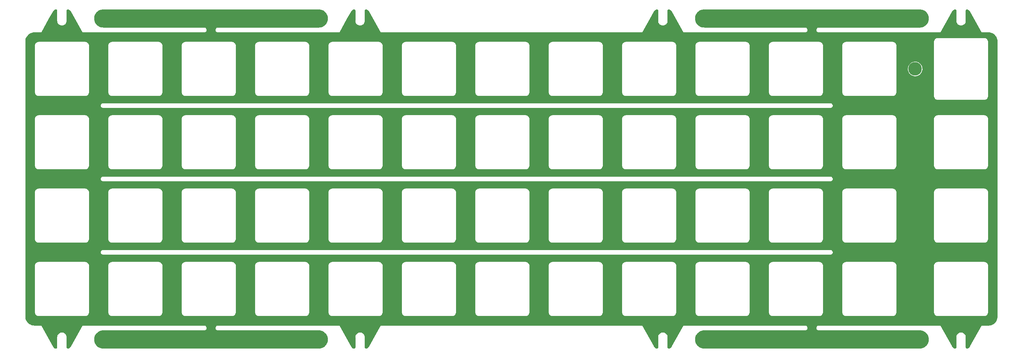
<source format=gbr>
G04 #@! TF.GenerationSoftware,KiCad,Pcbnew,(6.0.1-0)*
G04 #@! TF.CreationDate,2022-04-19T22:41:31-05:00*
G04 #@! TF.ProjectId,plate,706c6174-652e-46b6-9963-61645f706362,rev?*
G04 #@! TF.SameCoordinates,Original*
G04 #@! TF.FileFunction,Copper,L1,Top*
G04 #@! TF.FilePolarity,Positive*
%FSLAX46Y46*%
G04 Gerber Fmt 4.6, Leading zero omitted, Abs format (unit mm)*
G04 Created by KiCad (PCBNEW (6.0.1-0)) date 2022-04-19 22:41:31*
%MOMM*%
%LPD*%
G01*
G04 APERTURE LIST*
G04 #@! TA.AperFunction,ComponentPad*
%ADD10C,3.500000*%
G04 #@! TD*
G04 #@! TA.AperFunction,ViaPad*
%ADD11C,0.500000*%
G04 #@! TD*
G04 APERTURE END LIST*
D10*
X377429670Y-50006460D03*
D11*
X387531243Y-60133041D03*
G04 #@! TA.AperFunction,Conductor*
G36*
X166709847Y-34552510D02*
G01*
X166710042Y-34552482D01*
X222644545Y-34553154D01*
X222644545Y-34553177D01*
X222644585Y-34553171D01*
X222649518Y-34555214D01*
X222653835Y-34553426D01*
X222667040Y-34554257D01*
X222667041Y-34554257D01*
X222816364Y-34563651D01*
X222936965Y-34571238D01*
X222952661Y-34573221D01*
X223227799Y-34625707D01*
X223243109Y-34629638D01*
X223418581Y-34686652D01*
X223509498Y-34716193D01*
X223524210Y-34722018D01*
X223530828Y-34725132D01*
X223766593Y-34836074D01*
X223777641Y-34841273D01*
X223791507Y-34848896D01*
X224027986Y-34998970D01*
X224040788Y-35008270D01*
X224255797Y-35186141D01*
X224256609Y-35186813D01*
X224268143Y-35197645D01*
X224459874Y-35401818D01*
X224469960Y-35414010D01*
X224634102Y-35639931D01*
X224634590Y-35640603D01*
X224643065Y-35653957D01*
X224778009Y-35899418D01*
X224784743Y-35913730D01*
X224887849Y-36174149D01*
X224892738Y-36189197D01*
X224961558Y-36457229D01*
X224962393Y-36460483D01*
X224965358Y-36476026D01*
X225000462Y-36753903D01*
X225001456Y-36769695D01*
X225001456Y-37049789D01*
X225000462Y-37065581D01*
X224965443Y-37342786D01*
X224965358Y-37343458D01*
X224962394Y-37358995D01*
X224923881Y-37508993D01*
X224892738Y-37630287D01*
X224887849Y-37645335D01*
X224863317Y-37707296D01*
X224785614Y-37903555D01*
X224784743Y-37905754D01*
X224778009Y-37920066D01*
X224643438Y-38164849D01*
X224643069Y-38165521D01*
X224634593Y-38178876D01*
X224483347Y-38387049D01*
X224469960Y-38405474D01*
X224459874Y-38417666D01*
X224268143Y-38621839D01*
X224256609Y-38632671D01*
X224040788Y-38811214D01*
X224027986Y-38820514D01*
X223791507Y-38970588D01*
X223777641Y-38978211D01*
X223524210Y-39097466D01*
X223509498Y-39103291D01*
X223430336Y-39129012D01*
X223243109Y-39189846D01*
X223227799Y-39193777D01*
X222952662Y-39246263D01*
X222936965Y-39248246D01*
X222653835Y-39266058D01*
X222653673Y-39263490D01*
X222649566Y-39264290D01*
X222649518Y-39264270D01*
X222649386Y-39264325D01*
X222644547Y-39265267D01*
X222644547Y-39266329D01*
X222644545Y-39266330D01*
X222627666Y-39266330D01*
X222627143Y-39266302D01*
X222626949Y-39266330D01*
X200597513Y-39266047D01*
X196464021Y-39265994D01*
X196459964Y-39265681D01*
X196455746Y-39263934D01*
X196455746Y-39261438D01*
X196306205Y-39279596D01*
X196299079Y-39282298D01*
X196299077Y-39282299D01*
X196248707Y-39301402D01*
X196165355Y-39333013D01*
X196159079Y-39337345D01*
X196047655Y-39414255D01*
X196047653Y-39414257D01*
X196041381Y-39418586D01*
X196036325Y-39424293D01*
X196036324Y-39424294D01*
X196005204Y-39459422D01*
X195941489Y-39531341D01*
X195937949Y-39538086D01*
X195875023Y-39657979D01*
X195875021Y-39657983D01*
X195871483Y-39664725D01*
X195869661Y-39672118D01*
X195869660Y-39672120D01*
X195866715Y-39684071D01*
X195835433Y-39810987D01*
X195835433Y-39961627D01*
X195837255Y-39969017D01*
X195837255Y-39969021D01*
X195869660Y-40100494D01*
X195871483Y-40107889D01*
X195875021Y-40114631D01*
X195875023Y-40114635D01*
X195930369Y-40220085D01*
X195941489Y-40241273D01*
X195946541Y-40246976D01*
X195946542Y-40246977D01*
X196036324Y-40348320D01*
X196041381Y-40354028D01*
X196047653Y-40358357D01*
X196047655Y-40358359D01*
X196095370Y-40391294D01*
X196165355Y-40439601D01*
X196172485Y-40442305D01*
X196299077Y-40490315D01*
X196299079Y-40490316D01*
X196306205Y-40493018D01*
X196455746Y-40511176D01*
X196455746Y-40508680D01*
X196460293Y-40506797D01*
X196462431Y-40506620D01*
X199654099Y-40506603D01*
X228004677Y-40506452D01*
X228013541Y-40507470D01*
X228018908Y-40503209D01*
X228025241Y-40500586D01*
X228028656Y-40492342D01*
X228029724Y-40490420D01*
X228030163Y-40490066D01*
X228030598Y-40489270D01*
X228032160Y-40486035D01*
X229935246Y-37060480D01*
X230997849Y-35147796D01*
X231002538Y-35140926D01*
X231004320Y-35139871D01*
X231004958Y-35137382D01*
X231010880Y-35128706D01*
X231176711Y-34928110D01*
X231184728Y-34919297D01*
X231373647Y-34730378D01*
X231382460Y-34722361D01*
X231551965Y-34582233D01*
X231617213Y-34554245D01*
X231632298Y-34553345D01*
X231865662Y-34553440D01*
X231871727Y-34553919D01*
X231875554Y-34555504D01*
X231878156Y-34554426D01*
X231885323Y-34554992D01*
X231919744Y-34560445D01*
X231940111Y-34563671D01*
X231977608Y-34575857D01*
X231990119Y-34582233D01*
X232018063Y-34596474D01*
X232049953Y-34619649D01*
X232082059Y-34651766D01*
X232105221Y-34683657D01*
X232125831Y-34724128D01*
X232138003Y-34761625D01*
X232146664Y-34816410D01*
X232147228Y-34823584D01*
X232146150Y-34826185D01*
X232147733Y-34830011D01*
X232148210Y-34836074D01*
X232148211Y-34844648D01*
X232148211Y-34847915D01*
X232148179Y-34848516D01*
X232148211Y-34848738D01*
X232148298Y-37491691D01*
X232147412Y-37502053D01*
X232146238Y-37504887D01*
X232143655Y-37504887D01*
X232145078Y-37521155D01*
X232145078Y-37521157D01*
X232153611Y-37618687D01*
X232162194Y-37716784D01*
X232163618Y-37722098D01*
X232163618Y-37722099D01*
X232212828Y-37905754D01*
X232217246Y-37922244D01*
X232219568Y-37927225D01*
X232219569Y-37927226D01*
X232304814Y-38110035D01*
X232304817Y-38110040D01*
X232307140Y-38115022D01*
X232429144Y-38289261D01*
X232579550Y-38439667D01*
X232584058Y-38442824D01*
X232584061Y-38442826D01*
X232686207Y-38514349D01*
X232753790Y-38561671D01*
X232758772Y-38563994D01*
X232758777Y-38563997D01*
X232941585Y-38649242D01*
X232946567Y-38651565D01*
X232951875Y-38652987D01*
X232951877Y-38652988D01*
X233146712Y-38705193D01*
X233152027Y-38706617D01*
X233363924Y-38725156D01*
X233575821Y-38706617D01*
X233581136Y-38705193D01*
X233775971Y-38652988D01*
X233775973Y-38652987D01*
X233781281Y-38651565D01*
X233786263Y-38649242D01*
X233969072Y-38563997D01*
X233969077Y-38563994D01*
X233974059Y-38561671D01*
X234071564Y-38493397D01*
X234143787Y-38442826D01*
X234143790Y-38442824D01*
X234148298Y-38439667D01*
X234298704Y-38289261D01*
X234420708Y-38115022D01*
X234423031Y-38110040D01*
X234423034Y-38110035D01*
X234508279Y-37927226D01*
X234508280Y-37927225D01*
X234510602Y-37922244D01*
X234515021Y-37905754D01*
X234564230Y-37722099D01*
X234564230Y-37722098D01*
X234565654Y-37716784D01*
X234584193Y-37504887D01*
X234581610Y-37504887D01*
X234580173Y-37501418D01*
X234579550Y-37495153D01*
X234579471Y-35197645D01*
X234579458Y-34836019D01*
X234579939Y-34829911D01*
X234581518Y-34826100D01*
X234580443Y-34823505D01*
X234581010Y-34816302D01*
X234589685Y-34761543D01*
X234601871Y-34724046D01*
X234622487Y-34683593D01*
X234645663Y-34651701D01*
X234677780Y-34619595D01*
X234709671Y-34596433D01*
X234750142Y-34575823D01*
X234787637Y-34563651D01*
X234842448Y-34554986D01*
X234849591Y-34554423D01*
X234852199Y-34555504D01*
X234856038Y-34553915D01*
X234862069Y-34553440D01*
X234873813Y-34553435D01*
X234874485Y-34553471D01*
X234874737Y-34553435D01*
X235095550Y-34553345D01*
X235163679Y-34573319D01*
X235175883Y-34582233D01*
X235345388Y-34722361D01*
X235354201Y-34730378D01*
X235543120Y-34919297D01*
X235551137Y-34928110D01*
X235716968Y-35128706D01*
X235722890Y-35137382D01*
X235723528Y-35139871D01*
X235725310Y-35140926D01*
X235729999Y-35147796D01*
X238699192Y-40492342D01*
X238702607Y-40500586D01*
X238708940Y-40503209D01*
X238714307Y-40507470D01*
X238723167Y-40506452D01*
X238725374Y-40506452D01*
X238725894Y-40506663D01*
X238726817Y-40506656D01*
X238730378Y-40506452D01*
X306585993Y-40506452D01*
X306594857Y-40507470D01*
X306600224Y-40503209D01*
X306606557Y-40500586D01*
X306609972Y-40492342D01*
X306611040Y-40490420D01*
X306611479Y-40490066D01*
X306611914Y-40489270D01*
X306613476Y-40486035D01*
X308516562Y-37060480D01*
X309579165Y-35147796D01*
X309583854Y-35140926D01*
X309585636Y-35139871D01*
X309586274Y-35137382D01*
X309592196Y-35128706D01*
X309758027Y-34928110D01*
X309766044Y-34919297D01*
X309954963Y-34730378D01*
X309963776Y-34722361D01*
X310133281Y-34582233D01*
X310198529Y-34554245D01*
X310213614Y-34553345D01*
X310446978Y-34553440D01*
X310453043Y-34553919D01*
X310456870Y-34555504D01*
X310459472Y-34554426D01*
X310466639Y-34554992D01*
X310501060Y-34560445D01*
X310521427Y-34563671D01*
X310558924Y-34575857D01*
X310571435Y-34582233D01*
X310599379Y-34596474D01*
X310631269Y-34619649D01*
X310663375Y-34651766D01*
X310686537Y-34683657D01*
X310707147Y-34724128D01*
X310719319Y-34761625D01*
X310727980Y-34816410D01*
X310728544Y-34823584D01*
X310727466Y-34826185D01*
X310729049Y-34830011D01*
X310729526Y-34836074D01*
X310729527Y-34844648D01*
X310729527Y-34847915D01*
X310729495Y-34848516D01*
X310729527Y-34848738D01*
X310729614Y-37491691D01*
X310728728Y-37502053D01*
X310727554Y-37504887D01*
X310724971Y-37504887D01*
X310726394Y-37521155D01*
X310726394Y-37521157D01*
X310734927Y-37618687D01*
X310743510Y-37716784D01*
X310744934Y-37722098D01*
X310744934Y-37722099D01*
X310794144Y-37905754D01*
X310798562Y-37922244D01*
X310800884Y-37927225D01*
X310800885Y-37927226D01*
X310886130Y-38110035D01*
X310886133Y-38110040D01*
X310888456Y-38115022D01*
X311010460Y-38289261D01*
X311160866Y-38439667D01*
X311165374Y-38442824D01*
X311165377Y-38442826D01*
X311267523Y-38514349D01*
X311335106Y-38561671D01*
X311340088Y-38563994D01*
X311340093Y-38563997D01*
X311522901Y-38649242D01*
X311527883Y-38651565D01*
X311533191Y-38652987D01*
X311533193Y-38652988D01*
X311728028Y-38705193D01*
X311733343Y-38706617D01*
X311945240Y-38725156D01*
X312157137Y-38706617D01*
X312162452Y-38705193D01*
X312357287Y-38652988D01*
X312357289Y-38652987D01*
X312362597Y-38651565D01*
X312367579Y-38649242D01*
X312550388Y-38563997D01*
X312550393Y-38563994D01*
X312555375Y-38561671D01*
X312652880Y-38493397D01*
X312725103Y-38442826D01*
X312725106Y-38442824D01*
X312729614Y-38439667D01*
X312880020Y-38289261D01*
X313002024Y-38115022D01*
X313004347Y-38110040D01*
X313004350Y-38110035D01*
X313089595Y-37927226D01*
X313089596Y-37927225D01*
X313091918Y-37922244D01*
X313096337Y-37905754D01*
X313145546Y-37722099D01*
X313145546Y-37722098D01*
X313146970Y-37716784D01*
X313165509Y-37504887D01*
X313162926Y-37504887D01*
X313161489Y-37501418D01*
X313160866Y-37495153D01*
X313160787Y-35197645D01*
X313160774Y-34836019D01*
X313161255Y-34829911D01*
X313162834Y-34826100D01*
X313161759Y-34823505D01*
X313162326Y-34816302D01*
X313171001Y-34761543D01*
X313183187Y-34724046D01*
X313203803Y-34683593D01*
X313226979Y-34651701D01*
X313259096Y-34619595D01*
X313290987Y-34596433D01*
X313331458Y-34575823D01*
X313368953Y-34563651D01*
X313423764Y-34554986D01*
X313430907Y-34554423D01*
X313433515Y-34555504D01*
X313437354Y-34553915D01*
X313443385Y-34553440D01*
X313455129Y-34553435D01*
X313455801Y-34553471D01*
X313456053Y-34553435D01*
X313676866Y-34553345D01*
X313744995Y-34573319D01*
X313757199Y-34582233D01*
X313926704Y-34722361D01*
X313935517Y-34730378D01*
X314124436Y-34919297D01*
X314132453Y-34928110D01*
X314298284Y-35128706D01*
X314304206Y-35137382D01*
X314304844Y-35139871D01*
X314306626Y-35140926D01*
X314311315Y-35147796D01*
X317280508Y-40492342D01*
X317283923Y-40500586D01*
X317290256Y-40503209D01*
X317295623Y-40507470D01*
X317304483Y-40506452D01*
X317306690Y-40506452D01*
X317307210Y-40506663D01*
X317308134Y-40506656D01*
X317311694Y-40506452D01*
X338941455Y-40506567D01*
X348847598Y-40506620D01*
X348851656Y-40506933D01*
X348855874Y-40508680D01*
X348855874Y-40511176D01*
X349005415Y-40493018D01*
X349012541Y-40490316D01*
X349012543Y-40490315D01*
X349139135Y-40442305D01*
X349146265Y-40439601D01*
X349216250Y-40391294D01*
X349263965Y-40358359D01*
X349263967Y-40358357D01*
X349270239Y-40354028D01*
X349275296Y-40348320D01*
X349365078Y-40246977D01*
X349365079Y-40246976D01*
X349370131Y-40241273D01*
X349381251Y-40220085D01*
X349436597Y-40114635D01*
X349436599Y-40114631D01*
X349440137Y-40107889D01*
X349441960Y-40100494D01*
X349474365Y-39969021D01*
X349474365Y-39969017D01*
X349476187Y-39961627D01*
X349476187Y-39810987D01*
X349444906Y-39684071D01*
X349441960Y-39672120D01*
X349441959Y-39672118D01*
X349440137Y-39664725D01*
X349436599Y-39657983D01*
X349436597Y-39657979D01*
X349373671Y-39538086D01*
X349370131Y-39531341D01*
X349306417Y-39459422D01*
X349275296Y-39424294D01*
X349275295Y-39424293D01*
X349270239Y-39418586D01*
X349263967Y-39414257D01*
X349263965Y-39414255D01*
X349152541Y-39337345D01*
X349146265Y-39333013D01*
X349062913Y-39301402D01*
X349012543Y-39282299D01*
X349012541Y-39282298D01*
X349005415Y-39279596D01*
X348855874Y-39261438D01*
X348855874Y-39263934D01*
X348851328Y-39265817D01*
X348849187Y-39265994D01*
X322664451Y-39265658D01*
X322664451Y-39265635D01*
X322664411Y-39265641D01*
X322659478Y-39263598D01*
X322655161Y-39265386D01*
X322641956Y-39264555D01*
X322641955Y-39264555D01*
X322475470Y-39254081D01*
X322372031Y-39247574D01*
X322356334Y-39245591D01*
X322081197Y-39193105D01*
X322065887Y-39189174D01*
X321878660Y-39128340D01*
X321799498Y-39102619D01*
X321784786Y-39096794D01*
X321531355Y-38977539D01*
X321517489Y-38969916D01*
X321281010Y-38819842D01*
X321268208Y-38810542D01*
X321143164Y-38707096D01*
X321052384Y-38631996D01*
X321040853Y-38621167D01*
X320849122Y-38416994D01*
X320839036Y-38404802D01*
X320757922Y-38293158D01*
X320674403Y-38178204D01*
X320665927Y-38164849D01*
X320641013Y-38119530D01*
X320530987Y-37919394D01*
X320524253Y-37905082D01*
X320523649Y-37903555D01*
X320425196Y-37654889D01*
X320421147Y-37644663D01*
X320416258Y-37629615D01*
X320388866Y-37522931D01*
X320346602Y-37358323D01*
X320343638Y-37342786D01*
X320308534Y-37064909D01*
X320307540Y-37049117D01*
X320307540Y-36769023D01*
X320308534Y-36753231D01*
X320310856Y-36734848D01*
X320343639Y-36475348D01*
X320346603Y-36459811D01*
X320347094Y-36457901D01*
X320416258Y-36188525D01*
X320421147Y-36173477D01*
X320524253Y-35913058D01*
X320530987Y-35898746D01*
X320665931Y-35653285D01*
X320674406Y-35639931D01*
X320839036Y-35413338D01*
X320849122Y-35401146D01*
X321040853Y-35196973D01*
X321052387Y-35186141D01*
X321106111Y-35141697D01*
X321268208Y-35007598D01*
X321281010Y-34998298D01*
X321516430Y-34848896D01*
X321517491Y-34848223D01*
X321531355Y-34840601D01*
X321540976Y-34836074D01*
X321699188Y-34761625D01*
X321784786Y-34721346D01*
X321799498Y-34715521D01*
X321946586Y-34667729D01*
X322065887Y-34628966D01*
X322081197Y-34625035D01*
X322356335Y-34572549D01*
X322372031Y-34570566D01*
X322655161Y-34552754D01*
X322655323Y-34555322D01*
X322659430Y-34554522D01*
X322659478Y-34554542D01*
X322659610Y-34554487D01*
X322664449Y-34553545D01*
X322664449Y-34552483D01*
X322664451Y-34552482D01*
X322681330Y-34552482D01*
X322681853Y-34552510D01*
X322682048Y-34552482D01*
X378616551Y-34553154D01*
X378616551Y-34553177D01*
X378616591Y-34553171D01*
X378621524Y-34555214D01*
X378625841Y-34553426D01*
X378639046Y-34554257D01*
X378639047Y-34554257D01*
X378788370Y-34563651D01*
X378908971Y-34571238D01*
X378924667Y-34573221D01*
X379199805Y-34625707D01*
X379215115Y-34629638D01*
X379390587Y-34686652D01*
X379481504Y-34716193D01*
X379496216Y-34722018D01*
X379502834Y-34725132D01*
X379738599Y-34836074D01*
X379749647Y-34841273D01*
X379763513Y-34848896D01*
X379999992Y-34998970D01*
X380012794Y-35008270D01*
X380227803Y-35186141D01*
X380228615Y-35186813D01*
X380240149Y-35197645D01*
X380431880Y-35401818D01*
X380441966Y-35414010D01*
X380606108Y-35639931D01*
X380606596Y-35640603D01*
X380615071Y-35653957D01*
X380750015Y-35899418D01*
X380756749Y-35913730D01*
X380859855Y-36174149D01*
X380864744Y-36189197D01*
X380933564Y-36457229D01*
X380934399Y-36460483D01*
X380937364Y-36476026D01*
X380972468Y-36753903D01*
X380973462Y-36769695D01*
X380973462Y-37049789D01*
X380972468Y-37065581D01*
X380937449Y-37342786D01*
X380937364Y-37343458D01*
X380934400Y-37358995D01*
X380895887Y-37508993D01*
X380864744Y-37630287D01*
X380859855Y-37645335D01*
X380835323Y-37707296D01*
X380757620Y-37903555D01*
X380756749Y-37905754D01*
X380750015Y-37920066D01*
X380615444Y-38164849D01*
X380615075Y-38165521D01*
X380606599Y-38178876D01*
X380455353Y-38387049D01*
X380441966Y-38405474D01*
X380431880Y-38417666D01*
X380240149Y-38621839D01*
X380228615Y-38632671D01*
X380012794Y-38811214D01*
X379999992Y-38820514D01*
X379763513Y-38970588D01*
X379749647Y-38978211D01*
X379496216Y-39097466D01*
X379481504Y-39103291D01*
X379402342Y-39129012D01*
X379215115Y-39189846D01*
X379199805Y-39193777D01*
X378924668Y-39246263D01*
X378908971Y-39248246D01*
X378625841Y-39266058D01*
X378625679Y-39263490D01*
X378621572Y-39264290D01*
X378621524Y-39264270D01*
X378621392Y-39264325D01*
X378616553Y-39265267D01*
X378616553Y-39266329D01*
X378616551Y-39266330D01*
X378599672Y-39266330D01*
X378599149Y-39266302D01*
X378598955Y-39266330D01*
X356569519Y-39266047D01*
X352436027Y-39265994D01*
X352431970Y-39265681D01*
X352427752Y-39263934D01*
X352427752Y-39261438D01*
X352278211Y-39279596D01*
X352271085Y-39282298D01*
X352271083Y-39282299D01*
X352220713Y-39301402D01*
X352137361Y-39333013D01*
X352131085Y-39337345D01*
X352019661Y-39414255D01*
X352019659Y-39414257D01*
X352013387Y-39418586D01*
X352008331Y-39424293D01*
X352008330Y-39424294D01*
X351977210Y-39459422D01*
X351913495Y-39531341D01*
X351909955Y-39538086D01*
X351847029Y-39657979D01*
X351847027Y-39657983D01*
X351843489Y-39664725D01*
X351841667Y-39672118D01*
X351841666Y-39672120D01*
X351838721Y-39684071D01*
X351807439Y-39810987D01*
X351807439Y-39961627D01*
X351809261Y-39969017D01*
X351809261Y-39969021D01*
X351841666Y-40100494D01*
X351843489Y-40107889D01*
X351847027Y-40114631D01*
X351847029Y-40114635D01*
X351902375Y-40220085D01*
X351913495Y-40241273D01*
X351918547Y-40246976D01*
X351918548Y-40246977D01*
X352008330Y-40348320D01*
X352013387Y-40354028D01*
X352019659Y-40358357D01*
X352019661Y-40358359D01*
X352067376Y-40391294D01*
X352137361Y-40439601D01*
X352144491Y-40442305D01*
X352271083Y-40490315D01*
X352271085Y-40490316D01*
X352278211Y-40493018D01*
X352427752Y-40511176D01*
X352427752Y-40508680D01*
X352432299Y-40506797D01*
X352434437Y-40506620D01*
X355626105Y-40506603D01*
X383976683Y-40506452D01*
X383985547Y-40507470D01*
X383990914Y-40503209D01*
X383997247Y-40500586D01*
X384000662Y-40492342D01*
X384001730Y-40490420D01*
X384002169Y-40490066D01*
X384002604Y-40489270D01*
X384004166Y-40486035D01*
X385907252Y-37060480D01*
X386969855Y-35147796D01*
X386974544Y-35140926D01*
X386976326Y-35139871D01*
X386976964Y-35137382D01*
X386982886Y-35128706D01*
X387148717Y-34928110D01*
X387156734Y-34919297D01*
X387345653Y-34730378D01*
X387354466Y-34722361D01*
X387523971Y-34582233D01*
X387589219Y-34554245D01*
X387604304Y-34553345D01*
X387837668Y-34553440D01*
X387843733Y-34553919D01*
X387847560Y-34555504D01*
X387850162Y-34554426D01*
X387857329Y-34554992D01*
X387891750Y-34560445D01*
X387912117Y-34563671D01*
X387949614Y-34575857D01*
X387962125Y-34582233D01*
X387990069Y-34596474D01*
X388021959Y-34619649D01*
X388054065Y-34651766D01*
X388077227Y-34683657D01*
X388097837Y-34724128D01*
X388110009Y-34761625D01*
X388118670Y-34816410D01*
X388119234Y-34823584D01*
X388118156Y-34826185D01*
X388119739Y-34830011D01*
X388120216Y-34836074D01*
X388120217Y-34844648D01*
X388120217Y-34847915D01*
X388120185Y-34848516D01*
X388120217Y-34848738D01*
X388120304Y-37491691D01*
X388119418Y-37502053D01*
X388118244Y-37504887D01*
X388115661Y-37504887D01*
X388117084Y-37521155D01*
X388117084Y-37521157D01*
X388125617Y-37618687D01*
X388134200Y-37716784D01*
X388135624Y-37722098D01*
X388135624Y-37722099D01*
X388184834Y-37905754D01*
X388189252Y-37922244D01*
X388191574Y-37927225D01*
X388191575Y-37927226D01*
X388276820Y-38110035D01*
X388276823Y-38110040D01*
X388279146Y-38115022D01*
X388401150Y-38289261D01*
X388551556Y-38439667D01*
X388556064Y-38442824D01*
X388556067Y-38442826D01*
X388658213Y-38514349D01*
X388725796Y-38561671D01*
X388730778Y-38563994D01*
X388730783Y-38563997D01*
X388913591Y-38649242D01*
X388918573Y-38651565D01*
X388923881Y-38652987D01*
X388923883Y-38652988D01*
X389118718Y-38705193D01*
X389124033Y-38706617D01*
X389335930Y-38725156D01*
X389547827Y-38706617D01*
X389553142Y-38705193D01*
X389747977Y-38652988D01*
X389747979Y-38652987D01*
X389753287Y-38651565D01*
X389758269Y-38649242D01*
X389941078Y-38563997D01*
X389941083Y-38563994D01*
X389946065Y-38561671D01*
X390043570Y-38493397D01*
X390115793Y-38442826D01*
X390115796Y-38442824D01*
X390120304Y-38439667D01*
X390270710Y-38289261D01*
X390392714Y-38115022D01*
X390395037Y-38110040D01*
X390395040Y-38110035D01*
X390480285Y-37927226D01*
X390480286Y-37927225D01*
X390482608Y-37922244D01*
X390487027Y-37905754D01*
X390536236Y-37722099D01*
X390536236Y-37722098D01*
X390537660Y-37716784D01*
X390556199Y-37504887D01*
X390553616Y-37504887D01*
X390552179Y-37501418D01*
X390551556Y-37495153D01*
X390551477Y-35197645D01*
X390551464Y-34836019D01*
X390551945Y-34829911D01*
X390553524Y-34826100D01*
X390552449Y-34823505D01*
X390553016Y-34816302D01*
X390561691Y-34761543D01*
X390573877Y-34724046D01*
X390594493Y-34683593D01*
X390617669Y-34651701D01*
X390649786Y-34619595D01*
X390681677Y-34596433D01*
X390722148Y-34575823D01*
X390759643Y-34563651D01*
X390814454Y-34554986D01*
X390821597Y-34554423D01*
X390824205Y-34555504D01*
X390828044Y-34553915D01*
X390834075Y-34553440D01*
X390845819Y-34553435D01*
X390846491Y-34553471D01*
X390846743Y-34553435D01*
X391067556Y-34553345D01*
X391135685Y-34573319D01*
X391147889Y-34582233D01*
X391317394Y-34722361D01*
X391326207Y-34730378D01*
X391515126Y-34919297D01*
X391523143Y-34928110D01*
X391688974Y-35128706D01*
X391694896Y-35137382D01*
X391695534Y-35139871D01*
X391697316Y-35140926D01*
X391702005Y-35147796D01*
X394671198Y-40492342D01*
X394674613Y-40500586D01*
X394680946Y-40503209D01*
X394686313Y-40507470D01*
X394695173Y-40506452D01*
X394697380Y-40506452D01*
X394697900Y-40506663D01*
X394698823Y-40506656D01*
X394702384Y-40506452D01*
X396474661Y-40506456D01*
X396474661Y-40506481D01*
X396474704Y-40506474D01*
X396479634Y-40508516D01*
X396483973Y-40506718D01*
X396557670Y-40511176D01*
X396756043Y-40523176D01*
X396771147Y-40525010D01*
X397036026Y-40573551D01*
X397050799Y-40577192D01*
X397307894Y-40657306D01*
X397322119Y-40662700D01*
X397567703Y-40773227D01*
X397581167Y-40780295D01*
X397811618Y-40919608D01*
X397824140Y-40928251D01*
X398036129Y-41094334D01*
X398047517Y-41104424D01*
X398237926Y-41294833D01*
X398248016Y-41306221D01*
X398414099Y-41518210D01*
X398422742Y-41530732D01*
X398562053Y-41761179D01*
X398569123Y-41774647D01*
X398668114Y-41994600D01*
X398679649Y-42020229D01*
X398685043Y-42034454D01*
X398755191Y-42259566D01*
X398765158Y-42291551D01*
X398768799Y-42306324D01*
X398817340Y-42571203D01*
X398819174Y-42586307D01*
X398835632Y-42858377D01*
X398833153Y-42858527D01*
X398833921Y-42862506D01*
X398833834Y-42862716D01*
X398834072Y-42863292D01*
X398834921Y-42867689D01*
X398835894Y-42867689D01*
X398835894Y-42884503D01*
X398835864Y-42885067D01*
X398835894Y-42885278D01*
X398835894Y-114295171D01*
X398835869Y-114295171D01*
X398835876Y-114295214D01*
X398833834Y-114300144D01*
X398835632Y-114304483D01*
X398834825Y-114317825D01*
X398819174Y-114576553D01*
X398817340Y-114591657D01*
X398768799Y-114856536D01*
X398765158Y-114871309D01*
X398685044Y-115128404D01*
X398679650Y-115142629D01*
X398679644Y-115142643D01*
X398569125Y-115388208D01*
X398562055Y-115401677D01*
X398422742Y-115632128D01*
X398414100Y-115644649D01*
X398249943Y-115854179D01*
X398248016Y-115856639D01*
X398237926Y-115868027D01*
X398047517Y-116058436D01*
X398036129Y-116068526D01*
X397824140Y-116234609D01*
X397811619Y-116243251D01*
X397581167Y-116382565D01*
X397567703Y-116389633D01*
X397467593Y-116434688D01*
X397322121Y-116500159D01*
X397307894Y-116505554D01*
X397050799Y-116585668D01*
X397036026Y-116589309D01*
X396771147Y-116637850D01*
X396756043Y-116639684D01*
X396483973Y-116656142D01*
X396483823Y-116653664D01*
X396479845Y-116654431D01*
X396479634Y-116654344D01*
X396479055Y-116654584D01*
X396474659Y-116655432D01*
X396474659Y-116656405D01*
X396469614Y-116656405D01*
X396458540Y-116656406D01*
X396457874Y-116656406D01*
X396457291Y-116656375D01*
X396457073Y-116656406D01*
X394710391Y-116656515D01*
X394695170Y-116656516D01*
X394686313Y-116655498D01*
X394680946Y-116659759D01*
X394674612Y-116662383D01*
X394671198Y-116670626D01*
X394670128Y-116672551D01*
X394669687Y-116672907D01*
X394669257Y-116673696D01*
X394667694Y-116676933D01*
X391723370Y-121976715D01*
X391702006Y-122015171D01*
X391697316Y-122022042D01*
X391695534Y-122023097D01*
X391694896Y-122025586D01*
X391688974Y-122034261D01*
X391584682Y-122160418D01*
X391523143Y-122234858D01*
X391515126Y-122243671D01*
X391326207Y-122432590D01*
X391317394Y-122440607D01*
X391147889Y-122580735D01*
X391082641Y-122608723D01*
X391067556Y-122609623D01*
X390834192Y-122609528D01*
X390828127Y-122609049D01*
X390824300Y-122607464D01*
X390821698Y-122608542D01*
X390814531Y-122607976D01*
X390770619Y-122601020D01*
X390759743Y-122599297D01*
X390722246Y-122587111D01*
X390681919Y-122566559D01*
X390681791Y-122566494D01*
X390649901Y-122543319D01*
X390617795Y-122511202D01*
X390594633Y-122479311D01*
X390574023Y-122438840D01*
X390561851Y-122401343D01*
X390553190Y-122346558D01*
X390552626Y-122339384D01*
X390553704Y-122336783D01*
X390552121Y-122332957D01*
X390551644Y-122326894D01*
X390551644Y-122321583D01*
X390551643Y-122315045D01*
X390551675Y-122314452D01*
X390551643Y-122314227D01*
X390551641Y-122234877D01*
X390551556Y-119671274D01*
X390552442Y-119660915D01*
X390553616Y-119658081D01*
X390556199Y-119658081D01*
X390554621Y-119640037D01*
X390543065Y-119507967D01*
X390537660Y-119446184D01*
X390487586Y-119259301D01*
X390484031Y-119246034D01*
X390484030Y-119246032D01*
X390482608Y-119240724D01*
X390405463Y-119075287D01*
X390395040Y-119052934D01*
X390395037Y-119052929D01*
X390392714Y-119047947D01*
X390389557Y-119043438D01*
X390273869Y-118878218D01*
X390273867Y-118878215D01*
X390270710Y-118873707D01*
X390120304Y-118723301D01*
X390111089Y-118716848D01*
X390043570Y-118669571D01*
X389946065Y-118601297D01*
X389941083Y-118598974D01*
X389941078Y-118598971D01*
X389758269Y-118513726D01*
X389758268Y-118513725D01*
X389753287Y-118511403D01*
X389747979Y-118509981D01*
X389747977Y-118509980D01*
X389553142Y-118457775D01*
X389553141Y-118457775D01*
X389547827Y-118456351D01*
X389335930Y-118437812D01*
X389124033Y-118456351D01*
X389118719Y-118457775D01*
X389118718Y-118457775D01*
X388923883Y-118509980D01*
X388923881Y-118509981D01*
X388918573Y-118511403D01*
X388913593Y-118513725D01*
X388913591Y-118513726D01*
X388730783Y-118598971D01*
X388730778Y-118598974D01*
X388725796Y-118601297D01*
X388721289Y-118604453D01*
X388721287Y-118604454D01*
X388556067Y-118720142D01*
X388556064Y-118720144D01*
X388551556Y-118723301D01*
X388401150Y-118873707D01*
X388397993Y-118878215D01*
X388397991Y-118878218D01*
X388282303Y-119043438D01*
X388279146Y-119047947D01*
X388276823Y-119052929D01*
X388276820Y-119052934D01*
X388266397Y-119075287D01*
X388189252Y-119240724D01*
X388187830Y-119246032D01*
X388187829Y-119246034D01*
X388184274Y-119259301D01*
X388134200Y-119446184D01*
X388115661Y-119658081D01*
X388118244Y-119658081D01*
X388119681Y-119661550D01*
X388120304Y-119667815D01*
X388120330Y-120405196D01*
X388120396Y-122315072D01*
X388120396Y-122326947D01*
X388119915Y-122333057D01*
X388118336Y-122336868D01*
X388119411Y-122339463D01*
X388118844Y-122346662D01*
X388115733Y-122366305D01*
X388110169Y-122401425D01*
X388097983Y-122438922D01*
X388087434Y-122459620D01*
X388077394Y-122479323D01*
X388077367Y-122479375D01*
X388054191Y-122511267D01*
X388022074Y-122543373D01*
X387990183Y-122566535D01*
X387949712Y-122587145D01*
X387912217Y-122599317D01*
X387857407Y-122607982D01*
X387850263Y-122608545D01*
X387847655Y-122607464D01*
X387843816Y-122609053D01*
X387837785Y-122609528D01*
X387826041Y-122609533D01*
X387825369Y-122609497D01*
X387825117Y-122609533D01*
X387604304Y-122609623D01*
X387536175Y-122589649D01*
X387523971Y-122580735D01*
X387354466Y-122440607D01*
X387345653Y-122432590D01*
X387156734Y-122243671D01*
X387148717Y-122234858D01*
X387087178Y-122160418D01*
X386982886Y-122034261D01*
X386976964Y-122025586D01*
X386976326Y-122023097D01*
X386974544Y-122022042D01*
X386969854Y-122015171D01*
X386948490Y-121976715D01*
X384000662Y-116670626D01*
X383997247Y-116662382D01*
X383990914Y-116659759D01*
X383985547Y-116655498D01*
X383976683Y-116656516D01*
X383974480Y-116656516D01*
X383973958Y-116656304D01*
X383973053Y-116656311D01*
X383969473Y-116656516D01*
X362340660Y-116656401D01*
X352433572Y-116656348D01*
X352429514Y-116656035D01*
X352425296Y-116654288D01*
X352425296Y-116651792D01*
X352275755Y-116669950D01*
X352268629Y-116672652D01*
X352268627Y-116672653D01*
X352168036Y-116710802D01*
X352134905Y-116723367D01*
X352128629Y-116727699D01*
X352017205Y-116804609D01*
X352017203Y-116804611D01*
X352010931Y-116808940D01*
X352005875Y-116814647D01*
X352005874Y-116814648D01*
X351916192Y-116915879D01*
X351911039Y-116921695D01*
X351907499Y-116928440D01*
X351844573Y-117048333D01*
X351844571Y-117048337D01*
X351841033Y-117055079D01*
X351839211Y-117062472D01*
X351839210Y-117062474D01*
X351836265Y-117074425D01*
X351804983Y-117201341D01*
X351804983Y-117351981D01*
X351806805Y-117359371D01*
X351806805Y-117359375D01*
X351839210Y-117490848D01*
X351841033Y-117498243D01*
X351844571Y-117504985D01*
X351844573Y-117504989D01*
X351899919Y-117610439D01*
X351911039Y-117631627D01*
X351916091Y-117637330D01*
X351916092Y-117637331D01*
X352005775Y-117738562D01*
X352010931Y-117744382D01*
X352017203Y-117748711D01*
X352017205Y-117748713D01*
X352064758Y-117781536D01*
X352134905Y-117829955D01*
X352142035Y-117832659D01*
X352268627Y-117880669D01*
X352268629Y-117880670D01*
X352275755Y-117883372D01*
X352425296Y-117901530D01*
X352425296Y-117899034D01*
X352429842Y-117897151D01*
X352431983Y-117896974D01*
X378616746Y-117897310D01*
X378616719Y-117897310D01*
X378616719Y-117897333D01*
X378616759Y-117897327D01*
X378621692Y-117899370D01*
X378626009Y-117897582D01*
X378639214Y-117898413D01*
X378639215Y-117898413D01*
X378805700Y-117908887D01*
X378909139Y-117915394D01*
X378924835Y-117917377D01*
X379199973Y-117969863D01*
X379215283Y-117973794D01*
X379402510Y-118034628D01*
X379481672Y-118060349D01*
X379496384Y-118066174D01*
X379749815Y-118185429D01*
X379763679Y-118193051D01*
X380000160Y-118343126D01*
X380012962Y-118352426D01*
X380228648Y-118530857D01*
X380228783Y-118530969D01*
X380240314Y-118541798D01*
X380391138Y-118702410D01*
X380432048Y-118745974D01*
X380442134Y-118758166D01*
X380606683Y-118984647D01*
X380606764Y-118984759D01*
X380615239Y-118998113D01*
X380750183Y-119243574D01*
X380756914Y-119257880D01*
X380757529Y-119259432D01*
X380860023Y-119518305D01*
X380864912Y-119533353D01*
X380934366Y-119803855D01*
X380934567Y-119804639D01*
X380937532Y-119820182D01*
X380972636Y-120098059D01*
X380973630Y-120113851D01*
X380973630Y-120393945D01*
X380972636Y-120409737D01*
X380937617Y-120686942D01*
X380937532Y-120687614D01*
X380934568Y-120703151D01*
X380933904Y-120705739D01*
X380864912Y-120974443D01*
X380860023Y-120989491D01*
X380756917Y-121249910D01*
X380750183Y-121264222D01*
X380615243Y-121509677D01*
X380606767Y-121523032D01*
X380590596Y-121545290D01*
X380442134Y-121749630D01*
X380432048Y-121761822D01*
X380240317Y-121965995D01*
X380228786Y-121976824D01*
X380132626Y-122056375D01*
X380012962Y-122155370D01*
X380000161Y-122164670D01*
X379764318Y-122314340D01*
X379763681Y-122314744D01*
X379749817Y-122322366D01*
X379711314Y-122340484D01*
X379496384Y-122441622D01*
X379481672Y-122447447D01*
X379402510Y-122473168D01*
X379215283Y-122534002D01*
X379199973Y-122537933D01*
X378925423Y-122590307D01*
X378924836Y-122590419D01*
X378909139Y-122592402D01*
X378626009Y-122610214D01*
X378625847Y-122607646D01*
X378621740Y-122608446D01*
X378621692Y-122608426D01*
X378621560Y-122608481D01*
X378616721Y-122609423D01*
X378616721Y-122610485D01*
X378616719Y-122610486D01*
X378599840Y-122610486D01*
X378599317Y-122610458D01*
X378599122Y-122610486D01*
X322664619Y-122609814D01*
X322664619Y-122609791D01*
X322664579Y-122609797D01*
X322659646Y-122607754D01*
X322655329Y-122609542D01*
X322642124Y-122608711D01*
X322642123Y-122608711D01*
X322475638Y-122598237D01*
X322372199Y-122591730D01*
X322356502Y-122589747D01*
X322356088Y-122589668D01*
X322081365Y-122537261D01*
X322066055Y-122533330D01*
X321878828Y-122472496D01*
X321799666Y-122446775D01*
X321784954Y-122440950D01*
X321571452Y-122340484D01*
X321531521Y-122321694D01*
X321517657Y-122314072D01*
X321282061Y-122164558D01*
X321281177Y-122163998D01*
X321268376Y-122154698D01*
X321148550Y-122055569D01*
X321052552Y-121976152D01*
X321041021Y-121965323D01*
X320849290Y-121761150D01*
X320839204Y-121748958D01*
X320825817Y-121730533D01*
X320674571Y-121522360D01*
X320666095Y-121509005D01*
X320531155Y-121263550D01*
X320524421Y-121249238D01*
X320421315Y-120988819D01*
X320416426Y-120973771D01*
X320396843Y-120897499D01*
X320346770Y-120702479D01*
X320343806Y-120686942D01*
X320308702Y-120409065D01*
X320307708Y-120393273D01*
X320307708Y-120113179D01*
X320308702Y-120097387D01*
X320311024Y-120079004D01*
X320343807Y-119819504D01*
X320346771Y-119803967D01*
X320347262Y-119802057D01*
X320416426Y-119532681D01*
X320421315Y-119517633D01*
X320523543Y-119259432D01*
X320524424Y-119257208D01*
X320531155Y-119242902D01*
X320666099Y-118997441D01*
X320674574Y-118984087D01*
X320674656Y-118983975D01*
X320825817Y-118775919D01*
X320839204Y-118757494D01*
X320849290Y-118745302D01*
X320890200Y-118701738D01*
X321041024Y-118541126D01*
X321052555Y-118530297D01*
X321052691Y-118530185D01*
X321268376Y-118351754D01*
X321281178Y-118342454D01*
X321517659Y-118192379D01*
X321531523Y-118184757D01*
X321784954Y-118065502D01*
X321799666Y-118059677D01*
X321946754Y-118011885D01*
X322066055Y-117973122D01*
X322081365Y-117969191D01*
X322356503Y-117916705D01*
X322372199Y-117914722D01*
X322655329Y-117896910D01*
X322655491Y-117899478D01*
X322659598Y-117898678D01*
X322659646Y-117898698D01*
X322659778Y-117898643D01*
X322664617Y-117897701D01*
X322664617Y-117896639D01*
X322664619Y-117896638D01*
X322681498Y-117896638D01*
X322682021Y-117896666D01*
X322682215Y-117896638D01*
X344711651Y-117896921D01*
X348845143Y-117896974D01*
X348849200Y-117897287D01*
X348853418Y-117899034D01*
X348853418Y-117901530D01*
X349002959Y-117883372D01*
X349010085Y-117880670D01*
X349010087Y-117880669D01*
X349136679Y-117832659D01*
X349143809Y-117829955D01*
X349213956Y-117781536D01*
X349261509Y-117748713D01*
X349261511Y-117748711D01*
X349267783Y-117744382D01*
X349272939Y-117738562D01*
X349362622Y-117637331D01*
X349362623Y-117637330D01*
X349367675Y-117631627D01*
X349378795Y-117610439D01*
X349434141Y-117504989D01*
X349434143Y-117504985D01*
X349437681Y-117498243D01*
X349439504Y-117490848D01*
X349471909Y-117359375D01*
X349471909Y-117359371D01*
X349473731Y-117351981D01*
X349473731Y-117201341D01*
X349442450Y-117074425D01*
X349439504Y-117062474D01*
X349439503Y-117062472D01*
X349437681Y-117055079D01*
X349434143Y-117048337D01*
X349434141Y-117048333D01*
X349371215Y-116928440D01*
X349367675Y-116921695D01*
X349362523Y-116915879D01*
X349272840Y-116814648D01*
X349272839Y-116814647D01*
X349267783Y-116808940D01*
X349261511Y-116804611D01*
X349261509Y-116804609D01*
X349150085Y-116727699D01*
X349143809Y-116723367D01*
X349110678Y-116710802D01*
X349010087Y-116672653D01*
X349010085Y-116672652D01*
X349002959Y-116669950D01*
X348853418Y-116651792D01*
X348853418Y-116654288D01*
X348848871Y-116656171D01*
X348846733Y-116656348D01*
X345657518Y-116656365D01*
X317304483Y-116656516D01*
X317295623Y-116655498D01*
X317290256Y-116659759D01*
X317283923Y-116662382D01*
X317280508Y-116670626D01*
X317279440Y-116672548D01*
X317279001Y-116672902D01*
X317278566Y-116673698D01*
X317277004Y-116676933D01*
X316207975Y-118601185D01*
X314332992Y-121976155D01*
X314311316Y-122015171D01*
X314306626Y-122022042D01*
X314304844Y-122023097D01*
X314304206Y-122025586D01*
X314298284Y-122034261D01*
X314193992Y-122160418D01*
X314132453Y-122234858D01*
X314124436Y-122243671D01*
X313935517Y-122432590D01*
X313926704Y-122440607D01*
X313757199Y-122580735D01*
X313691951Y-122608723D01*
X313676866Y-122609623D01*
X313443502Y-122609528D01*
X313437437Y-122609049D01*
X313433610Y-122607464D01*
X313431008Y-122608542D01*
X313423841Y-122607976D01*
X313379929Y-122601020D01*
X313369053Y-122599297D01*
X313331556Y-122587111D01*
X313291229Y-122566559D01*
X313291101Y-122566494D01*
X313259211Y-122543319D01*
X313227105Y-122511202D01*
X313203943Y-122479311D01*
X313183333Y-122438840D01*
X313171161Y-122401343D01*
X313162500Y-122346558D01*
X313161936Y-122339384D01*
X313163014Y-122336783D01*
X313161431Y-122332957D01*
X313160954Y-122326894D01*
X313160954Y-122321583D01*
X313160953Y-122315045D01*
X313160985Y-122314452D01*
X313160953Y-122314227D01*
X313160951Y-122234877D01*
X313160866Y-119671274D01*
X313161752Y-119660915D01*
X313162926Y-119658081D01*
X313165509Y-119658081D01*
X313163931Y-119640037D01*
X313152375Y-119507967D01*
X313146970Y-119446184D01*
X313096896Y-119259301D01*
X313093341Y-119246034D01*
X313093340Y-119246032D01*
X313091918Y-119240724D01*
X313014773Y-119075287D01*
X313004350Y-119052934D01*
X313004347Y-119052929D01*
X313002024Y-119047947D01*
X312998867Y-119043438D01*
X312883179Y-118878218D01*
X312883177Y-118878215D01*
X312880020Y-118873707D01*
X312729614Y-118723301D01*
X312720399Y-118716848D01*
X312652880Y-118669571D01*
X312555375Y-118601297D01*
X312550393Y-118598974D01*
X312550388Y-118598971D01*
X312367579Y-118513726D01*
X312367578Y-118513725D01*
X312362597Y-118511403D01*
X312357289Y-118509981D01*
X312357287Y-118509980D01*
X312162452Y-118457775D01*
X312162451Y-118457775D01*
X312157137Y-118456351D01*
X311945240Y-118437812D01*
X311733343Y-118456351D01*
X311728029Y-118457775D01*
X311728028Y-118457775D01*
X311533193Y-118509980D01*
X311533191Y-118509981D01*
X311527883Y-118511403D01*
X311522903Y-118513725D01*
X311522901Y-118513726D01*
X311340093Y-118598971D01*
X311340088Y-118598974D01*
X311335106Y-118601297D01*
X311330599Y-118604453D01*
X311330597Y-118604454D01*
X311165377Y-118720142D01*
X311165374Y-118720144D01*
X311160866Y-118723301D01*
X311010460Y-118873707D01*
X311007303Y-118878215D01*
X311007301Y-118878218D01*
X310891613Y-119043438D01*
X310888456Y-119047947D01*
X310886133Y-119052929D01*
X310886130Y-119052934D01*
X310875707Y-119075287D01*
X310798562Y-119240724D01*
X310797140Y-119246032D01*
X310797139Y-119246034D01*
X310793584Y-119259301D01*
X310743510Y-119446184D01*
X310724971Y-119658081D01*
X310727554Y-119658081D01*
X310728991Y-119661550D01*
X310729614Y-119667815D01*
X310729640Y-120405196D01*
X310729706Y-122315072D01*
X310729706Y-122326947D01*
X310729225Y-122333057D01*
X310727646Y-122336868D01*
X310728721Y-122339463D01*
X310728154Y-122346662D01*
X310725043Y-122366305D01*
X310719479Y-122401425D01*
X310707293Y-122438922D01*
X310696744Y-122459620D01*
X310686704Y-122479323D01*
X310686677Y-122479375D01*
X310663501Y-122511267D01*
X310631384Y-122543373D01*
X310599493Y-122566535D01*
X310559022Y-122587145D01*
X310521527Y-122599317D01*
X310466717Y-122607982D01*
X310459573Y-122608545D01*
X310456965Y-122607464D01*
X310453126Y-122609053D01*
X310447095Y-122609528D01*
X310435351Y-122609533D01*
X310434679Y-122609497D01*
X310434427Y-122609533D01*
X310213614Y-122609623D01*
X310145485Y-122589649D01*
X310133281Y-122580735D01*
X309963776Y-122440607D01*
X309954963Y-122432590D01*
X309766044Y-122243671D01*
X309758027Y-122234858D01*
X309696488Y-122160418D01*
X309592196Y-122034261D01*
X309586274Y-122025586D01*
X309585636Y-122023097D01*
X309583854Y-122022042D01*
X309579164Y-122015171D01*
X309557800Y-121976715D01*
X306609972Y-116670626D01*
X306606557Y-116662382D01*
X306600224Y-116659759D01*
X306594857Y-116655498D01*
X306585993Y-116656516D01*
X306583790Y-116656516D01*
X306583268Y-116656304D01*
X306582364Y-116656311D01*
X306578783Y-116656516D01*
X284764066Y-116656522D01*
X238723167Y-116656535D01*
X238714307Y-116655517D01*
X238708940Y-116659778D01*
X238702607Y-116662401D01*
X238699192Y-116670645D01*
X238698124Y-116672567D01*
X238697685Y-116672921D01*
X238697250Y-116673717D01*
X238695688Y-116676952D01*
X237624843Y-118604473D01*
X235730011Y-122015171D01*
X235730000Y-122015190D01*
X235725310Y-122022061D01*
X235723528Y-122023116D01*
X235722890Y-122025605D01*
X235716968Y-122034280D01*
X235576717Y-122203934D01*
X235551137Y-122234877D01*
X235543120Y-122243690D01*
X235354201Y-122432609D01*
X235345388Y-122440626D01*
X235175883Y-122580754D01*
X235110635Y-122608742D01*
X235095550Y-122609642D01*
X234862186Y-122609547D01*
X234856121Y-122609068D01*
X234852294Y-122607483D01*
X234849692Y-122608561D01*
X234842525Y-122607995D01*
X234798493Y-122601020D01*
X234787737Y-122599316D01*
X234750240Y-122587130D01*
X234729542Y-122576581D01*
X234709785Y-122566513D01*
X234677895Y-122543338D01*
X234645789Y-122511221D01*
X234622627Y-122479330D01*
X234602017Y-122438859D01*
X234589845Y-122401362D01*
X234581184Y-122346577D01*
X234580620Y-122339403D01*
X234581698Y-122336802D01*
X234580115Y-122332976D01*
X234579638Y-122326913D01*
X234579638Y-122321583D01*
X234579637Y-122315064D01*
X234579669Y-122314471D01*
X234579637Y-122314246D01*
X234579635Y-122234877D01*
X234579550Y-119671293D01*
X234580436Y-119660934D01*
X234581610Y-119658100D01*
X234584193Y-119658100D01*
X234582759Y-119641699D01*
X234571126Y-119508751D01*
X234565654Y-119446203D01*
X234515575Y-119259301D01*
X234512025Y-119246053D01*
X234512024Y-119246051D01*
X234510602Y-119240743D01*
X234508218Y-119235630D01*
X234423034Y-119052953D01*
X234423031Y-119052948D01*
X234420708Y-119047966D01*
X234417551Y-119043457D01*
X234301863Y-118878237D01*
X234301861Y-118878234D01*
X234298704Y-118873726D01*
X234148298Y-118723320D01*
X234143760Y-118720142D01*
X234071564Y-118669590D01*
X233974059Y-118601316D01*
X233969077Y-118598993D01*
X233969072Y-118598990D01*
X233786263Y-118513745D01*
X233786262Y-118513744D01*
X233781281Y-118511422D01*
X233775973Y-118510000D01*
X233775971Y-118509999D01*
X233581136Y-118457794D01*
X233581135Y-118457794D01*
X233575821Y-118456370D01*
X233363924Y-118437831D01*
X233152027Y-118456370D01*
X233146713Y-118457794D01*
X233146712Y-118457794D01*
X232951877Y-118509999D01*
X232951875Y-118510000D01*
X232946567Y-118511422D01*
X232941587Y-118513744D01*
X232941585Y-118513745D01*
X232758777Y-118598990D01*
X232758772Y-118598993D01*
X232753790Y-118601316D01*
X232749283Y-118604472D01*
X232749281Y-118604473D01*
X232584061Y-118720161D01*
X232584058Y-118720163D01*
X232579550Y-118723320D01*
X232429144Y-118873726D01*
X232425987Y-118878234D01*
X232425985Y-118878237D01*
X232310297Y-119043457D01*
X232307140Y-119047966D01*
X232304817Y-119052948D01*
X232304814Y-119052953D01*
X232219630Y-119235630D01*
X232217246Y-119240743D01*
X232215824Y-119246051D01*
X232215823Y-119246053D01*
X232212273Y-119259301D01*
X232162194Y-119446203D01*
X232143655Y-119658100D01*
X232146238Y-119658100D01*
X232147675Y-119661569D01*
X232148298Y-119667834D01*
X232148324Y-120405196D01*
X232148390Y-122315072D01*
X232148390Y-122326966D01*
X232147909Y-122333076D01*
X232146330Y-122336887D01*
X232147405Y-122339482D01*
X232146838Y-122346681D01*
X232143730Y-122366305D01*
X232138163Y-122401444D01*
X232125977Y-122438941D01*
X232122890Y-122444998D01*
X232105371Y-122479375D01*
X232105361Y-122479394D01*
X232082185Y-122511286D01*
X232050068Y-122543392D01*
X232018177Y-122566554D01*
X231977706Y-122587164D01*
X231940211Y-122599336D01*
X231885401Y-122608001D01*
X231878257Y-122608564D01*
X231875649Y-122607483D01*
X231871810Y-122609072D01*
X231865779Y-122609547D01*
X231854035Y-122609552D01*
X231853363Y-122609516D01*
X231853111Y-122609552D01*
X231632298Y-122609642D01*
X231564169Y-122589668D01*
X231551965Y-122580754D01*
X231382460Y-122440626D01*
X231373647Y-122432609D01*
X231184728Y-122243690D01*
X231176711Y-122234877D01*
X231151131Y-122203934D01*
X231010880Y-122034280D01*
X231004958Y-122025605D01*
X231004320Y-122023116D01*
X231002538Y-122022061D01*
X230997848Y-122015190D01*
X228028869Y-116671029D01*
X228025241Y-116662270D01*
X228018563Y-116659504D01*
X228013541Y-116655517D01*
X228005818Y-116656404D01*
X228002152Y-116656404D01*
X228001952Y-116656323D01*
X228000081Y-116656337D01*
X228000081Y-116656320D01*
X227998607Y-116656404D01*
X206368071Y-116656289D01*
X196461566Y-116656236D01*
X196457508Y-116655923D01*
X196453290Y-116654176D01*
X196453290Y-116651680D01*
X196303749Y-116669838D01*
X196296623Y-116672540D01*
X196296621Y-116672541D01*
X196201900Y-116708464D01*
X196162899Y-116723255D01*
X196156623Y-116727587D01*
X196045199Y-116804497D01*
X196045197Y-116804499D01*
X196038925Y-116808828D01*
X196033869Y-116814535D01*
X196033868Y-116814536D01*
X196002748Y-116849664D01*
X195939033Y-116921583D01*
X195935493Y-116928328D01*
X195872567Y-117048221D01*
X195872565Y-117048225D01*
X195869027Y-117054967D01*
X195867205Y-117062360D01*
X195867204Y-117062362D01*
X195864259Y-117074313D01*
X195832977Y-117201229D01*
X195832977Y-117351869D01*
X195834799Y-117359259D01*
X195834799Y-117359263D01*
X195864286Y-117478897D01*
X195869027Y-117498131D01*
X195872565Y-117504873D01*
X195872567Y-117504877D01*
X195922826Y-117600636D01*
X195939033Y-117631515D01*
X195944085Y-117637218D01*
X195944086Y-117637219D01*
X196002847Y-117703546D01*
X196038925Y-117744270D01*
X196045197Y-117748599D01*
X196045199Y-117748601D01*
X196092914Y-117781536D01*
X196162899Y-117829843D01*
X196170029Y-117832547D01*
X196296621Y-117880557D01*
X196296623Y-117880558D01*
X196303749Y-117883260D01*
X196453290Y-117901418D01*
X196453290Y-117898922D01*
X196457836Y-117897039D01*
X196459977Y-117896862D01*
X222644700Y-117897198D01*
X222644713Y-117897198D01*
X222644713Y-117897221D01*
X222644753Y-117897215D01*
X222649686Y-117899258D01*
X222654003Y-117897470D01*
X222667208Y-117898301D01*
X222667209Y-117898301D01*
X222833694Y-117908775D01*
X222937133Y-117915282D01*
X222952829Y-117917265D01*
X223227967Y-117969751D01*
X223243277Y-117973682D01*
X223430504Y-118034516D01*
X223509666Y-118060237D01*
X223524378Y-118066062D01*
X223777809Y-118185317D01*
X223791673Y-118192939D01*
X224028154Y-118343014D01*
X224040956Y-118352314D01*
X224255965Y-118530185D01*
X224256777Y-118530857D01*
X224268308Y-118541686D01*
X224324304Y-118601316D01*
X224460042Y-118745862D01*
X224470128Y-118758054D01*
X224634270Y-118983975D01*
X224634758Y-118984647D01*
X224643233Y-118998001D01*
X224778177Y-119243462D01*
X224784908Y-119257768D01*
X224785567Y-119259432D01*
X224888017Y-119518193D01*
X224892906Y-119533241D01*
X224961927Y-119802057D01*
X224962561Y-119804527D01*
X224965526Y-119820070D01*
X225000630Y-120097947D01*
X225001624Y-120113739D01*
X225001624Y-120393833D01*
X225000630Y-120409625D01*
X224965597Y-120686942D01*
X224965526Y-120687502D01*
X224962562Y-120703039D01*
X224961898Y-120705627D01*
X224892906Y-120974331D01*
X224888017Y-120989379D01*
X224884190Y-120999045D01*
X224785133Y-121249238D01*
X224784911Y-121249798D01*
X224778177Y-121264110D01*
X224643237Y-121509565D01*
X224634761Y-121522920D01*
X224483515Y-121731093D01*
X224470128Y-121749518D01*
X224460042Y-121761710D01*
X224268311Y-121965883D01*
X224256780Y-121976712D01*
X224187192Y-122034281D01*
X224040956Y-122155258D01*
X224028155Y-122164558D01*
X223791929Y-122314471D01*
X223791675Y-122314632D01*
X223777811Y-122322254D01*
X223739070Y-122340484D01*
X223524378Y-122441510D01*
X223509666Y-122447335D01*
X223430504Y-122473056D01*
X223243277Y-122533890D01*
X223227967Y-122537821D01*
X222952830Y-122590307D01*
X222937133Y-122592290D01*
X222654003Y-122610102D01*
X222653841Y-122607534D01*
X222649734Y-122608334D01*
X222649686Y-122608314D01*
X222649554Y-122608369D01*
X222644715Y-122609311D01*
X222644715Y-122610373D01*
X222644713Y-122610374D01*
X222627834Y-122610374D01*
X222627311Y-122610346D01*
X222627116Y-122610374D01*
X166692613Y-122609702D01*
X166692613Y-122609679D01*
X166692573Y-122609685D01*
X166687640Y-122607642D01*
X166683323Y-122609430D01*
X166670118Y-122608599D01*
X166670117Y-122608599D01*
X166503632Y-122598125D01*
X166400193Y-122591618D01*
X166384496Y-122589635D01*
X166109359Y-122537149D01*
X166094049Y-122533218D01*
X165906822Y-122472384D01*
X165827660Y-122446663D01*
X165812948Y-122440838D01*
X165599684Y-122340484D01*
X165559515Y-122321582D01*
X165545651Y-122313960D01*
X165428274Y-122239470D01*
X165309171Y-122163886D01*
X165296370Y-122154586D01*
X165080546Y-121976040D01*
X165069015Y-121965211D01*
X164877284Y-121761038D01*
X164867198Y-121748846D01*
X164719794Y-121545962D01*
X164702565Y-121522248D01*
X164694089Y-121508893D01*
X164559149Y-121263438D01*
X164552415Y-121249126D01*
X164449309Y-120988707D01*
X164444420Y-120973659D01*
X164424837Y-120897387D01*
X164374764Y-120702367D01*
X164371800Y-120686830D01*
X164336696Y-120408953D01*
X164335702Y-120393161D01*
X164335702Y-120113067D01*
X164336696Y-120097275D01*
X164371701Y-119820182D01*
X164371801Y-119819392D01*
X164374765Y-119803855D01*
X164375256Y-119801945D01*
X164444420Y-119532569D01*
X164449309Y-119517521D01*
X164482869Y-119432758D01*
X164552418Y-119257096D01*
X164559149Y-119242790D01*
X164694093Y-118997329D01*
X164702568Y-118983975D01*
X164718655Y-118961834D01*
X164867198Y-118757382D01*
X164877284Y-118745190D01*
X165012391Y-118601316D01*
X165069018Y-118541014D01*
X165080549Y-118530185D01*
X165100445Y-118513726D01*
X165296370Y-118351642D01*
X165309172Y-118342342D01*
X165545651Y-118192268D01*
X165559517Y-118184645D01*
X165812948Y-118065390D01*
X165827660Y-118059565D01*
X165906822Y-118033844D01*
X166094049Y-117973010D01*
X166109359Y-117969079D01*
X166384497Y-117916593D01*
X166400193Y-117914610D01*
X166683323Y-117896798D01*
X166683485Y-117899366D01*
X166687592Y-117898566D01*
X166687640Y-117898586D01*
X166687772Y-117898531D01*
X166692611Y-117897589D01*
X166692611Y-117896527D01*
X166692613Y-117896526D01*
X166709492Y-117896526D01*
X166710015Y-117896554D01*
X166710209Y-117896526D01*
X188739646Y-117896809D01*
X192873137Y-117896862D01*
X192877194Y-117897175D01*
X192881412Y-117898922D01*
X192881412Y-117901418D01*
X193030953Y-117883260D01*
X193038079Y-117880558D01*
X193038081Y-117880557D01*
X193164673Y-117832547D01*
X193171803Y-117829843D01*
X193241788Y-117781536D01*
X193289503Y-117748601D01*
X193289505Y-117748599D01*
X193295777Y-117744270D01*
X193331855Y-117703546D01*
X193390616Y-117637219D01*
X193390617Y-117637218D01*
X193395669Y-117631515D01*
X193411876Y-117600636D01*
X193462135Y-117504877D01*
X193462137Y-117504873D01*
X193465675Y-117498131D01*
X193470416Y-117478897D01*
X193499903Y-117359263D01*
X193499903Y-117359259D01*
X193501725Y-117351869D01*
X193501725Y-117201229D01*
X193470444Y-117074313D01*
X193467498Y-117062362D01*
X193467497Y-117062360D01*
X193465675Y-117054967D01*
X193462137Y-117048225D01*
X193462135Y-117048221D01*
X193399209Y-116928328D01*
X193395669Y-116921583D01*
X193331955Y-116849664D01*
X193300834Y-116814536D01*
X193300833Y-116814535D01*
X193295777Y-116808828D01*
X193289505Y-116804499D01*
X193289503Y-116804497D01*
X193178079Y-116727587D01*
X193171803Y-116723255D01*
X193132802Y-116708464D01*
X193038081Y-116672541D01*
X193038079Y-116672540D01*
X193030953Y-116669838D01*
X192881412Y-116651680D01*
X192881412Y-116654176D01*
X192876865Y-116656059D01*
X192874727Y-116656236D01*
X189681169Y-116656253D01*
X161332483Y-116656404D01*
X161323616Y-116655386D01*
X161318248Y-116659648D01*
X161311917Y-116662270D01*
X161308504Y-116670509D01*
X161307432Y-116672439D01*
X161306994Y-116672792D01*
X161306564Y-116673580D01*
X161305003Y-116676811D01*
X158339674Y-122015051D01*
X158334978Y-122021931D01*
X158333198Y-122022985D01*
X158332560Y-122025474D01*
X158326643Y-122034144D01*
X158160797Y-122234758D01*
X158152790Y-122243559D01*
X157963871Y-122432478D01*
X157955058Y-122440495D01*
X157785553Y-122580623D01*
X157720305Y-122608611D01*
X157705220Y-122609511D01*
X157471856Y-122609416D01*
X157465791Y-122608937D01*
X157461964Y-122607352D01*
X157459362Y-122608430D01*
X157452195Y-122607864D01*
X157408990Y-122601020D01*
X157397407Y-122599185D01*
X157359910Y-122586999D01*
X157339212Y-122576450D01*
X157319455Y-122566382D01*
X157287565Y-122543207D01*
X157255459Y-122511090D01*
X157232297Y-122479199D01*
X157211687Y-122438728D01*
X157199515Y-122401231D01*
X157190854Y-122346446D01*
X157190290Y-122339272D01*
X157191368Y-122336671D01*
X157189785Y-122332845D01*
X157189308Y-122326782D01*
X157189308Y-122321583D01*
X157189307Y-122314933D01*
X157189339Y-122314340D01*
X157189307Y-122314115D01*
X157189305Y-122234877D01*
X157189220Y-119671162D01*
X157190106Y-119660803D01*
X157191280Y-119657969D01*
X157193863Y-119657969D01*
X157192295Y-119640037D01*
X157180739Y-119507967D01*
X157175324Y-119446072D01*
X157125280Y-119259301D01*
X157121695Y-119245922D01*
X157121694Y-119245920D01*
X157120272Y-119240612D01*
X157117949Y-119235630D01*
X157032704Y-119052822D01*
X157032701Y-119052817D01*
X157030378Y-119047835D01*
X156995018Y-118997335D01*
X156911533Y-118878106D01*
X156911531Y-118878103D01*
X156908374Y-118873595D01*
X156757968Y-118723189D01*
X156748913Y-118716848D01*
X156681234Y-118669459D01*
X156583729Y-118601185D01*
X156578747Y-118598862D01*
X156578742Y-118598859D01*
X156395933Y-118513614D01*
X156395932Y-118513613D01*
X156390951Y-118511291D01*
X156385643Y-118509869D01*
X156385641Y-118509868D01*
X156190806Y-118457663D01*
X156190805Y-118457663D01*
X156185491Y-118456239D01*
X155973594Y-118437700D01*
X155761697Y-118456239D01*
X155756383Y-118457663D01*
X155756382Y-118457663D01*
X155561547Y-118509868D01*
X155561545Y-118509869D01*
X155556237Y-118511291D01*
X155551257Y-118513613D01*
X155551255Y-118513614D01*
X155368447Y-118598859D01*
X155368442Y-118598862D01*
X155363460Y-118601185D01*
X155358953Y-118604341D01*
X155358951Y-118604342D01*
X155193731Y-118720030D01*
X155193728Y-118720032D01*
X155189220Y-118723189D01*
X155038814Y-118873595D01*
X155035657Y-118878103D01*
X155035655Y-118878106D01*
X154952170Y-118997335D01*
X154916810Y-119047835D01*
X154914487Y-119052817D01*
X154914484Y-119052822D01*
X154829239Y-119235630D01*
X154826916Y-119240612D01*
X154825494Y-119245920D01*
X154825493Y-119245922D01*
X154821908Y-119259301D01*
X154771864Y-119446072D01*
X154753325Y-119657969D01*
X154755908Y-119657969D01*
X154757345Y-119661438D01*
X154757968Y-119667703D01*
X154757994Y-120405196D01*
X154758060Y-122315072D01*
X154758060Y-122326835D01*
X154757579Y-122332945D01*
X154756000Y-122336756D01*
X154757075Y-122339351D01*
X154756508Y-122346550D01*
X154750190Y-122386433D01*
X154747833Y-122401313D01*
X154735647Y-122438810D01*
X154715031Y-122479263D01*
X154691855Y-122511155D01*
X154659738Y-122543261D01*
X154627847Y-122566423D01*
X154587376Y-122587033D01*
X154549881Y-122599205D01*
X154495071Y-122607870D01*
X154487927Y-122608433D01*
X154485319Y-122607352D01*
X154481480Y-122608941D01*
X154475449Y-122609416D01*
X154463705Y-122609421D01*
X154463033Y-122609385D01*
X154462781Y-122609421D01*
X154241968Y-122609511D01*
X154173839Y-122589537D01*
X154161635Y-122580623D01*
X153992130Y-122440495D01*
X153983317Y-122432478D01*
X153794398Y-122243559D01*
X153786391Y-122234758D01*
X153620544Y-122034143D01*
X153614628Y-122025477D01*
X153613990Y-122022985D01*
X153612207Y-122021929D01*
X153607517Y-122015059D01*
X150645349Y-116683801D01*
X150645348Y-116683799D01*
X150637966Y-116670514D01*
X150634551Y-116662270D01*
X150628218Y-116659647D01*
X150622849Y-116655385D01*
X150613984Y-116656404D01*
X150611784Y-116656404D01*
X150611261Y-116656192D01*
X150610340Y-116656199D01*
X150606764Y-116656404D01*
X148834786Y-116656404D01*
X148834786Y-116656385D01*
X148834753Y-116656390D01*
X148829842Y-116654356D01*
X148825503Y-116656154D01*
X148668779Y-116646674D01*
X148553433Y-116639696D01*
X148538329Y-116637862D01*
X148273450Y-116589321D01*
X148258677Y-116585680D01*
X148001582Y-116505566D01*
X147987355Y-116500171D01*
X147741773Y-116389645D01*
X147728309Y-116382577D01*
X147497857Y-116243263D01*
X147485336Y-116234621D01*
X147273347Y-116068538D01*
X147261959Y-116058448D01*
X147071550Y-115868039D01*
X147061460Y-115856651D01*
X146895377Y-115644662D01*
X146886734Y-115632140D01*
X146747423Y-115401693D01*
X146740351Y-115388220D01*
X146629827Y-115142643D01*
X146624432Y-115128416D01*
X146544318Y-114871321D01*
X146540677Y-114856548D01*
X146492136Y-114591669D01*
X146490302Y-114576565D01*
X146473844Y-114304495D01*
X146476323Y-114304345D01*
X146475555Y-114300366D01*
X146475642Y-114300156D01*
X146475404Y-114299580D01*
X146474555Y-114295183D01*
X146473582Y-114295183D01*
X146473582Y-114278369D01*
X146473612Y-114277802D01*
X146473582Y-114277594D01*
X146473582Y-113156700D01*
X148943615Y-113156700D01*
X148959246Y-113335369D01*
X149005666Y-113508610D01*
X149007989Y-113513591D01*
X149007989Y-113513592D01*
X149079137Y-113666171D01*
X149079140Y-113666176D01*
X149081463Y-113671158D01*
X149138901Y-113753188D01*
X149160069Y-113783418D01*
X149184335Y-113818074D01*
X149311156Y-113944895D01*
X149315664Y-113948052D01*
X149315667Y-113948054D01*
X149320380Y-113951354D01*
X149458072Y-114047767D01*
X149463054Y-114050090D01*
X149463059Y-114050093D01*
X149606303Y-114116888D01*
X149620620Y-114123564D01*
X149625928Y-114124986D01*
X149625930Y-114124987D01*
X149678891Y-114139178D01*
X149793861Y-114169984D01*
X149899231Y-114179202D01*
X149954845Y-114184068D01*
X149954846Y-114184068D01*
X149972530Y-114185615D01*
X149972530Y-114183760D01*
X149977142Y-114181850D01*
X149978645Y-114181700D01*
X161963563Y-114181700D01*
X161968596Y-114182130D01*
X161972530Y-114183760D01*
X161972530Y-114185615D01*
X161988798Y-114184192D01*
X161988799Y-114184192D01*
X162063803Y-114177630D01*
X162151199Y-114169984D01*
X162266169Y-114139178D01*
X162319130Y-114124987D01*
X162319132Y-114124986D01*
X162324440Y-114123564D01*
X162338757Y-114116888D01*
X162482001Y-114050093D01*
X162482006Y-114050090D01*
X162486988Y-114047767D01*
X162624680Y-113951354D01*
X162629393Y-113948054D01*
X162629396Y-113948052D01*
X162633904Y-113944895D01*
X162760725Y-113818074D01*
X162784992Y-113783418D01*
X162806159Y-113753188D01*
X162863597Y-113671158D01*
X162865920Y-113666176D01*
X162865923Y-113666171D01*
X162937071Y-113513592D01*
X162937071Y-113513591D01*
X162939394Y-113508610D01*
X162985814Y-113335369D01*
X163001445Y-113156700D01*
X167993695Y-113156700D01*
X168009326Y-113335369D01*
X168055746Y-113508610D01*
X168058069Y-113513591D01*
X168058069Y-113513592D01*
X168129217Y-113666171D01*
X168129220Y-113666176D01*
X168131543Y-113671158D01*
X168188981Y-113753188D01*
X168210149Y-113783418D01*
X168234415Y-113818074D01*
X168361236Y-113944895D01*
X168365744Y-113948052D01*
X168365747Y-113948054D01*
X168370460Y-113951354D01*
X168508152Y-114047767D01*
X168513134Y-114050090D01*
X168513139Y-114050093D01*
X168656383Y-114116888D01*
X168670700Y-114123564D01*
X168676008Y-114124986D01*
X168676010Y-114124987D01*
X168728971Y-114139178D01*
X168843941Y-114169984D01*
X168949311Y-114179202D01*
X169004925Y-114184068D01*
X169004926Y-114184068D01*
X169022610Y-114185615D01*
X169022610Y-114183760D01*
X169027222Y-114181850D01*
X169028725Y-114181700D01*
X181013643Y-114181700D01*
X181018676Y-114182130D01*
X181022610Y-114183760D01*
X181022610Y-114185615D01*
X181038878Y-114184192D01*
X181038879Y-114184192D01*
X181113883Y-114177630D01*
X181201279Y-114169984D01*
X181316249Y-114139178D01*
X181369210Y-114124987D01*
X181369212Y-114124986D01*
X181374520Y-114123564D01*
X181388837Y-114116888D01*
X181532081Y-114050093D01*
X181532086Y-114050090D01*
X181537068Y-114047767D01*
X181674760Y-113951354D01*
X181679473Y-113948054D01*
X181679476Y-113948052D01*
X181683984Y-113944895D01*
X181810805Y-113818074D01*
X181835072Y-113783418D01*
X181856239Y-113753188D01*
X181913677Y-113671158D01*
X181916000Y-113666176D01*
X181916003Y-113666171D01*
X181987151Y-113513592D01*
X181987151Y-113513591D01*
X181989474Y-113508610D01*
X182035894Y-113335369D01*
X182051525Y-113156700D01*
X187043775Y-113156700D01*
X187059406Y-113335369D01*
X187105826Y-113508610D01*
X187108149Y-113513591D01*
X187108149Y-113513592D01*
X187179297Y-113666171D01*
X187179300Y-113666176D01*
X187181623Y-113671158D01*
X187239061Y-113753188D01*
X187260229Y-113783418D01*
X187284495Y-113818074D01*
X187411316Y-113944895D01*
X187415824Y-113948052D01*
X187415827Y-113948054D01*
X187420540Y-113951354D01*
X187558232Y-114047767D01*
X187563214Y-114050090D01*
X187563219Y-114050093D01*
X187706463Y-114116888D01*
X187720780Y-114123564D01*
X187726088Y-114124986D01*
X187726090Y-114124987D01*
X187779051Y-114139178D01*
X187894021Y-114169984D01*
X187999391Y-114179202D01*
X188055005Y-114184068D01*
X188055006Y-114184068D01*
X188072690Y-114185615D01*
X188072690Y-114183760D01*
X188077302Y-114181850D01*
X188078805Y-114181700D01*
X200063723Y-114181700D01*
X200068756Y-114182130D01*
X200072690Y-114183760D01*
X200072690Y-114185615D01*
X200088958Y-114184192D01*
X200088959Y-114184192D01*
X200163963Y-114177630D01*
X200251359Y-114169984D01*
X200366329Y-114139178D01*
X200419290Y-114124987D01*
X200419292Y-114124986D01*
X200424600Y-114123564D01*
X200438917Y-114116888D01*
X200582161Y-114050093D01*
X200582166Y-114050090D01*
X200587148Y-114047767D01*
X200724840Y-113951354D01*
X200729553Y-113948054D01*
X200729556Y-113948052D01*
X200734064Y-113944895D01*
X200860885Y-113818074D01*
X200885152Y-113783418D01*
X200906319Y-113753188D01*
X200963757Y-113671158D01*
X200966080Y-113666176D01*
X200966083Y-113666171D01*
X201037231Y-113513592D01*
X201037231Y-113513591D01*
X201039554Y-113508610D01*
X201085974Y-113335369D01*
X201101605Y-113156700D01*
X206093855Y-113156700D01*
X206109486Y-113335369D01*
X206155906Y-113508610D01*
X206158229Y-113513591D01*
X206158229Y-113513592D01*
X206229377Y-113666171D01*
X206229380Y-113666176D01*
X206231703Y-113671158D01*
X206289141Y-113753188D01*
X206310309Y-113783418D01*
X206334575Y-113818074D01*
X206461396Y-113944895D01*
X206465904Y-113948052D01*
X206465907Y-113948054D01*
X206470620Y-113951354D01*
X206608312Y-114047767D01*
X206613294Y-114050090D01*
X206613299Y-114050093D01*
X206756543Y-114116888D01*
X206770860Y-114123564D01*
X206776168Y-114124986D01*
X206776170Y-114124987D01*
X206829131Y-114139178D01*
X206944101Y-114169984D01*
X207049471Y-114179202D01*
X207105085Y-114184068D01*
X207105086Y-114184068D01*
X207122770Y-114185615D01*
X207122770Y-114183760D01*
X207127382Y-114181850D01*
X207128885Y-114181700D01*
X219113803Y-114181700D01*
X219118836Y-114182130D01*
X219122770Y-114183760D01*
X219122770Y-114185615D01*
X219139038Y-114184192D01*
X219139039Y-114184192D01*
X219214043Y-114177630D01*
X219301439Y-114169984D01*
X219416409Y-114139178D01*
X219469370Y-114124987D01*
X219469372Y-114124986D01*
X219474680Y-114123564D01*
X219488997Y-114116888D01*
X219632241Y-114050093D01*
X219632246Y-114050090D01*
X219637228Y-114047767D01*
X219774920Y-113951354D01*
X219779633Y-113948054D01*
X219779636Y-113948052D01*
X219784144Y-113944895D01*
X219910965Y-113818074D01*
X219935232Y-113783418D01*
X219956399Y-113753188D01*
X220013837Y-113671158D01*
X220016160Y-113666176D01*
X220016163Y-113666171D01*
X220087311Y-113513592D01*
X220087311Y-113513591D01*
X220089634Y-113508610D01*
X220136054Y-113335369D01*
X220151685Y-113156700D01*
X225143935Y-113156700D01*
X225159566Y-113335369D01*
X225205986Y-113508610D01*
X225208309Y-113513591D01*
X225208309Y-113513592D01*
X225279457Y-113666171D01*
X225279460Y-113666176D01*
X225281783Y-113671158D01*
X225339221Y-113753188D01*
X225360389Y-113783418D01*
X225384655Y-113818074D01*
X225511476Y-113944895D01*
X225515984Y-113948052D01*
X225515987Y-113948054D01*
X225520700Y-113951354D01*
X225658392Y-114047767D01*
X225663374Y-114050090D01*
X225663379Y-114050093D01*
X225806623Y-114116888D01*
X225820940Y-114123564D01*
X225826248Y-114124986D01*
X225826250Y-114124987D01*
X225879211Y-114139178D01*
X225994181Y-114169984D01*
X226099551Y-114179202D01*
X226155165Y-114184068D01*
X226155166Y-114184068D01*
X226172850Y-114185615D01*
X226172850Y-114183760D01*
X226177462Y-114181850D01*
X226178965Y-114181700D01*
X238163883Y-114181700D01*
X238168916Y-114182130D01*
X238172850Y-114183760D01*
X238172850Y-114185615D01*
X238189118Y-114184192D01*
X238189119Y-114184192D01*
X238264123Y-114177630D01*
X238351519Y-114169984D01*
X238466489Y-114139178D01*
X238519450Y-114124987D01*
X238519452Y-114124986D01*
X238524760Y-114123564D01*
X238539077Y-114116888D01*
X238682321Y-114050093D01*
X238682326Y-114050090D01*
X238687308Y-114047767D01*
X238825000Y-113951354D01*
X238829713Y-113948054D01*
X238829716Y-113948052D01*
X238834224Y-113944895D01*
X238961045Y-113818074D01*
X238985312Y-113783418D01*
X239006479Y-113753188D01*
X239063917Y-113671158D01*
X239066240Y-113666176D01*
X239066243Y-113666171D01*
X239137391Y-113513592D01*
X239137391Y-113513591D01*
X239139714Y-113508610D01*
X239186134Y-113335369D01*
X239201765Y-113156700D01*
X244194015Y-113156700D01*
X244209646Y-113335369D01*
X244256066Y-113508610D01*
X244258389Y-113513591D01*
X244258389Y-113513592D01*
X244329537Y-113666171D01*
X244329540Y-113666176D01*
X244331863Y-113671158D01*
X244389301Y-113753188D01*
X244410469Y-113783418D01*
X244434735Y-113818074D01*
X244561556Y-113944895D01*
X244566064Y-113948052D01*
X244566067Y-113948054D01*
X244570780Y-113951354D01*
X244708472Y-114047767D01*
X244713454Y-114050090D01*
X244713459Y-114050093D01*
X244856703Y-114116888D01*
X244871020Y-114123564D01*
X244876328Y-114124986D01*
X244876330Y-114124987D01*
X244929291Y-114139178D01*
X245044261Y-114169984D01*
X245149631Y-114179202D01*
X245205245Y-114184068D01*
X245205246Y-114184068D01*
X245222930Y-114185615D01*
X245222930Y-114183760D01*
X245227542Y-114181850D01*
X245229045Y-114181700D01*
X257213963Y-114181700D01*
X257218996Y-114182130D01*
X257222930Y-114183760D01*
X257222930Y-114185615D01*
X257239198Y-114184192D01*
X257239199Y-114184192D01*
X257314203Y-114177630D01*
X257401599Y-114169984D01*
X257516569Y-114139178D01*
X257569530Y-114124987D01*
X257569532Y-114124986D01*
X257574840Y-114123564D01*
X257589157Y-114116888D01*
X257732401Y-114050093D01*
X257732406Y-114050090D01*
X257737388Y-114047767D01*
X257875080Y-113951354D01*
X257879793Y-113948054D01*
X257879796Y-113948052D01*
X257884304Y-113944895D01*
X258011125Y-113818074D01*
X258035392Y-113783418D01*
X258056559Y-113753188D01*
X258113997Y-113671158D01*
X258116320Y-113666176D01*
X258116323Y-113666171D01*
X258187471Y-113513592D01*
X258187471Y-113513591D01*
X258189794Y-113508610D01*
X258236214Y-113335369D01*
X258251845Y-113156700D01*
X263244095Y-113156700D01*
X263259726Y-113335369D01*
X263306146Y-113508610D01*
X263308469Y-113513591D01*
X263308469Y-113513592D01*
X263379617Y-113666171D01*
X263379620Y-113666176D01*
X263381943Y-113671158D01*
X263439381Y-113753188D01*
X263460549Y-113783418D01*
X263484815Y-113818074D01*
X263611636Y-113944895D01*
X263616144Y-113948052D01*
X263616147Y-113948054D01*
X263620860Y-113951354D01*
X263758552Y-114047767D01*
X263763534Y-114050090D01*
X263763539Y-114050093D01*
X263906783Y-114116888D01*
X263921100Y-114123564D01*
X263926408Y-114124986D01*
X263926410Y-114124987D01*
X263979371Y-114139178D01*
X264094341Y-114169984D01*
X264199711Y-114179202D01*
X264255325Y-114184068D01*
X264255326Y-114184068D01*
X264273010Y-114185615D01*
X264273010Y-114183760D01*
X264277622Y-114181850D01*
X264279125Y-114181700D01*
X276264043Y-114181700D01*
X276269076Y-114182130D01*
X276273010Y-114183760D01*
X276273010Y-114185615D01*
X276289278Y-114184192D01*
X276289279Y-114184192D01*
X276364283Y-114177630D01*
X276451679Y-114169984D01*
X276566649Y-114139178D01*
X276619610Y-114124987D01*
X276619612Y-114124986D01*
X276624920Y-114123564D01*
X276639237Y-114116888D01*
X276782481Y-114050093D01*
X276782486Y-114050090D01*
X276787468Y-114047767D01*
X276925160Y-113951354D01*
X276929873Y-113948054D01*
X276929876Y-113948052D01*
X276934384Y-113944895D01*
X277061205Y-113818074D01*
X277085472Y-113783418D01*
X277106639Y-113753188D01*
X277164077Y-113671158D01*
X277166400Y-113666176D01*
X277166403Y-113666171D01*
X277237551Y-113513592D01*
X277237551Y-113513591D01*
X277239874Y-113508610D01*
X277286294Y-113335369D01*
X277301925Y-113156700D01*
X282294175Y-113156700D01*
X282309806Y-113335369D01*
X282356226Y-113508610D01*
X282358549Y-113513591D01*
X282358549Y-113513592D01*
X282429697Y-113666171D01*
X282429700Y-113666176D01*
X282432023Y-113671158D01*
X282489461Y-113753188D01*
X282510629Y-113783418D01*
X282534895Y-113818074D01*
X282661716Y-113944895D01*
X282666224Y-113948052D01*
X282666227Y-113948054D01*
X282670940Y-113951354D01*
X282808632Y-114047767D01*
X282813614Y-114050090D01*
X282813619Y-114050093D01*
X282956863Y-114116888D01*
X282971180Y-114123564D01*
X282976488Y-114124986D01*
X282976490Y-114124987D01*
X283029451Y-114139178D01*
X283144421Y-114169984D01*
X283249791Y-114179202D01*
X283305405Y-114184068D01*
X283305406Y-114184068D01*
X283323090Y-114185615D01*
X283323090Y-114183760D01*
X283327702Y-114181850D01*
X283329205Y-114181700D01*
X295314123Y-114181700D01*
X295319156Y-114182130D01*
X295323090Y-114183760D01*
X295323090Y-114185615D01*
X295339358Y-114184192D01*
X295339359Y-114184192D01*
X295414363Y-114177630D01*
X295501759Y-114169984D01*
X295616729Y-114139178D01*
X295669690Y-114124987D01*
X295669692Y-114124986D01*
X295675000Y-114123564D01*
X295689317Y-114116888D01*
X295832561Y-114050093D01*
X295832566Y-114050090D01*
X295837548Y-114047767D01*
X295975240Y-113951354D01*
X295979953Y-113948054D01*
X295979956Y-113948052D01*
X295984464Y-113944895D01*
X296111285Y-113818074D01*
X296135552Y-113783418D01*
X296156719Y-113753188D01*
X296214157Y-113671158D01*
X296216480Y-113666176D01*
X296216483Y-113666171D01*
X296287631Y-113513592D01*
X296287631Y-113513591D01*
X296289954Y-113508610D01*
X296336374Y-113335369D01*
X296352005Y-113156700D01*
X301344255Y-113156700D01*
X301359886Y-113335369D01*
X301406306Y-113508610D01*
X301408629Y-113513591D01*
X301408629Y-113513592D01*
X301479777Y-113666171D01*
X301479780Y-113666176D01*
X301482103Y-113671158D01*
X301539541Y-113753188D01*
X301560709Y-113783418D01*
X301584975Y-113818074D01*
X301711796Y-113944895D01*
X301716304Y-113948052D01*
X301716307Y-113948054D01*
X301721020Y-113951354D01*
X301858712Y-114047767D01*
X301863694Y-114050090D01*
X301863699Y-114050093D01*
X302006943Y-114116888D01*
X302021260Y-114123564D01*
X302026568Y-114124986D01*
X302026570Y-114124987D01*
X302079531Y-114139178D01*
X302194501Y-114169984D01*
X302299871Y-114179202D01*
X302355485Y-114184068D01*
X302355486Y-114184068D01*
X302373170Y-114185615D01*
X302373170Y-114183760D01*
X302377782Y-114181850D01*
X302379285Y-114181700D01*
X314364203Y-114181700D01*
X314369236Y-114182130D01*
X314373170Y-114183760D01*
X314373170Y-114185615D01*
X314389438Y-114184192D01*
X314389439Y-114184192D01*
X314464443Y-114177630D01*
X314551839Y-114169984D01*
X314666809Y-114139178D01*
X314719770Y-114124987D01*
X314719772Y-114124986D01*
X314725080Y-114123564D01*
X314739397Y-114116888D01*
X314882641Y-114050093D01*
X314882646Y-114050090D01*
X314887628Y-114047767D01*
X315025320Y-113951354D01*
X315030033Y-113948054D01*
X315030036Y-113948052D01*
X315034544Y-113944895D01*
X315161365Y-113818074D01*
X315185632Y-113783418D01*
X315206799Y-113753188D01*
X315264237Y-113671158D01*
X315266560Y-113666176D01*
X315266563Y-113666171D01*
X315337711Y-113513592D01*
X315337711Y-113513591D01*
X315340034Y-113508610D01*
X315386454Y-113335369D01*
X315402085Y-113156700D01*
X320394335Y-113156700D01*
X320409966Y-113335369D01*
X320456386Y-113508610D01*
X320458709Y-113513591D01*
X320458709Y-113513592D01*
X320529857Y-113666171D01*
X320529860Y-113666176D01*
X320532183Y-113671158D01*
X320589621Y-113753188D01*
X320610789Y-113783418D01*
X320635055Y-113818074D01*
X320761876Y-113944895D01*
X320766384Y-113948052D01*
X320766387Y-113948054D01*
X320771100Y-113951354D01*
X320908792Y-114047767D01*
X320913774Y-114050090D01*
X320913779Y-114050093D01*
X321057023Y-114116888D01*
X321071340Y-114123564D01*
X321076648Y-114124986D01*
X321076650Y-114124987D01*
X321129611Y-114139178D01*
X321244581Y-114169984D01*
X321349951Y-114179202D01*
X321405565Y-114184068D01*
X321405566Y-114184068D01*
X321423250Y-114185615D01*
X321423250Y-114183760D01*
X321427862Y-114181850D01*
X321429365Y-114181700D01*
X333414283Y-114181700D01*
X333419316Y-114182130D01*
X333423250Y-114183760D01*
X333423250Y-114185615D01*
X333439518Y-114184192D01*
X333439519Y-114184192D01*
X333514523Y-114177630D01*
X333601919Y-114169984D01*
X333716889Y-114139178D01*
X333769850Y-114124987D01*
X333769852Y-114124986D01*
X333775160Y-114123564D01*
X333789477Y-114116888D01*
X333932721Y-114050093D01*
X333932726Y-114050090D01*
X333937708Y-114047767D01*
X334075400Y-113951354D01*
X334080113Y-113948054D01*
X334080116Y-113948052D01*
X334084624Y-113944895D01*
X334211445Y-113818074D01*
X334235712Y-113783418D01*
X334256879Y-113753188D01*
X334314317Y-113671158D01*
X334316640Y-113666176D01*
X334316643Y-113666171D01*
X334387791Y-113513592D01*
X334387791Y-113513591D01*
X334390114Y-113508610D01*
X334436534Y-113335369D01*
X334451876Y-113160000D01*
X339444415Y-113160000D01*
X339460046Y-113338669D01*
X339506466Y-113511910D01*
X339508789Y-113516891D01*
X339508789Y-113516892D01*
X339579937Y-113669471D01*
X339579940Y-113669476D01*
X339582263Y-113674458D01*
X339585420Y-113678966D01*
X339679666Y-113813563D01*
X339685135Y-113821374D01*
X339811956Y-113948195D01*
X339816464Y-113951352D01*
X339816467Y-113951354D01*
X339876842Y-113993629D01*
X339958872Y-114051067D01*
X339963854Y-114053390D01*
X339963859Y-114053393D01*
X340100026Y-114116888D01*
X340121420Y-114126864D01*
X340126728Y-114128286D01*
X340126730Y-114128287D01*
X340179691Y-114142478D01*
X340294661Y-114173284D01*
X340400031Y-114182502D01*
X340455645Y-114187368D01*
X340455646Y-114187368D01*
X340473330Y-114188915D01*
X340473330Y-114187060D01*
X340477942Y-114185150D01*
X340479445Y-114185000D01*
X352464363Y-114185000D01*
X352469396Y-114185430D01*
X352473330Y-114187060D01*
X352473330Y-114188915D01*
X352489598Y-114187492D01*
X352489599Y-114187492D01*
X352564603Y-114180930D01*
X352651999Y-114173284D01*
X352766969Y-114142478D01*
X352819930Y-114128287D01*
X352819932Y-114128286D01*
X352825240Y-114126864D01*
X352846634Y-114116888D01*
X352982801Y-114053393D01*
X352982806Y-114053390D01*
X352987788Y-114051067D01*
X353069818Y-113993629D01*
X353130193Y-113951354D01*
X353130196Y-113951352D01*
X353134704Y-113948195D01*
X353261525Y-113821374D01*
X353266995Y-113813563D01*
X353361240Y-113678966D01*
X353364397Y-113674458D01*
X353366720Y-113669476D01*
X353366723Y-113669471D01*
X353437871Y-113516892D01*
X353437871Y-113516891D01*
X353440194Y-113511910D01*
X353486614Y-113338669D01*
X353502245Y-113160000D01*
X353500390Y-113160000D01*
X353499023Y-113156700D01*
X358494495Y-113156700D01*
X358510126Y-113335369D01*
X358556546Y-113508610D01*
X358558869Y-113513591D01*
X358558869Y-113513592D01*
X358630017Y-113666171D01*
X358630020Y-113666176D01*
X358632343Y-113671158D01*
X358689781Y-113753188D01*
X358710949Y-113783418D01*
X358735215Y-113818074D01*
X358862036Y-113944895D01*
X358866544Y-113948052D01*
X358866547Y-113948054D01*
X358871260Y-113951354D01*
X359008952Y-114047767D01*
X359013934Y-114050090D01*
X359013939Y-114050093D01*
X359157183Y-114116888D01*
X359171500Y-114123564D01*
X359176808Y-114124986D01*
X359176810Y-114124987D01*
X359229771Y-114139178D01*
X359344741Y-114169984D01*
X359450111Y-114179202D01*
X359505725Y-114184068D01*
X359505726Y-114184068D01*
X359523410Y-114185615D01*
X359523410Y-114183760D01*
X359528022Y-114181850D01*
X359529525Y-114181700D01*
X371514443Y-114181700D01*
X371519476Y-114182130D01*
X371523410Y-114183760D01*
X371523410Y-114185615D01*
X371539678Y-114184192D01*
X371539679Y-114184192D01*
X371614683Y-114177630D01*
X371702079Y-114169984D01*
X371817049Y-114139178D01*
X371870010Y-114124987D01*
X371870012Y-114124986D01*
X371875320Y-114123564D01*
X371889637Y-114116888D01*
X372032881Y-114050093D01*
X372032886Y-114050090D01*
X372037868Y-114047767D01*
X372175560Y-113951354D01*
X372180273Y-113948054D01*
X372180276Y-113948052D01*
X372184784Y-113944895D01*
X372311605Y-113818074D01*
X372335872Y-113783418D01*
X372357039Y-113753188D01*
X372414477Y-113671158D01*
X372416800Y-113666176D01*
X372416803Y-113666171D01*
X372487951Y-113513592D01*
X372487951Y-113513591D01*
X372490274Y-113508610D01*
X372536694Y-113335369D01*
X372552325Y-113156700D01*
X382307095Y-113156700D01*
X382322726Y-113335369D01*
X382369146Y-113508610D01*
X382371469Y-113513591D01*
X382371469Y-113513592D01*
X382442617Y-113666171D01*
X382442620Y-113666176D01*
X382444943Y-113671158D01*
X382502381Y-113753188D01*
X382523549Y-113783418D01*
X382547815Y-113818074D01*
X382674636Y-113944895D01*
X382679144Y-113948052D01*
X382679147Y-113948054D01*
X382683860Y-113951354D01*
X382821552Y-114047767D01*
X382826534Y-114050090D01*
X382826539Y-114050093D01*
X382969783Y-114116888D01*
X382984100Y-114123564D01*
X382989408Y-114124986D01*
X382989410Y-114124987D01*
X383042371Y-114139178D01*
X383157341Y-114169984D01*
X383262711Y-114179202D01*
X383318325Y-114184068D01*
X383318326Y-114184068D01*
X383336010Y-114185615D01*
X383336010Y-114183760D01*
X383340622Y-114181850D01*
X383342125Y-114181700D01*
X395327043Y-114181700D01*
X395332076Y-114182130D01*
X395336010Y-114183760D01*
X395336010Y-114185615D01*
X395352278Y-114184192D01*
X395352279Y-114184192D01*
X395427283Y-114177630D01*
X395514679Y-114169984D01*
X395629649Y-114139178D01*
X395682610Y-114124987D01*
X395682612Y-114124986D01*
X395687920Y-114123564D01*
X395702237Y-114116888D01*
X395845481Y-114050093D01*
X395845486Y-114050090D01*
X395850468Y-114047767D01*
X395988160Y-113951354D01*
X395992873Y-113948054D01*
X395992876Y-113948052D01*
X395997384Y-113944895D01*
X396124205Y-113818074D01*
X396148472Y-113783418D01*
X396169639Y-113753188D01*
X396227077Y-113671158D01*
X396229400Y-113666176D01*
X396229403Y-113666171D01*
X396300551Y-113513592D01*
X396300551Y-113513591D01*
X396302874Y-113508610D01*
X396349294Y-113335369D01*
X396364925Y-113156700D01*
X396363070Y-113156700D01*
X396361160Y-113152088D01*
X396361010Y-113150585D01*
X396361010Y-101165667D01*
X396361440Y-101160634D01*
X396363070Y-101156700D01*
X396364925Y-101156700D01*
X396349294Y-100978031D01*
X396302874Y-100804790D01*
X396300551Y-100799808D01*
X396229403Y-100647229D01*
X396229400Y-100647224D01*
X396227077Y-100642242D01*
X396150782Y-100533282D01*
X396127364Y-100499837D01*
X396127362Y-100499834D01*
X396124205Y-100495326D01*
X395997384Y-100368505D01*
X395992876Y-100365348D01*
X395992873Y-100365346D01*
X395917151Y-100312325D01*
X395850468Y-100265633D01*
X395845486Y-100263310D01*
X395845481Y-100263307D01*
X395692902Y-100192159D01*
X395692901Y-100192159D01*
X395687920Y-100189836D01*
X395682612Y-100188414D01*
X395682610Y-100188413D01*
X395629649Y-100174222D01*
X395514679Y-100143416D01*
X395409309Y-100134198D01*
X395353695Y-100129332D01*
X395353694Y-100129332D01*
X395336010Y-100127785D01*
X395336010Y-100129640D01*
X395331398Y-100131550D01*
X395329895Y-100131700D01*
X383344977Y-100131700D01*
X383339944Y-100131270D01*
X383336010Y-100129640D01*
X383336010Y-100127785D01*
X383319742Y-100129208D01*
X383319741Y-100129208D01*
X383253539Y-100135000D01*
X383157341Y-100143416D01*
X383042371Y-100174222D01*
X382989410Y-100188413D01*
X382989408Y-100188414D01*
X382984100Y-100189836D01*
X382979119Y-100192159D01*
X382979118Y-100192159D01*
X382826539Y-100263307D01*
X382826534Y-100263310D01*
X382821552Y-100265633D01*
X382754869Y-100312325D01*
X382679147Y-100365346D01*
X382679144Y-100365348D01*
X382674636Y-100368505D01*
X382547815Y-100495326D01*
X382544658Y-100499834D01*
X382544656Y-100499837D01*
X382521238Y-100533282D01*
X382444943Y-100642242D01*
X382442620Y-100647224D01*
X382442617Y-100647229D01*
X382371469Y-100799808D01*
X382369146Y-100804790D01*
X382322726Y-100978031D01*
X382307095Y-101156700D01*
X382308950Y-101156700D01*
X382310860Y-101161312D01*
X382311010Y-101162815D01*
X382311010Y-113147733D01*
X382310580Y-113152766D01*
X382308950Y-113156700D01*
X382307095Y-113156700D01*
X372552325Y-113156700D01*
X372550470Y-113156700D01*
X372548560Y-113152088D01*
X372548410Y-113150585D01*
X372548410Y-101165667D01*
X372548840Y-101160634D01*
X372550470Y-101156700D01*
X372552325Y-101156700D01*
X372536694Y-100978031D01*
X372490274Y-100804790D01*
X372487951Y-100799808D01*
X372416803Y-100647229D01*
X372416800Y-100647224D01*
X372414477Y-100642242D01*
X372338182Y-100533282D01*
X372314764Y-100499837D01*
X372314762Y-100499834D01*
X372311605Y-100495326D01*
X372184784Y-100368505D01*
X372180276Y-100365348D01*
X372180273Y-100365346D01*
X372104551Y-100312325D01*
X372037868Y-100265633D01*
X372032886Y-100263310D01*
X372032881Y-100263307D01*
X371880302Y-100192159D01*
X371880301Y-100192159D01*
X371875320Y-100189836D01*
X371870012Y-100188414D01*
X371870010Y-100188413D01*
X371817049Y-100174222D01*
X371702079Y-100143416D01*
X371596709Y-100134198D01*
X371541095Y-100129332D01*
X371541094Y-100129332D01*
X371523410Y-100127785D01*
X371523410Y-100129640D01*
X371518798Y-100131550D01*
X371517295Y-100131700D01*
X359532377Y-100131700D01*
X359527344Y-100131270D01*
X359523410Y-100129640D01*
X359523410Y-100127785D01*
X359507142Y-100129208D01*
X359507141Y-100129208D01*
X359440939Y-100135000D01*
X359344741Y-100143416D01*
X359229771Y-100174222D01*
X359176810Y-100188413D01*
X359176808Y-100188414D01*
X359171500Y-100189836D01*
X359166519Y-100192159D01*
X359166518Y-100192159D01*
X359013939Y-100263307D01*
X359013934Y-100263310D01*
X359008952Y-100265633D01*
X358942269Y-100312325D01*
X358866547Y-100365346D01*
X358866544Y-100365348D01*
X358862036Y-100368505D01*
X358735215Y-100495326D01*
X358732058Y-100499834D01*
X358732056Y-100499837D01*
X358708638Y-100533282D01*
X358632343Y-100642242D01*
X358630020Y-100647224D01*
X358630017Y-100647229D01*
X358558869Y-100799808D01*
X358556546Y-100804790D01*
X358510126Y-100978031D01*
X358494495Y-101156700D01*
X358496350Y-101156700D01*
X358498260Y-101161312D01*
X358498410Y-101162815D01*
X358498410Y-113147733D01*
X358497980Y-113152766D01*
X358496350Y-113156700D01*
X358494495Y-113156700D01*
X353499023Y-113156700D01*
X353498480Y-113155388D01*
X353498330Y-113153885D01*
X353498330Y-101168967D01*
X353498760Y-101163934D01*
X353500390Y-101160000D01*
X353502245Y-101160000D01*
X353486614Y-100981331D01*
X353440194Y-100808090D01*
X353375429Y-100669200D01*
X353366723Y-100650529D01*
X353366720Y-100650524D01*
X353364397Y-100645542D01*
X353306959Y-100563512D01*
X353264684Y-100503137D01*
X353264682Y-100503134D01*
X353261525Y-100498626D01*
X353134704Y-100371805D01*
X353130196Y-100368648D01*
X353130193Y-100368646D01*
X353049758Y-100312325D01*
X352987788Y-100268933D01*
X352982806Y-100266610D01*
X352982801Y-100266607D01*
X352830222Y-100195459D01*
X352830221Y-100195459D01*
X352825240Y-100193136D01*
X352819932Y-100191714D01*
X352819930Y-100191713D01*
X352766969Y-100177522D01*
X352651999Y-100146716D01*
X352546629Y-100137498D01*
X352491015Y-100132632D01*
X352491014Y-100132632D01*
X352473330Y-100131085D01*
X352473330Y-100132940D01*
X352468718Y-100134850D01*
X352467215Y-100135000D01*
X340482297Y-100135000D01*
X340477264Y-100134570D01*
X340473330Y-100132940D01*
X340473330Y-100131085D01*
X340457062Y-100132508D01*
X340457061Y-100132508D01*
X340382057Y-100139070D01*
X340294661Y-100146716D01*
X340179691Y-100177522D01*
X340126730Y-100191713D01*
X340126728Y-100191714D01*
X340121420Y-100193136D01*
X340116439Y-100195459D01*
X340116438Y-100195459D01*
X339963859Y-100266607D01*
X339963854Y-100266610D01*
X339958872Y-100268933D01*
X339896902Y-100312325D01*
X339816467Y-100368646D01*
X339816464Y-100368648D01*
X339811956Y-100371805D01*
X339685135Y-100498626D01*
X339681978Y-100503134D01*
X339681976Y-100503137D01*
X339639701Y-100563512D01*
X339582263Y-100645542D01*
X339579940Y-100650524D01*
X339579937Y-100650529D01*
X339571231Y-100669200D01*
X339506466Y-100808090D01*
X339460046Y-100981331D01*
X339444415Y-101160000D01*
X339446270Y-101160000D01*
X339448180Y-101164612D01*
X339448330Y-101166115D01*
X339448330Y-113151033D01*
X339447900Y-113156066D01*
X339446270Y-113160000D01*
X339444415Y-113160000D01*
X334451876Y-113160000D01*
X334452165Y-113156700D01*
X334450310Y-113156700D01*
X334448400Y-113152088D01*
X334448250Y-113150585D01*
X334448250Y-101165667D01*
X334448680Y-101160634D01*
X334450310Y-101156700D01*
X334452165Y-101156700D01*
X334436534Y-100978031D01*
X334390114Y-100804790D01*
X334387791Y-100799808D01*
X334316643Y-100647229D01*
X334316640Y-100647224D01*
X334314317Y-100642242D01*
X334238022Y-100533282D01*
X334214604Y-100499837D01*
X334214602Y-100499834D01*
X334211445Y-100495326D01*
X334084624Y-100368505D01*
X334080116Y-100365348D01*
X334080113Y-100365346D01*
X334004391Y-100312325D01*
X333937708Y-100265633D01*
X333932726Y-100263310D01*
X333932721Y-100263307D01*
X333780142Y-100192159D01*
X333780141Y-100192159D01*
X333775160Y-100189836D01*
X333769852Y-100188414D01*
X333769850Y-100188413D01*
X333716889Y-100174222D01*
X333601919Y-100143416D01*
X333496549Y-100134198D01*
X333440935Y-100129332D01*
X333440934Y-100129332D01*
X333423250Y-100127785D01*
X333423250Y-100129640D01*
X333418638Y-100131550D01*
X333417135Y-100131700D01*
X321432217Y-100131700D01*
X321427184Y-100131270D01*
X321423250Y-100129640D01*
X321423250Y-100127785D01*
X321406982Y-100129208D01*
X321406981Y-100129208D01*
X321340779Y-100135000D01*
X321244581Y-100143416D01*
X321129611Y-100174222D01*
X321076650Y-100188413D01*
X321076648Y-100188414D01*
X321071340Y-100189836D01*
X321066359Y-100192159D01*
X321066358Y-100192159D01*
X320913779Y-100263307D01*
X320913774Y-100263310D01*
X320908792Y-100265633D01*
X320842109Y-100312325D01*
X320766387Y-100365346D01*
X320766384Y-100365348D01*
X320761876Y-100368505D01*
X320635055Y-100495326D01*
X320631898Y-100499834D01*
X320631896Y-100499837D01*
X320608478Y-100533282D01*
X320532183Y-100642242D01*
X320529860Y-100647224D01*
X320529857Y-100647229D01*
X320458709Y-100799808D01*
X320456386Y-100804790D01*
X320409966Y-100978031D01*
X320394335Y-101156700D01*
X320396190Y-101156700D01*
X320398100Y-101161312D01*
X320398250Y-101162815D01*
X320398250Y-113147733D01*
X320397820Y-113152766D01*
X320396190Y-113156700D01*
X320394335Y-113156700D01*
X315402085Y-113156700D01*
X315400230Y-113156700D01*
X315398320Y-113152088D01*
X315398170Y-113150585D01*
X315398170Y-101165667D01*
X315398600Y-101160634D01*
X315400230Y-101156700D01*
X315402085Y-101156700D01*
X315386454Y-100978031D01*
X315340034Y-100804790D01*
X315337711Y-100799808D01*
X315266563Y-100647229D01*
X315266560Y-100647224D01*
X315264237Y-100642242D01*
X315187942Y-100533282D01*
X315164524Y-100499837D01*
X315164522Y-100499834D01*
X315161365Y-100495326D01*
X315034544Y-100368505D01*
X315030036Y-100365348D01*
X315030033Y-100365346D01*
X314954311Y-100312325D01*
X314887628Y-100265633D01*
X314882646Y-100263310D01*
X314882641Y-100263307D01*
X314730062Y-100192159D01*
X314730061Y-100192159D01*
X314725080Y-100189836D01*
X314719772Y-100188414D01*
X314719770Y-100188413D01*
X314666809Y-100174222D01*
X314551839Y-100143416D01*
X314446469Y-100134198D01*
X314390855Y-100129332D01*
X314390854Y-100129332D01*
X314373170Y-100127785D01*
X314373170Y-100129640D01*
X314368558Y-100131550D01*
X314367055Y-100131700D01*
X302382137Y-100131700D01*
X302377104Y-100131270D01*
X302373170Y-100129640D01*
X302373170Y-100127785D01*
X302356902Y-100129208D01*
X302356901Y-100129208D01*
X302290699Y-100135000D01*
X302194501Y-100143416D01*
X302079531Y-100174222D01*
X302026570Y-100188413D01*
X302026568Y-100188414D01*
X302021260Y-100189836D01*
X302016279Y-100192159D01*
X302016278Y-100192159D01*
X301863699Y-100263307D01*
X301863694Y-100263310D01*
X301858712Y-100265633D01*
X301792029Y-100312325D01*
X301716307Y-100365346D01*
X301716304Y-100365348D01*
X301711796Y-100368505D01*
X301584975Y-100495326D01*
X301581818Y-100499834D01*
X301581816Y-100499837D01*
X301558398Y-100533282D01*
X301482103Y-100642242D01*
X301479780Y-100647224D01*
X301479777Y-100647229D01*
X301408629Y-100799808D01*
X301406306Y-100804790D01*
X301359886Y-100978031D01*
X301344255Y-101156700D01*
X301346110Y-101156700D01*
X301348020Y-101161312D01*
X301348170Y-101162815D01*
X301348170Y-113147733D01*
X301347740Y-113152766D01*
X301346110Y-113156700D01*
X301344255Y-113156700D01*
X296352005Y-113156700D01*
X296350150Y-113156700D01*
X296348240Y-113152088D01*
X296348090Y-113150585D01*
X296348090Y-101165667D01*
X296348520Y-101160634D01*
X296350150Y-101156700D01*
X296352005Y-101156700D01*
X296336374Y-100978031D01*
X296289954Y-100804790D01*
X296287631Y-100799808D01*
X296216483Y-100647229D01*
X296216480Y-100647224D01*
X296214157Y-100642242D01*
X296137862Y-100533282D01*
X296114444Y-100499837D01*
X296114442Y-100499834D01*
X296111285Y-100495326D01*
X295984464Y-100368505D01*
X295979956Y-100365348D01*
X295979953Y-100365346D01*
X295904231Y-100312325D01*
X295837548Y-100265633D01*
X295832566Y-100263310D01*
X295832561Y-100263307D01*
X295679982Y-100192159D01*
X295679981Y-100192159D01*
X295675000Y-100189836D01*
X295669692Y-100188414D01*
X295669690Y-100188413D01*
X295616729Y-100174222D01*
X295501759Y-100143416D01*
X295396389Y-100134198D01*
X295340775Y-100129332D01*
X295340774Y-100129332D01*
X295323090Y-100127785D01*
X295323090Y-100129640D01*
X295318478Y-100131550D01*
X295316975Y-100131700D01*
X283332057Y-100131700D01*
X283327024Y-100131270D01*
X283323090Y-100129640D01*
X283323090Y-100127785D01*
X283306822Y-100129208D01*
X283306821Y-100129208D01*
X283240619Y-100135000D01*
X283144421Y-100143416D01*
X283029451Y-100174222D01*
X282976490Y-100188413D01*
X282976488Y-100188414D01*
X282971180Y-100189836D01*
X282966199Y-100192159D01*
X282966198Y-100192159D01*
X282813619Y-100263307D01*
X282813614Y-100263310D01*
X282808632Y-100265633D01*
X282741949Y-100312325D01*
X282666227Y-100365346D01*
X282666224Y-100365348D01*
X282661716Y-100368505D01*
X282534895Y-100495326D01*
X282531738Y-100499834D01*
X282531736Y-100499837D01*
X282508318Y-100533282D01*
X282432023Y-100642242D01*
X282429700Y-100647224D01*
X282429697Y-100647229D01*
X282358549Y-100799808D01*
X282356226Y-100804790D01*
X282309806Y-100978031D01*
X282294175Y-101156700D01*
X282296030Y-101156700D01*
X282297940Y-101161312D01*
X282298090Y-101162815D01*
X282298090Y-113147733D01*
X282297660Y-113152766D01*
X282296030Y-113156700D01*
X282294175Y-113156700D01*
X277301925Y-113156700D01*
X277300070Y-113156700D01*
X277298160Y-113152088D01*
X277298010Y-113150585D01*
X277298010Y-101165667D01*
X277298440Y-101160634D01*
X277300070Y-101156700D01*
X277301925Y-101156700D01*
X277286294Y-100978031D01*
X277239874Y-100804790D01*
X277237551Y-100799808D01*
X277166403Y-100647229D01*
X277166400Y-100647224D01*
X277164077Y-100642242D01*
X277087782Y-100533282D01*
X277064364Y-100499837D01*
X277064362Y-100499834D01*
X277061205Y-100495326D01*
X276934384Y-100368505D01*
X276929876Y-100365348D01*
X276929873Y-100365346D01*
X276854151Y-100312325D01*
X276787468Y-100265633D01*
X276782486Y-100263310D01*
X276782481Y-100263307D01*
X276629902Y-100192159D01*
X276629901Y-100192159D01*
X276624920Y-100189836D01*
X276619612Y-100188414D01*
X276619610Y-100188413D01*
X276566649Y-100174222D01*
X276451679Y-100143416D01*
X276346309Y-100134198D01*
X276290695Y-100129332D01*
X276290694Y-100129332D01*
X276273010Y-100127785D01*
X276273010Y-100129640D01*
X276268398Y-100131550D01*
X276266895Y-100131700D01*
X264281977Y-100131700D01*
X264276944Y-100131270D01*
X264273010Y-100129640D01*
X264273010Y-100127785D01*
X264256742Y-100129208D01*
X264256741Y-100129208D01*
X264190539Y-100135000D01*
X264094341Y-100143416D01*
X263979371Y-100174222D01*
X263926410Y-100188413D01*
X263926408Y-100188414D01*
X263921100Y-100189836D01*
X263916119Y-100192159D01*
X263916118Y-100192159D01*
X263763539Y-100263307D01*
X263763534Y-100263310D01*
X263758552Y-100265633D01*
X263691869Y-100312325D01*
X263616147Y-100365346D01*
X263616144Y-100365348D01*
X263611636Y-100368505D01*
X263484815Y-100495326D01*
X263481658Y-100499834D01*
X263481656Y-100499837D01*
X263458238Y-100533282D01*
X263381943Y-100642242D01*
X263379620Y-100647224D01*
X263379617Y-100647229D01*
X263308469Y-100799808D01*
X263306146Y-100804790D01*
X263259726Y-100978031D01*
X263244095Y-101156700D01*
X263245950Y-101156700D01*
X263247860Y-101161312D01*
X263248010Y-101162815D01*
X263248010Y-113147733D01*
X263247580Y-113152766D01*
X263245950Y-113156700D01*
X263244095Y-113156700D01*
X258251845Y-113156700D01*
X258249990Y-113156700D01*
X258248080Y-113152088D01*
X258247930Y-113150585D01*
X258247930Y-101165667D01*
X258248360Y-101160634D01*
X258249990Y-101156700D01*
X258251845Y-101156700D01*
X258236214Y-100978031D01*
X258189794Y-100804790D01*
X258187471Y-100799808D01*
X258116323Y-100647229D01*
X258116320Y-100647224D01*
X258113997Y-100642242D01*
X258037702Y-100533282D01*
X258014284Y-100499837D01*
X258014282Y-100499834D01*
X258011125Y-100495326D01*
X257884304Y-100368505D01*
X257879796Y-100365348D01*
X257879793Y-100365346D01*
X257804071Y-100312325D01*
X257737388Y-100265633D01*
X257732406Y-100263310D01*
X257732401Y-100263307D01*
X257579822Y-100192159D01*
X257579821Y-100192159D01*
X257574840Y-100189836D01*
X257569532Y-100188414D01*
X257569530Y-100188413D01*
X257516569Y-100174222D01*
X257401599Y-100143416D01*
X257296229Y-100134198D01*
X257240615Y-100129332D01*
X257240614Y-100129332D01*
X257222930Y-100127785D01*
X257222930Y-100129640D01*
X257218318Y-100131550D01*
X257216815Y-100131700D01*
X245231897Y-100131700D01*
X245226864Y-100131270D01*
X245222930Y-100129640D01*
X245222930Y-100127785D01*
X245206662Y-100129208D01*
X245206661Y-100129208D01*
X245140459Y-100135000D01*
X245044261Y-100143416D01*
X244929291Y-100174222D01*
X244876330Y-100188413D01*
X244876328Y-100188414D01*
X244871020Y-100189836D01*
X244866039Y-100192159D01*
X244866038Y-100192159D01*
X244713459Y-100263307D01*
X244713454Y-100263310D01*
X244708472Y-100265633D01*
X244641789Y-100312325D01*
X244566067Y-100365346D01*
X244566064Y-100365348D01*
X244561556Y-100368505D01*
X244434735Y-100495326D01*
X244431578Y-100499834D01*
X244431576Y-100499837D01*
X244408158Y-100533282D01*
X244331863Y-100642242D01*
X244329540Y-100647224D01*
X244329537Y-100647229D01*
X244258389Y-100799808D01*
X244256066Y-100804790D01*
X244209646Y-100978031D01*
X244194015Y-101156700D01*
X244195870Y-101156700D01*
X244197780Y-101161312D01*
X244197930Y-101162815D01*
X244197930Y-113147733D01*
X244197500Y-113152766D01*
X244195870Y-113156700D01*
X244194015Y-113156700D01*
X239201765Y-113156700D01*
X239199910Y-113156700D01*
X239198000Y-113152088D01*
X239197850Y-113150585D01*
X239197850Y-101165667D01*
X239198280Y-101160634D01*
X239199910Y-101156700D01*
X239201765Y-101156700D01*
X239186134Y-100978031D01*
X239139714Y-100804790D01*
X239137391Y-100799808D01*
X239066243Y-100647229D01*
X239066240Y-100647224D01*
X239063917Y-100642242D01*
X238987622Y-100533282D01*
X238964204Y-100499837D01*
X238964202Y-100499834D01*
X238961045Y-100495326D01*
X238834224Y-100368505D01*
X238829716Y-100365348D01*
X238829713Y-100365346D01*
X238753991Y-100312325D01*
X238687308Y-100265633D01*
X238682326Y-100263310D01*
X238682321Y-100263307D01*
X238529742Y-100192159D01*
X238529741Y-100192159D01*
X238524760Y-100189836D01*
X238519452Y-100188414D01*
X238519450Y-100188413D01*
X238466489Y-100174222D01*
X238351519Y-100143416D01*
X238246149Y-100134198D01*
X238190535Y-100129332D01*
X238190534Y-100129332D01*
X238172850Y-100127785D01*
X238172850Y-100129640D01*
X238168238Y-100131550D01*
X238166735Y-100131700D01*
X226181817Y-100131700D01*
X226176784Y-100131270D01*
X226172850Y-100129640D01*
X226172850Y-100127785D01*
X226156582Y-100129208D01*
X226156581Y-100129208D01*
X226090379Y-100135000D01*
X225994181Y-100143416D01*
X225879211Y-100174222D01*
X225826250Y-100188413D01*
X225826248Y-100188414D01*
X225820940Y-100189836D01*
X225815959Y-100192159D01*
X225815958Y-100192159D01*
X225663379Y-100263307D01*
X225663374Y-100263310D01*
X225658392Y-100265633D01*
X225591709Y-100312325D01*
X225515987Y-100365346D01*
X225515984Y-100365348D01*
X225511476Y-100368505D01*
X225384655Y-100495326D01*
X225381498Y-100499834D01*
X225381496Y-100499837D01*
X225358078Y-100533282D01*
X225281783Y-100642242D01*
X225279460Y-100647224D01*
X225279457Y-100647229D01*
X225208309Y-100799808D01*
X225205986Y-100804790D01*
X225159566Y-100978031D01*
X225143935Y-101156700D01*
X225145790Y-101156700D01*
X225147700Y-101161312D01*
X225147850Y-101162815D01*
X225147850Y-113147733D01*
X225147420Y-113152766D01*
X225145790Y-113156700D01*
X225143935Y-113156700D01*
X220151685Y-113156700D01*
X220149830Y-113156700D01*
X220147920Y-113152088D01*
X220147770Y-113150585D01*
X220147770Y-101165667D01*
X220148200Y-101160634D01*
X220149830Y-101156700D01*
X220151685Y-101156700D01*
X220136054Y-100978031D01*
X220089634Y-100804790D01*
X220087311Y-100799808D01*
X220016163Y-100647229D01*
X220016160Y-100647224D01*
X220013837Y-100642242D01*
X219937542Y-100533282D01*
X219914124Y-100499837D01*
X219914122Y-100499834D01*
X219910965Y-100495326D01*
X219784144Y-100368505D01*
X219779636Y-100365348D01*
X219779633Y-100365346D01*
X219703911Y-100312325D01*
X219637228Y-100265633D01*
X219632246Y-100263310D01*
X219632241Y-100263307D01*
X219479662Y-100192159D01*
X219479661Y-100192159D01*
X219474680Y-100189836D01*
X219469372Y-100188414D01*
X219469370Y-100188413D01*
X219416409Y-100174222D01*
X219301439Y-100143416D01*
X219196069Y-100134198D01*
X219140455Y-100129332D01*
X219140454Y-100129332D01*
X219122770Y-100127785D01*
X219122770Y-100129640D01*
X219118158Y-100131550D01*
X219116655Y-100131700D01*
X207131737Y-100131700D01*
X207126704Y-100131270D01*
X207122770Y-100129640D01*
X207122770Y-100127785D01*
X207106502Y-100129208D01*
X207106501Y-100129208D01*
X207040299Y-100135000D01*
X206944101Y-100143416D01*
X206829131Y-100174222D01*
X206776170Y-100188413D01*
X206776168Y-100188414D01*
X206770860Y-100189836D01*
X206765879Y-100192159D01*
X206765878Y-100192159D01*
X206613299Y-100263307D01*
X206613294Y-100263310D01*
X206608312Y-100265633D01*
X206541629Y-100312325D01*
X206465907Y-100365346D01*
X206465904Y-100365348D01*
X206461396Y-100368505D01*
X206334575Y-100495326D01*
X206331418Y-100499834D01*
X206331416Y-100499837D01*
X206307998Y-100533282D01*
X206231703Y-100642242D01*
X206229380Y-100647224D01*
X206229377Y-100647229D01*
X206158229Y-100799808D01*
X206155906Y-100804790D01*
X206109486Y-100978031D01*
X206093855Y-101156700D01*
X206095710Y-101156700D01*
X206097620Y-101161312D01*
X206097770Y-101162815D01*
X206097770Y-113147733D01*
X206097340Y-113152766D01*
X206095710Y-113156700D01*
X206093855Y-113156700D01*
X201101605Y-113156700D01*
X201099750Y-113156700D01*
X201097840Y-113152088D01*
X201097690Y-113150585D01*
X201097690Y-101165667D01*
X201098120Y-101160634D01*
X201099750Y-101156700D01*
X201101605Y-101156700D01*
X201085974Y-100978031D01*
X201039554Y-100804790D01*
X201037231Y-100799808D01*
X200966083Y-100647229D01*
X200966080Y-100647224D01*
X200963757Y-100642242D01*
X200887462Y-100533282D01*
X200864044Y-100499837D01*
X200864042Y-100499834D01*
X200860885Y-100495326D01*
X200734064Y-100368505D01*
X200729556Y-100365348D01*
X200729553Y-100365346D01*
X200653831Y-100312325D01*
X200587148Y-100265633D01*
X200582166Y-100263310D01*
X200582161Y-100263307D01*
X200429582Y-100192159D01*
X200429581Y-100192159D01*
X200424600Y-100189836D01*
X200419292Y-100188414D01*
X200419290Y-100188413D01*
X200366329Y-100174222D01*
X200251359Y-100143416D01*
X200145989Y-100134198D01*
X200090375Y-100129332D01*
X200090374Y-100129332D01*
X200072690Y-100127785D01*
X200072690Y-100129640D01*
X200068078Y-100131550D01*
X200066575Y-100131700D01*
X188081657Y-100131700D01*
X188076624Y-100131270D01*
X188072690Y-100129640D01*
X188072690Y-100127785D01*
X188056422Y-100129208D01*
X188056421Y-100129208D01*
X187990219Y-100135000D01*
X187894021Y-100143416D01*
X187779051Y-100174222D01*
X187726090Y-100188413D01*
X187726088Y-100188414D01*
X187720780Y-100189836D01*
X187715799Y-100192159D01*
X187715798Y-100192159D01*
X187563219Y-100263307D01*
X187563214Y-100263310D01*
X187558232Y-100265633D01*
X187491549Y-100312325D01*
X187415827Y-100365346D01*
X187415824Y-100365348D01*
X187411316Y-100368505D01*
X187284495Y-100495326D01*
X187281338Y-100499834D01*
X187281336Y-100499837D01*
X187257918Y-100533282D01*
X187181623Y-100642242D01*
X187179300Y-100647224D01*
X187179297Y-100647229D01*
X187108149Y-100799808D01*
X187105826Y-100804790D01*
X187059406Y-100978031D01*
X187043775Y-101156700D01*
X187045630Y-101156700D01*
X187047540Y-101161312D01*
X187047690Y-101162815D01*
X187047690Y-113147733D01*
X187047260Y-113152766D01*
X187045630Y-113156700D01*
X187043775Y-113156700D01*
X182051525Y-113156700D01*
X182049670Y-113156700D01*
X182047760Y-113152088D01*
X182047610Y-113150585D01*
X182047610Y-101165667D01*
X182048040Y-101160634D01*
X182049670Y-101156700D01*
X182051525Y-101156700D01*
X182035894Y-100978031D01*
X181989474Y-100804790D01*
X181987151Y-100799808D01*
X181916003Y-100647229D01*
X181916000Y-100647224D01*
X181913677Y-100642242D01*
X181837382Y-100533282D01*
X181813964Y-100499837D01*
X181813962Y-100499834D01*
X181810805Y-100495326D01*
X181683984Y-100368505D01*
X181679476Y-100365348D01*
X181679473Y-100365346D01*
X181603751Y-100312325D01*
X181537068Y-100265633D01*
X181532086Y-100263310D01*
X181532081Y-100263307D01*
X181379502Y-100192159D01*
X181379501Y-100192159D01*
X181374520Y-100189836D01*
X181369212Y-100188414D01*
X181369210Y-100188413D01*
X181316249Y-100174222D01*
X181201279Y-100143416D01*
X181095909Y-100134198D01*
X181040295Y-100129332D01*
X181040294Y-100129332D01*
X181022610Y-100127785D01*
X181022610Y-100129640D01*
X181017998Y-100131550D01*
X181016495Y-100131700D01*
X169031577Y-100131700D01*
X169026544Y-100131270D01*
X169022610Y-100129640D01*
X169022610Y-100127785D01*
X169006342Y-100129208D01*
X169006341Y-100129208D01*
X168940139Y-100135000D01*
X168843941Y-100143416D01*
X168728971Y-100174222D01*
X168676010Y-100188413D01*
X168676008Y-100188414D01*
X168670700Y-100189836D01*
X168665719Y-100192159D01*
X168665718Y-100192159D01*
X168513139Y-100263307D01*
X168513134Y-100263310D01*
X168508152Y-100265633D01*
X168441469Y-100312325D01*
X168365747Y-100365346D01*
X168365744Y-100365348D01*
X168361236Y-100368505D01*
X168234415Y-100495326D01*
X168231258Y-100499834D01*
X168231256Y-100499837D01*
X168207838Y-100533282D01*
X168131543Y-100642242D01*
X168129220Y-100647224D01*
X168129217Y-100647229D01*
X168058069Y-100799808D01*
X168055746Y-100804790D01*
X168009326Y-100978031D01*
X167993695Y-101156700D01*
X167995550Y-101156700D01*
X167997460Y-101161312D01*
X167997610Y-101162815D01*
X167997610Y-113147733D01*
X167997180Y-113152766D01*
X167995550Y-113156700D01*
X167993695Y-113156700D01*
X163001445Y-113156700D01*
X162999590Y-113156700D01*
X162997680Y-113152088D01*
X162997530Y-113150585D01*
X162997530Y-101165667D01*
X162997960Y-101160634D01*
X162999590Y-101156700D01*
X163001445Y-101156700D01*
X162985814Y-100978031D01*
X162939394Y-100804790D01*
X162937071Y-100799808D01*
X162865923Y-100647229D01*
X162865920Y-100647224D01*
X162863597Y-100642242D01*
X162787302Y-100533282D01*
X162763884Y-100499837D01*
X162763882Y-100499834D01*
X162760725Y-100495326D01*
X162633904Y-100368505D01*
X162629396Y-100365348D01*
X162629393Y-100365346D01*
X162553671Y-100312325D01*
X162486988Y-100265633D01*
X162482006Y-100263310D01*
X162482001Y-100263307D01*
X162329422Y-100192159D01*
X162329421Y-100192159D01*
X162324440Y-100189836D01*
X162319132Y-100188414D01*
X162319130Y-100188413D01*
X162266169Y-100174222D01*
X162151199Y-100143416D01*
X162045829Y-100134198D01*
X161990215Y-100129332D01*
X161990214Y-100129332D01*
X161972530Y-100127785D01*
X161972530Y-100129640D01*
X161967918Y-100131550D01*
X161966415Y-100131700D01*
X149981497Y-100131700D01*
X149976464Y-100131270D01*
X149972530Y-100129640D01*
X149972530Y-100127785D01*
X149956262Y-100129208D01*
X149956261Y-100129208D01*
X149890059Y-100135000D01*
X149793861Y-100143416D01*
X149678891Y-100174222D01*
X149625930Y-100188413D01*
X149625928Y-100188414D01*
X149620620Y-100189836D01*
X149615639Y-100192159D01*
X149615638Y-100192159D01*
X149463059Y-100263307D01*
X149463054Y-100263310D01*
X149458072Y-100265633D01*
X149391389Y-100312325D01*
X149315667Y-100365346D01*
X149315664Y-100365348D01*
X149311156Y-100368505D01*
X149184335Y-100495326D01*
X149181178Y-100499834D01*
X149181176Y-100499837D01*
X149157758Y-100533282D01*
X149081463Y-100642242D01*
X149079140Y-100647224D01*
X149079137Y-100647229D01*
X149007989Y-100799808D01*
X149005666Y-100804790D01*
X148959246Y-100978031D01*
X148943615Y-101156700D01*
X148945470Y-101156700D01*
X148947380Y-101161312D01*
X148947530Y-101162815D01*
X148947530Y-113147733D01*
X148947100Y-113152766D01*
X148945470Y-113156700D01*
X148943615Y-113156700D01*
X146473582Y-113156700D01*
X146473582Y-97706652D01*
X166067327Y-97706652D01*
X166069149Y-97714042D01*
X166069149Y-97714046D01*
X166101554Y-97845519D01*
X166103377Y-97852914D01*
X166106915Y-97859656D01*
X166106917Y-97859660D01*
X166162263Y-97965110D01*
X166173383Y-97986298D01*
X166178435Y-97992001D01*
X166178436Y-97992002D01*
X166268218Y-98093345D01*
X166273275Y-98099053D01*
X166279547Y-98103382D01*
X166279549Y-98103384D01*
X166327264Y-98136319D01*
X166397249Y-98184626D01*
X166404379Y-98187330D01*
X166530971Y-98235340D01*
X166530973Y-98235341D01*
X166538099Y-98238043D01*
X166687640Y-98256201D01*
X166687640Y-98253705D01*
X166692187Y-98251822D01*
X166694326Y-98251645D01*
X355393584Y-98251645D01*
X355397643Y-98251958D01*
X355401861Y-98253705D01*
X355401861Y-98256201D01*
X355551402Y-98238043D01*
X355558528Y-98235341D01*
X355558530Y-98235340D01*
X355685122Y-98187330D01*
X355692252Y-98184626D01*
X355762237Y-98136319D01*
X355809952Y-98103384D01*
X355809954Y-98103382D01*
X355816226Y-98099053D01*
X355821283Y-98093345D01*
X355911065Y-97992002D01*
X355911066Y-97992001D01*
X355916118Y-97986298D01*
X355927238Y-97965110D01*
X355982584Y-97859660D01*
X355982586Y-97859656D01*
X355986124Y-97852914D01*
X355987947Y-97845519D01*
X356020352Y-97714046D01*
X356020352Y-97714042D01*
X356022174Y-97706652D01*
X356022174Y-97556012D01*
X355990893Y-97429096D01*
X355987947Y-97417145D01*
X355987946Y-97417143D01*
X355986124Y-97409750D01*
X355982586Y-97403008D01*
X355982584Y-97403004D01*
X355919658Y-97283111D01*
X355916118Y-97276366D01*
X355852404Y-97204447D01*
X355821283Y-97169319D01*
X355821282Y-97169318D01*
X355816226Y-97163611D01*
X355809954Y-97159282D01*
X355809952Y-97159280D01*
X355698528Y-97082370D01*
X355692252Y-97078038D01*
X355647376Y-97061019D01*
X355558530Y-97027324D01*
X355558528Y-97027323D01*
X355551402Y-97024621D01*
X355401861Y-97006463D01*
X355401861Y-97008959D01*
X355397314Y-97010842D01*
X355395175Y-97011019D01*
X166695917Y-97011019D01*
X166691858Y-97010706D01*
X166687640Y-97008959D01*
X166687640Y-97006463D01*
X166538099Y-97024621D01*
X166530973Y-97027323D01*
X166530971Y-97027324D01*
X166442125Y-97061019D01*
X166397249Y-97078038D01*
X166390973Y-97082370D01*
X166279549Y-97159280D01*
X166279547Y-97159282D01*
X166273275Y-97163611D01*
X166268219Y-97169318D01*
X166268218Y-97169319D01*
X166237098Y-97204447D01*
X166173383Y-97276366D01*
X166169843Y-97283111D01*
X166106917Y-97403004D01*
X166106915Y-97403008D01*
X166103377Y-97409750D01*
X166101555Y-97417143D01*
X166101554Y-97417145D01*
X166098609Y-97429096D01*
X166067327Y-97556012D01*
X166067327Y-97706652D01*
X146473582Y-97706652D01*
X146473582Y-94106620D01*
X148943615Y-94106620D01*
X148959246Y-94285289D01*
X148960670Y-94290602D01*
X149000674Y-94439898D01*
X149005666Y-94458530D01*
X149007989Y-94463511D01*
X149007989Y-94463512D01*
X149079137Y-94616091D01*
X149079140Y-94616096D01*
X149081463Y-94621078D01*
X149084620Y-94625586D01*
X149160069Y-94733338D01*
X149184335Y-94767994D01*
X149311156Y-94894815D01*
X149315664Y-94897972D01*
X149315667Y-94897974D01*
X149376042Y-94940249D01*
X149458072Y-94997687D01*
X149463054Y-95000010D01*
X149463059Y-95000013D01*
X149615638Y-95071161D01*
X149620620Y-95073484D01*
X149625928Y-95074906D01*
X149625930Y-95074907D01*
X149678891Y-95089098D01*
X149793861Y-95119904D01*
X149899231Y-95129122D01*
X149954845Y-95133988D01*
X149954846Y-95133988D01*
X149972530Y-95135535D01*
X149972530Y-95133680D01*
X149977142Y-95131770D01*
X149978645Y-95131620D01*
X161963563Y-95131620D01*
X161968596Y-95132050D01*
X161972530Y-95133680D01*
X161972530Y-95135535D01*
X161988798Y-95134112D01*
X161988799Y-95134112D01*
X162063803Y-95127550D01*
X162151199Y-95119904D01*
X162266169Y-95089098D01*
X162319130Y-95074907D01*
X162319132Y-95074906D01*
X162324440Y-95073484D01*
X162329422Y-95071161D01*
X162482001Y-95000013D01*
X162482006Y-95000010D01*
X162486988Y-94997687D01*
X162569018Y-94940249D01*
X162629393Y-94897974D01*
X162629396Y-94897972D01*
X162633904Y-94894815D01*
X162760725Y-94767994D01*
X162784992Y-94733338D01*
X162860440Y-94625586D01*
X162863597Y-94621078D01*
X162865920Y-94616096D01*
X162865923Y-94616091D01*
X162937071Y-94463512D01*
X162937071Y-94463511D01*
X162939394Y-94458530D01*
X162944387Y-94439898D01*
X162984390Y-94290602D01*
X162985814Y-94285289D01*
X163001445Y-94106620D01*
X167993695Y-94106620D01*
X168009326Y-94285289D01*
X168010750Y-94290602D01*
X168050754Y-94439898D01*
X168055746Y-94458530D01*
X168058069Y-94463511D01*
X168058069Y-94463512D01*
X168129217Y-94616091D01*
X168129220Y-94616096D01*
X168131543Y-94621078D01*
X168134700Y-94625586D01*
X168210149Y-94733338D01*
X168234415Y-94767994D01*
X168361236Y-94894815D01*
X168365744Y-94897972D01*
X168365747Y-94897974D01*
X168426122Y-94940249D01*
X168508152Y-94997687D01*
X168513134Y-95000010D01*
X168513139Y-95000013D01*
X168665718Y-95071161D01*
X168670700Y-95073484D01*
X168676008Y-95074906D01*
X168676010Y-95074907D01*
X168728971Y-95089098D01*
X168843941Y-95119904D01*
X168949311Y-95129122D01*
X169004925Y-95133988D01*
X169004926Y-95133988D01*
X169022610Y-95135535D01*
X169022610Y-95133680D01*
X169027222Y-95131770D01*
X169028725Y-95131620D01*
X181013643Y-95131620D01*
X181018676Y-95132050D01*
X181022610Y-95133680D01*
X181022610Y-95135535D01*
X181038878Y-95134112D01*
X181038879Y-95134112D01*
X181113883Y-95127550D01*
X181201279Y-95119904D01*
X181316249Y-95089098D01*
X181369210Y-95074907D01*
X181369212Y-95074906D01*
X181374520Y-95073484D01*
X181379502Y-95071161D01*
X181532081Y-95000013D01*
X181532086Y-95000010D01*
X181537068Y-94997687D01*
X181619098Y-94940249D01*
X181679473Y-94897974D01*
X181679476Y-94897972D01*
X181683984Y-94894815D01*
X181810805Y-94767994D01*
X181835072Y-94733338D01*
X181910520Y-94625586D01*
X181913677Y-94621078D01*
X181916000Y-94616096D01*
X181916003Y-94616091D01*
X181987151Y-94463512D01*
X181987151Y-94463511D01*
X181989474Y-94458530D01*
X181994467Y-94439898D01*
X182034470Y-94290602D01*
X182035894Y-94285289D01*
X182051525Y-94106620D01*
X187043775Y-94106620D01*
X187059406Y-94285289D01*
X187060830Y-94290602D01*
X187100834Y-94439898D01*
X187105826Y-94458530D01*
X187108149Y-94463511D01*
X187108149Y-94463512D01*
X187179297Y-94616091D01*
X187179300Y-94616096D01*
X187181623Y-94621078D01*
X187184780Y-94625586D01*
X187260229Y-94733338D01*
X187284495Y-94767994D01*
X187411316Y-94894815D01*
X187415824Y-94897972D01*
X187415827Y-94897974D01*
X187476202Y-94940249D01*
X187558232Y-94997687D01*
X187563214Y-95000010D01*
X187563219Y-95000013D01*
X187715798Y-95071161D01*
X187720780Y-95073484D01*
X187726088Y-95074906D01*
X187726090Y-95074907D01*
X187779051Y-95089098D01*
X187894021Y-95119904D01*
X187999391Y-95129122D01*
X188055005Y-95133988D01*
X188055006Y-95133988D01*
X188072690Y-95135535D01*
X188072690Y-95133680D01*
X188077302Y-95131770D01*
X188078805Y-95131620D01*
X200063723Y-95131620D01*
X200068756Y-95132050D01*
X200072690Y-95133680D01*
X200072690Y-95135535D01*
X200088958Y-95134112D01*
X200088959Y-95134112D01*
X200163963Y-95127550D01*
X200251359Y-95119904D01*
X200366329Y-95089098D01*
X200419290Y-95074907D01*
X200419292Y-95074906D01*
X200424600Y-95073484D01*
X200429582Y-95071161D01*
X200582161Y-95000013D01*
X200582166Y-95000010D01*
X200587148Y-94997687D01*
X200669178Y-94940249D01*
X200729553Y-94897974D01*
X200729556Y-94897972D01*
X200734064Y-94894815D01*
X200860885Y-94767994D01*
X200885152Y-94733338D01*
X200960600Y-94625586D01*
X200963757Y-94621078D01*
X200966080Y-94616096D01*
X200966083Y-94616091D01*
X201037231Y-94463512D01*
X201037231Y-94463511D01*
X201039554Y-94458530D01*
X201044547Y-94439898D01*
X201084550Y-94290602D01*
X201085974Y-94285289D01*
X201101605Y-94106620D01*
X206093855Y-94106620D01*
X206109486Y-94285289D01*
X206110910Y-94290602D01*
X206150914Y-94439898D01*
X206155906Y-94458530D01*
X206158229Y-94463511D01*
X206158229Y-94463512D01*
X206229377Y-94616091D01*
X206229380Y-94616096D01*
X206231703Y-94621078D01*
X206234860Y-94625586D01*
X206310309Y-94733338D01*
X206334575Y-94767994D01*
X206461396Y-94894815D01*
X206465904Y-94897972D01*
X206465907Y-94897974D01*
X206526282Y-94940249D01*
X206608312Y-94997687D01*
X206613294Y-95000010D01*
X206613299Y-95000013D01*
X206765878Y-95071161D01*
X206770860Y-95073484D01*
X206776168Y-95074906D01*
X206776170Y-95074907D01*
X206829131Y-95089098D01*
X206944101Y-95119904D01*
X207049471Y-95129122D01*
X207105085Y-95133988D01*
X207105086Y-95133988D01*
X207122770Y-95135535D01*
X207122770Y-95133680D01*
X207127382Y-95131770D01*
X207128885Y-95131620D01*
X219113803Y-95131620D01*
X219118836Y-95132050D01*
X219122770Y-95133680D01*
X219122770Y-95135535D01*
X219139038Y-95134112D01*
X219139039Y-95134112D01*
X219214043Y-95127550D01*
X219301439Y-95119904D01*
X219416409Y-95089098D01*
X219469370Y-95074907D01*
X219469372Y-95074906D01*
X219474680Y-95073484D01*
X219479662Y-95071161D01*
X219632241Y-95000013D01*
X219632246Y-95000010D01*
X219637228Y-94997687D01*
X219719258Y-94940249D01*
X219779633Y-94897974D01*
X219779636Y-94897972D01*
X219784144Y-94894815D01*
X219910965Y-94767994D01*
X219935232Y-94733338D01*
X220010680Y-94625586D01*
X220013837Y-94621078D01*
X220016160Y-94616096D01*
X220016163Y-94616091D01*
X220087311Y-94463512D01*
X220087311Y-94463511D01*
X220089634Y-94458530D01*
X220094627Y-94439898D01*
X220134630Y-94290602D01*
X220136054Y-94285289D01*
X220151685Y-94106620D01*
X225143935Y-94106620D01*
X225159566Y-94285289D01*
X225160990Y-94290602D01*
X225200994Y-94439898D01*
X225205986Y-94458530D01*
X225208309Y-94463511D01*
X225208309Y-94463512D01*
X225279457Y-94616091D01*
X225279460Y-94616096D01*
X225281783Y-94621078D01*
X225284940Y-94625586D01*
X225360389Y-94733338D01*
X225384655Y-94767994D01*
X225511476Y-94894815D01*
X225515984Y-94897972D01*
X225515987Y-94897974D01*
X225576362Y-94940249D01*
X225658392Y-94997687D01*
X225663374Y-95000010D01*
X225663379Y-95000013D01*
X225815958Y-95071161D01*
X225820940Y-95073484D01*
X225826248Y-95074906D01*
X225826250Y-95074907D01*
X225879211Y-95089098D01*
X225994181Y-95119904D01*
X226099551Y-95129122D01*
X226155165Y-95133988D01*
X226155166Y-95133988D01*
X226172850Y-95135535D01*
X226172850Y-95133680D01*
X226177462Y-95131770D01*
X226178965Y-95131620D01*
X238163883Y-95131620D01*
X238168916Y-95132050D01*
X238172850Y-95133680D01*
X238172850Y-95135535D01*
X238189118Y-95134112D01*
X238189119Y-95134112D01*
X238264123Y-95127550D01*
X238351519Y-95119904D01*
X238466489Y-95089098D01*
X238519450Y-95074907D01*
X238519452Y-95074906D01*
X238524760Y-95073484D01*
X238529742Y-95071161D01*
X238682321Y-95000013D01*
X238682326Y-95000010D01*
X238687308Y-94997687D01*
X238769338Y-94940249D01*
X238829713Y-94897974D01*
X238829716Y-94897972D01*
X238834224Y-94894815D01*
X238961045Y-94767994D01*
X238985312Y-94733338D01*
X239060760Y-94625586D01*
X239063917Y-94621078D01*
X239066240Y-94616096D01*
X239066243Y-94616091D01*
X239137391Y-94463512D01*
X239137391Y-94463511D01*
X239139714Y-94458530D01*
X239144707Y-94439898D01*
X239184710Y-94290602D01*
X239186134Y-94285289D01*
X239201765Y-94106620D01*
X244194015Y-94106620D01*
X244209646Y-94285289D01*
X244211070Y-94290602D01*
X244251074Y-94439898D01*
X244256066Y-94458530D01*
X244258389Y-94463511D01*
X244258389Y-94463512D01*
X244329537Y-94616091D01*
X244329540Y-94616096D01*
X244331863Y-94621078D01*
X244335020Y-94625586D01*
X244410469Y-94733338D01*
X244434735Y-94767994D01*
X244561556Y-94894815D01*
X244566064Y-94897972D01*
X244566067Y-94897974D01*
X244626442Y-94940249D01*
X244708472Y-94997687D01*
X244713454Y-95000010D01*
X244713459Y-95000013D01*
X244866038Y-95071161D01*
X244871020Y-95073484D01*
X244876328Y-95074906D01*
X244876330Y-95074907D01*
X244929291Y-95089098D01*
X245044261Y-95119904D01*
X245149631Y-95129122D01*
X245205245Y-95133988D01*
X245205246Y-95133988D01*
X245222930Y-95135535D01*
X245222930Y-95133680D01*
X245227542Y-95131770D01*
X245229045Y-95131620D01*
X257213963Y-95131620D01*
X257218996Y-95132050D01*
X257222930Y-95133680D01*
X257222930Y-95135535D01*
X257239198Y-95134112D01*
X257239199Y-95134112D01*
X257314203Y-95127550D01*
X257401599Y-95119904D01*
X257516569Y-95089098D01*
X257569530Y-95074907D01*
X257569532Y-95074906D01*
X257574840Y-95073484D01*
X257579822Y-95071161D01*
X257732401Y-95000013D01*
X257732406Y-95000010D01*
X257737388Y-94997687D01*
X257819418Y-94940249D01*
X257879793Y-94897974D01*
X257879796Y-94897972D01*
X257884304Y-94894815D01*
X258011125Y-94767994D01*
X258035392Y-94733338D01*
X258110840Y-94625586D01*
X258113997Y-94621078D01*
X258116320Y-94616096D01*
X258116323Y-94616091D01*
X258187471Y-94463512D01*
X258187471Y-94463511D01*
X258189794Y-94458530D01*
X258194787Y-94439898D01*
X258234790Y-94290602D01*
X258236214Y-94285289D01*
X258251845Y-94106620D01*
X263244095Y-94106620D01*
X263259726Y-94285289D01*
X263261150Y-94290602D01*
X263301154Y-94439898D01*
X263306146Y-94458530D01*
X263308469Y-94463511D01*
X263308469Y-94463512D01*
X263379617Y-94616091D01*
X263379620Y-94616096D01*
X263381943Y-94621078D01*
X263385100Y-94625586D01*
X263460549Y-94733338D01*
X263484815Y-94767994D01*
X263611636Y-94894815D01*
X263616144Y-94897972D01*
X263616147Y-94897974D01*
X263676522Y-94940249D01*
X263758552Y-94997687D01*
X263763534Y-95000010D01*
X263763539Y-95000013D01*
X263916118Y-95071161D01*
X263921100Y-95073484D01*
X263926408Y-95074906D01*
X263926410Y-95074907D01*
X263979371Y-95089098D01*
X264094341Y-95119904D01*
X264199711Y-95129122D01*
X264255325Y-95133988D01*
X264255326Y-95133988D01*
X264273010Y-95135535D01*
X264273010Y-95133680D01*
X264277622Y-95131770D01*
X264279125Y-95131620D01*
X276264043Y-95131620D01*
X276269076Y-95132050D01*
X276273010Y-95133680D01*
X276273010Y-95135535D01*
X276289278Y-95134112D01*
X276289279Y-95134112D01*
X276364283Y-95127550D01*
X276451679Y-95119904D01*
X276566649Y-95089098D01*
X276619610Y-95074907D01*
X276619612Y-95074906D01*
X276624920Y-95073484D01*
X276629902Y-95071161D01*
X276782481Y-95000013D01*
X276782486Y-95000010D01*
X276787468Y-94997687D01*
X276869498Y-94940249D01*
X276929873Y-94897974D01*
X276929876Y-94897972D01*
X276934384Y-94894815D01*
X277061205Y-94767994D01*
X277085472Y-94733338D01*
X277160920Y-94625586D01*
X277164077Y-94621078D01*
X277166400Y-94616096D01*
X277166403Y-94616091D01*
X277237551Y-94463512D01*
X277237551Y-94463511D01*
X277239874Y-94458530D01*
X277244867Y-94439898D01*
X277284870Y-94290602D01*
X277286294Y-94285289D01*
X277301925Y-94106620D01*
X282294175Y-94106620D01*
X282309806Y-94285289D01*
X282311230Y-94290602D01*
X282351234Y-94439898D01*
X282356226Y-94458530D01*
X282358549Y-94463511D01*
X282358549Y-94463512D01*
X282429697Y-94616091D01*
X282429700Y-94616096D01*
X282432023Y-94621078D01*
X282435180Y-94625586D01*
X282510629Y-94733338D01*
X282534895Y-94767994D01*
X282661716Y-94894815D01*
X282666224Y-94897972D01*
X282666227Y-94897974D01*
X282726602Y-94940249D01*
X282808632Y-94997687D01*
X282813614Y-95000010D01*
X282813619Y-95000013D01*
X282966198Y-95071161D01*
X282971180Y-95073484D01*
X282976488Y-95074906D01*
X282976490Y-95074907D01*
X283029451Y-95089098D01*
X283144421Y-95119904D01*
X283249791Y-95129122D01*
X283305405Y-95133988D01*
X283305406Y-95133988D01*
X283323090Y-95135535D01*
X283323090Y-95133680D01*
X283327702Y-95131770D01*
X283329205Y-95131620D01*
X295314123Y-95131620D01*
X295319156Y-95132050D01*
X295323090Y-95133680D01*
X295323090Y-95135535D01*
X295339358Y-95134112D01*
X295339359Y-95134112D01*
X295414363Y-95127550D01*
X295501759Y-95119904D01*
X295616729Y-95089098D01*
X295669690Y-95074907D01*
X295669692Y-95074906D01*
X295675000Y-95073484D01*
X295679982Y-95071161D01*
X295832561Y-95000013D01*
X295832566Y-95000010D01*
X295837548Y-94997687D01*
X295919578Y-94940249D01*
X295979953Y-94897974D01*
X295979956Y-94897972D01*
X295984464Y-94894815D01*
X296111285Y-94767994D01*
X296135552Y-94733338D01*
X296211000Y-94625586D01*
X296214157Y-94621078D01*
X296216480Y-94616096D01*
X296216483Y-94616091D01*
X296287631Y-94463512D01*
X296287631Y-94463511D01*
X296289954Y-94458530D01*
X296294947Y-94439898D01*
X296334950Y-94290602D01*
X296336374Y-94285289D01*
X296352005Y-94106620D01*
X301344255Y-94106620D01*
X301359886Y-94285289D01*
X301361310Y-94290602D01*
X301401314Y-94439898D01*
X301406306Y-94458530D01*
X301408629Y-94463511D01*
X301408629Y-94463512D01*
X301479777Y-94616091D01*
X301479780Y-94616096D01*
X301482103Y-94621078D01*
X301485260Y-94625586D01*
X301560709Y-94733338D01*
X301584975Y-94767994D01*
X301711796Y-94894815D01*
X301716304Y-94897972D01*
X301716307Y-94897974D01*
X301776682Y-94940249D01*
X301858712Y-94997687D01*
X301863694Y-95000010D01*
X301863699Y-95000013D01*
X302016278Y-95071161D01*
X302021260Y-95073484D01*
X302026568Y-95074906D01*
X302026570Y-95074907D01*
X302079531Y-95089098D01*
X302194501Y-95119904D01*
X302299871Y-95129122D01*
X302355485Y-95133988D01*
X302355486Y-95133988D01*
X302373170Y-95135535D01*
X302373170Y-95133680D01*
X302377782Y-95131770D01*
X302379285Y-95131620D01*
X314364203Y-95131620D01*
X314369236Y-95132050D01*
X314373170Y-95133680D01*
X314373170Y-95135535D01*
X314389438Y-95134112D01*
X314389439Y-95134112D01*
X314464443Y-95127550D01*
X314551839Y-95119904D01*
X314666809Y-95089098D01*
X314719770Y-95074907D01*
X314719772Y-95074906D01*
X314725080Y-95073484D01*
X314730062Y-95071161D01*
X314882641Y-95000013D01*
X314882646Y-95000010D01*
X314887628Y-94997687D01*
X314969658Y-94940249D01*
X315030033Y-94897974D01*
X315030036Y-94897972D01*
X315034544Y-94894815D01*
X315161365Y-94767994D01*
X315185632Y-94733338D01*
X315261080Y-94625586D01*
X315264237Y-94621078D01*
X315266560Y-94616096D01*
X315266563Y-94616091D01*
X315337711Y-94463512D01*
X315337711Y-94463511D01*
X315340034Y-94458530D01*
X315345027Y-94439898D01*
X315385030Y-94290602D01*
X315386454Y-94285289D01*
X315402085Y-94106620D01*
X320394335Y-94106620D01*
X320409966Y-94285289D01*
X320411390Y-94290602D01*
X320451394Y-94439898D01*
X320456386Y-94458530D01*
X320458709Y-94463511D01*
X320458709Y-94463512D01*
X320529857Y-94616091D01*
X320529860Y-94616096D01*
X320532183Y-94621078D01*
X320535340Y-94625586D01*
X320610789Y-94733338D01*
X320635055Y-94767994D01*
X320761876Y-94894815D01*
X320766384Y-94897972D01*
X320766387Y-94897974D01*
X320826762Y-94940249D01*
X320908792Y-94997687D01*
X320913774Y-95000010D01*
X320913779Y-95000013D01*
X321066358Y-95071161D01*
X321071340Y-95073484D01*
X321076648Y-95074906D01*
X321076650Y-95074907D01*
X321129611Y-95089098D01*
X321244581Y-95119904D01*
X321349951Y-95129122D01*
X321405565Y-95133988D01*
X321405566Y-95133988D01*
X321423250Y-95135535D01*
X321423250Y-95133680D01*
X321427862Y-95131770D01*
X321429365Y-95131620D01*
X333414283Y-95131620D01*
X333419316Y-95132050D01*
X333423250Y-95133680D01*
X333423250Y-95135535D01*
X333439518Y-95134112D01*
X333439519Y-95134112D01*
X333514523Y-95127550D01*
X333601919Y-95119904D01*
X333716889Y-95089098D01*
X333769850Y-95074907D01*
X333769852Y-95074906D01*
X333775160Y-95073484D01*
X333780142Y-95071161D01*
X333932721Y-95000013D01*
X333932726Y-95000010D01*
X333937708Y-94997687D01*
X334019738Y-94940249D01*
X334080113Y-94897974D01*
X334080116Y-94897972D01*
X334084624Y-94894815D01*
X334211445Y-94767994D01*
X334235712Y-94733338D01*
X334311160Y-94625586D01*
X334314317Y-94621078D01*
X334316640Y-94616096D01*
X334316643Y-94616091D01*
X334387791Y-94463512D01*
X334387791Y-94463511D01*
X334390114Y-94458530D01*
X334395107Y-94439898D01*
X334435110Y-94290602D01*
X334436534Y-94285289D01*
X334452165Y-94106620D01*
X339444415Y-94106620D01*
X339460046Y-94285289D01*
X339461470Y-94290602D01*
X339501474Y-94439898D01*
X339506466Y-94458530D01*
X339508789Y-94463511D01*
X339508789Y-94463512D01*
X339579937Y-94616091D01*
X339579940Y-94616096D01*
X339582263Y-94621078D01*
X339585420Y-94625586D01*
X339660869Y-94733338D01*
X339685135Y-94767994D01*
X339811956Y-94894815D01*
X339816464Y-94897972D01*
X339816467Y-94897974D01*
X339876842Y-94940249D01*
X339958872Y-94997687D01*
X339963854Y-95000010D01*
X339963859Y-95000013D01*
X340116438Y-95071161D01*
X340121420Y-95073484D01*
X340126728Y-95074906D01*
X340126730Y-95074907D01*
X340179691Y-95089098D01*
X340294661Y-95119904D01*
X340400031Y-95129122D01*
X340455645Y-95133988D01*
X340455646Y-95133988D01*
X340473330Y-95135535D01*
X340473330Y-95133680D01*
X340477942Y-95131770D01*
X340479445Y-95131620D01*
X352464363Y-95131620D01*
X352469396Y-95132050D01*
X352473330Y-95133680D01*
X352473330Y-95135535D01*
X352489598Y-95134112D01*
X352489599Y-95134112D01*
X352564603Y-95127550D01*
X352651999Y-95119904D01*
X352766969Y-95089098D01*
X352819930Y-95074907D01*
X352819932Y-95074906D01*
X352825240Y-95073484D01*
X352830222Y-95071161D01*
X352982801Y-95000013D01*
X352982806Y-95000010D01*
X352987788Y-94997687D01*
X353069818Y-94940249D01*
X353130193Y-94897974D01*
X353130196Y-94897972D01*
X353134704Y-94894815D01*
X353261525Y-94767994D01*
X353285792Y-94733338D01*
X353361240Y-94625586D01*
X353364397Y-94621078D01*
X353366720Y-94616096D01*
X353366723Y-94616091D01*
X353437871Y-94463512D01*
X353437871Y-94463511D01*
X353440194Y-94458530D01*
X353445187Y-94439898D01*
X353485190Y-94290602D01*
X353486614Y-94285289D01*
X353502245Y-94106620D01*
X358494495Y-94106620D01*
X358510126Y-94285289D01*
X358511550Y-94290602D01*
X358551554Y-94439898D01*
X358556546Y-94458530D01*
X358558869Y-94463511D01*
X358558869Y-94463512D01*
X358630017Y-94616091D01*
X358630020Y-94616096D01*
X358632343Y-94621078D01*
X358635500Y-94625586D01*
X358710949Y-94733338D01*
X358735215Y-94767994D01*
X358862036Y-94894815D01*
X358866544Y-94897972D01*
X358866547Y-94897974D01*
X358926922Y-94940249D01*
X359008952Y-94997687D01*
X359013934Y-95000010D01*
X359013939Y-95000013D01*
X359166518Y-95071161D01*
X359171500Y-95073484D01*
X359176808Y-95074906D01*
X359176810Y-95074907D01*
X359229771Y-95089098D01*
X359344741Y-95119904D01*
X359450111Y-95129122D01*
X359505725Y-95133988D01*
X359505726Y-95133988D01*
X359523410Y-95135535D01*
X359523410Y-95133680D01*
X359528022Y-95131770D01*
X359529525Y-95131620D01*
X371514443Y-95131620D01*
X371519476Y-95132050D01*
X371523410Y-95133680D01*
X371523410Y-95135535D01*
X371539678Y-95134112D01*
X371539679Y-95134112D01*
X371614683Y-95127550D01*
X371702079Y-95119904D01*
X371817049Y-95089098D01*
X371870010Y-95074907D01*
X371870012Y-95074906D01*
X371875320Y-95073484D01*
X371880302Y-95071161D01*
X372032881Y-95000013D01*
X372032886Y-95000010D01*
X372037868Y-94997687D01*
X372119898Y-94940249D01*
X372180273Y-94897974D01*
X372180276Y-94897972D01*
X372184784Y-94894815D01*
X372311605Y-94767994D01*
X372335872Y-94733338D01*
X372411320Y-94625586D01*
X372414477Y-94621078D01*
X372416800Y-94616096D01*
X372416803Y-94616091D01*
X372487951Y-94463512D01*
X372487951Y-94463511D01*
X372490274Y-94458530D01*
X372495267Y-94439898D01*
X372535270Y-94290602D01*
X372536694Y-94285289D01*
X372552325Y-94106620D01*
X372550470Y-94106620D01*
X372550390Y-94106428D01*
X382306975Y-94106428D01*
X382322606Y-94285097D01*
X382369026Y-94458338D01*
X382371349Y-94463319D01*
X382371349Y-94463320D01*
X382442497Y-94615899D01*
X382442500Y-94615904D01*
X382444823Y-94620886D01*
X382447980Y-94625394D01*
X382523429Y-94733146D01*
X382547695Y-94767802D01*
X382674516Y-94894623D01*
X382679024Y-94897780D01*
X382679027Y-94897782D01*
X382739402Y-94940057D01*
X382821432Y-94997495D01*
X382826414Y-94999818D01*
X382826419Y-94999821D01*
X382969663Y-95066616D01*
X382983980Y-95073292D01*
X382989288Y-95074714D01*
X382989290Y-95074715D01*
X383015060Y-95081620D01*
X383157221Y-95119712D01*
X383262591Y-95128930D01*
X383318205Y-95133796D01*
X383318206Y-95133796D01*
X383335890Y-95135343D01*
X383335890Y-95133488D01*
X383340502Y-95131578D01*
X383342005Y-95131428D01*
X395326923Y-95131428D01*
X395331956Y-95131858D01*
X395335890Y-95133488D01*
X395335890Y-95135343D01*
X395352158Y-95133920D01*
X395352159Y-95133920D01*
X395427163Y-95127358D01*
X395514559Y-95119712D01*
X395656720Y-95081620D01*
X395682490Y-95074715D01*
X395682492Y-95074714D01*
X395687800Y-95073292D01*
X395702117Y-95066616D01*
X395845361Y-94999821D01*
X395845366Y-94999818D01*
X395850348Y-94997495D01*
X395932378Y-94940057D01*
X395992753Y-94897782D01*
X395992756Y-94897780D01*
X395997264Y-94894623D01*
X396124085Y-94767802D01*
X396148352Y-94733146D01*
X396223800Y-94625394D01*
X396226957Y-94620886D01*
X396229280Y-94615904D01*
X396229283Y-94615899D01*
X396300431Y-94463320D01*
X396300431Y-94463319D01*
X396302754Y-94458338D01*
X396349174Y-94285097D01*
X396364805Y-94106428D01*
X396362950Y-94106428D01*
X396361040Y-94101816D01*
X396360890Y-94100313D01*
X396360890Y-82115395D01*
X396361320Y-82110362D01*
X396362950Y-82106428D01*
X396364805Y-82106428D01*
X396349174Y-81927759D01*
X396318368Y-81812789D01*
X396304177Y-81759828D01*
X396304176Y-81759826D01*
X396302754Y-81754518D01*
X396300431Y-81749536D01*
X396229283Y-81596957D01*
X396229280Y-81596952D01*
X396226957Y-81591970D01*
X396148486Y-81479902D01*
X396127244Y-81449565D01*
X396127242Y-81449562D01*
X396124085Y-81445054D01*
X395997264Y-81318233D01*
X395992756Y-81315076D01*
X395992753Y-81315074D01*
X395917031Y-81262053D01*
X395850348Y-81215361D01*
X395845366Y-81213038D01*
X395845361Y-81213035D01*
X395692782Y-81141887D01*
X395692781Y-81141887D01*
X395687800Y-81139564D01*
X395682492Y-81138142D01*
X395682490Y-81138141D01*
X395629529Y-81123950D01*
X395514559Y-81093144D01*
X395409189Y-81083926D01*
X395353575Y-81079060D01*
X395353574Y-81079060D01*
X395335890Y-81077513D01*
X395335890Y-81079368D01*
X395331278Y-81081278D01*
X395329775Y-81081428D01*
X383344857Y-81081428D01*
X383339824Y-81080998D01*
X383335890Y-81079368D01*
X383335890Y-81077513D01*
X383319622Y-81078936D01*
X383319621Y-81078936D01*
X383244617Y-81085498D01*
X383157221Y-81093144D01*
X383042251Y-81123950D01*
X382989290Y-81138141D01*
X382989288Y-81138142D01*
X382983980Y-81139564D01*
X382978999Y-81141887D01*
X382978998Y-81141887D01*
X382826419Y-81213035D01*
X382826414Y-81213038D01*
X382821432Y-81215361D01*
X382754749Y-81262053D01*
X382679027Y-81315074D01*
X382679024Y-81315076D01*
X382674516Y-81318233D01*
X382547695Y-81445054D01*
X382544538Y-81449562D01*
X382544536Y-81449565D01*
X382523294Y-81479902D01*
X382444823Y-81591970D01*
X382442500Y-81596952D01*
X382442497Y-81596957D01*
X382371349Y-81749536D01*
X382369026Y-81754518D01*
X382367604Y-81759826D01*
X382367603Y-81759828D01*
X382353412Y-81812789D01*
X382322606Y-81927759D01*
X382306975Y-82106428D01*
X382308830Y-82106428D01*
X382310740Y-82111040D01*
X382310890Y-82112543D01*
X382310890Y-94097461D01*
X382310460Y-94102494D01*
X382308830Y-94106428D01*
X382306975Y-94106428D01*
X372550390Y-94106428D01*
X372548560Y-94102008D01*
X372548410Y-94100505D01*
X372548410Y-82115587D01*
X372548840Y-82110554D01*
X372550470Y-82106620D01*
X372552325Y-82106620D01*
X372536694Y-81927951D01*
X372490274Y-81754710D01*
X372427048Y-81619120D01*
X372416803Y-81597149D01*
X372416800Y-81597144D01*
X372414477Y-81592162D01*
X372357039Y-81510132D01*
X372314764Y-81449757D01*
X372314762Y-81449754D01*
X372311605Y-81445246D01*
X372184784Y-81318425D01*
X372180276Y-81315268D01*
X372180273Y-81315266D01*
X372104277Y-81262053D01*
X372037868Y-81215553D01*
X372032886Y-81213230D01*
X372032881Y-81213227D01*
X371880302Y-81142079D01*
X371880301Y-81142079D01*
X371875320Y-81139756D01*
X371870012Y-81138334D01*
X371870010Y-81138333D01*
X371817049Y-81124142D01*
X371702079Y-81093336D01*
X371596709Y-81084118D01*
X371541095Y-81079252D01*
X371541094Y-81079252D01*
X371523410Y-81077705D01*
X371523410Y-81079560D01*
X371518798Y-81081470D01*
X371517295Y-81081620D01*
X359532377Y-81081620D01*
X359527344Y-81081190D01*
X359523410Y-81079560D01*
X359523410Y-81077705D01*
X359507142Y-81079128D01*
X359507141Y-81079128D01*
X359432137Y-81085690D01*
X359344741Y-81093336D01*
X359229771Y-81124142D01*
X359176810Y-81138333D01*
X359176808Y-81138334D01*
X359171500Y-81139756D01*
X359166519Y-81142079D01*
X359166518Y-81142079D01*
X359013939Y-81213227D01*
X359013934Y-81213230D01*
X359008952Y-81215553D01*
X358942543Y-81262053D01*
X358866547Y-81315266D01*
X358866544Y-81315268D01*
X358862036Y-81318425D01*
X358735215Y-81445246D01*
X358732058Y-81449754D01*
X358732056Y-81449757D01*
X358689781Y-81510132D01*
X358632343Y-81592162D01*
X358630020Y-81597144D01*
X358630017Y-81597149D01*
X358619772Y-81619120D01*
X358556546Y-81754710D01*
X358510126Y-81927951D01*
X358494495Y-82106620D01*
X358496350Y-82106620D01*
X358498260Y-82111232D01*
X358498410Y-82112735D01*
X358498410Y-94097653D01*
X358497980Y-94102686D01*
X358496350Y-94106620D01*
X358494495Y-94106620D01*
X353502245Y-94106620D01*
X353500390Y-94106620D01*
X353498480Y-94102008D01*
X353498330Y-94100505D01*
X353498330Y-82115587D01*
X353498760Y-82110554D01*
X353500390Y-82106620D01*
X353502245Y-82106620D01*
X353486614Y-81927951D01*
X353440194Y-81754710D01*
X353376968Y-81619120D01*
X353366723Y-81597149D01*
X353366720Y-81597144D01*
X353364397Y-81592162D01*
X353306959Y-81510132D01*
X353264684Y-81449757D01*
X353264682Y-81449754D01*
X353261525Y-81445246D01*
X353134704Y-81318425D01*
X353130196Y-81315268D01*
X353130193Y-81315266D01*
X353054197Y-81262053D01*
X352987788Y-81215553D01*
X352982806Y-81213230D01*
X352982801Y-81213227D01*
X352830222Y-81142079D01*
X352830221Y-81142079D01*
X352825240Y-81139756D01*
X352819932Y-81138334D01*
X352819930Y-81138333D01*
X352766969Y-81124142D01*
X352651999Y-81093336D01*
X352546629Y-81084118D01*
X352491015Y-81079252D01*
X352491014Y-81079252D01*
X352473330Y-81077705D01*
X352473330Y-81079560D01*
X352468718Y-81081470D01*
X352467215Y-81081620D01*
X340482297Y-81081620D01*
X340477264Y-81081190D01*
X340473330Y-81079560D01*
X340473330Y-81077705D01*
X340457062Y-81079128D01*
X340457061Y-81079128D01*
X340382057Y-81085690D01*
X340294661Y-81093336D01*
X340179691Y-81124142D01*
X340126730Y-81138333D01*
X340126728Y-81138334D01*
X340121420Y-81139756D01*
X340116439Y-81142079D01*
X340116438Y-81142079D01*
X339963859Y-81213227D01*
X339963854Y-81213230D01*
X339958872Y-81215553D01*
X339892463Y-81262053D01*
X339816467Y-81315266D01*
X339816464Y-81315268D01*
X339811956Y-81318425D01*
X339685135Y-81445246D01*
X339681978Y-81449754D01*
X339681976Y-81449757D01*
X339639701Y-81510132D01*
X339582263Y-81592162D01*
X339579940Y-81597144D01*
X339579937Y-81597149D01*
X339569692Y-81619120D01*
X339506466Y-81754710D01*
X339460046Y-81927951D01*
X339444415Y-82106620D01*
X339446270Y-82106620D01*
X339448180Y-82111232D01*
X339448330Y-82112735D01*
X339448330Y-94097653D01*
X339447900Y-94102686D01*
X339446270Y-94106620D01*
X339444415Y-94106620D01*
X334452165Y-94106620D01*
X334450310Y-94106620D01*
X334448400Y-94102008D01*
X334448250Y-94100505D01*
X334448250Y-82115587D01*
X334448680Y-82110554D01*
X334450310Y-82106620D01*
X334452165Y-82106620D01*
X334436534Y-81927951D01*
X334390114Y-81754710D01*
X334326888Y-81619120D01*
X334316643Y-81597149D01*
X334316640Y-81597144D01*
X334314317Y-81592162D01*
X334256879Y-81510132D01*
X334214604Y-81449757D01*
X334214602Y-81449754D01*
X334211445Y-81445246D01*
X334084624Y-81318425D01*
X334080116Y-81315268D01*
X334080113Y-81315266D01*
X334004117Y-81262053D01*
X333937708Y-81215553D01*
X333932726Y-81213230D01*
X333932721Y-81213227D01*
X333780142Y-81142079D01*
X333780141Y-81142079D01*
X333775160Y-81139756D01*
X333769852Y-81138334D01*
X333769850Y-81138333D01*
X333716889Y-81124142D01*
X333601919Y-81093336D01*
X333496549Y-81084118D01*
X333440935Y-81079252D01*
X333440934Y-81079252D01*
X333423250Y-81077705D01*
X333423250Y-81079560D01*
X333418638Y-81081470D01*
X333417135Y-81081620D01*
X321432217Y-81081620D01*
X321427184Y-81081190D01*
X321423250Y-81079560D01*
X321423250Y-81077705D01*
X321406982Y-81079128D01*
X321406981Y-81079128D01*
X321331977Y-81085690D01*
X321244581Y-81093336D01*
X321129611Y-81124142D01*
X321076650Y-81138333D01*
X321076648Y-81138334D01*
X321071340Y-81139756D01*
X321066359Y-81142079D01*
X321066358Y-81142079D01*
X320913779Y-81213227D01*
X320913774Y-81213230D01*
X320908792Y-81215553D01*
X320842383Y-81262053D01*
X320766387Y-81315266D01*
X320766384Y-81315268D01*
X320761876Y-81318425D01*
X320635055Y-81445246D01*
X320631898Y-81449754D01*
X320631896Y-81449757D01*
X320589621Y-81510132D01*
X320532183Y-81592162D01*
X320529860Y-81597144D01*
X320529857Y-81597149D01*
X320519612Y-81619120D01*
X320456386Y-81754710D01*
X320409966Y-81927951D01*
X320394335Y-82106620D01*
X320396190Y-82106620D01*
X320398100Y-82111232D01*
X320398250Y-82112735D01*
X320398250Y-94097653D01*
X320397820Y-94102686D01*
X320396190Y-94106620D01*
X320394335Y-94106620D01*
X315402085Y-94106620D01*
X315400230Y-94106620D01*
X315398320Y-94102008D01*
X315398170Y-94100505D01*
X315398170Y-82115587D01*
X315398600Y-82110554D01*
X315400230Y-82106620D01*
X315402085Y-82106620D01*
X315386454Y-81927951D01*
X315340034Y-81754710D01*
X315276808Y-81619120D01*
X315266563Y-81597149D01*
X315266560Y-81597144D01*
X315264237Y-81592162D01*
X315206799Y-81510132D01*
X315164524Y-81449757D01*
X315164522Y-81449754D01*
X315161365Y-81445246D01*
X315034544Y-81318425D01*
X315030036Y-81315268D01*
X315030033Y-81315266D01*
X314954037Y-81262053D01*
X314887628Y-81215553D01*
X314882646Y-81213230D01*
X314882641Y-81213227D01*
X314730062Y-81142079D01*
X314730061Y-81142079D01*
X314725080Y-81139756D01*
X314719772Y-81138334D01*
X314719770Y-81138333D01*
X314666809Y-81124142D01*
X314551839Y-81093336D01*
X314446469Y-81084118D01*
X314390855Y-81079252D01*
X314390854Y-81079252D01*
X314373170Y-81077705D01*
X314373170Y-81079560D01*
X314368558Y-81081470D01*
X314367055Y-81081620D01*
X302382137Y-81081620D01*
X302377104Y-81081190D01*
X302373170Y-81079560D01*
X302373170Y-81077705D01*
X302356902Y-81079128D01*
X302356901Y-81079128D01*
X302281897Y-81085690D01*
X302194501Y-81093336D01*
X302079531Y-81124142D01*
X302026570Y-81138333D01*
X302026568Y-81138334D01*
X302021260Y-81139756D01*
X302016279Y-81142079D01*
X302016278Y-81142079D01*
X301863699Y-81213227D01*
X301863694Y-81213230D01*
X301858712Y-81215553D01*
X301792303Y-81262053D01*
X301716307Y-81315266D01*
X301716304Y-81315268D01*
X301711796Y-81318425D01*
X301584975Y-81445246D01*
X301581818Y-81449754D01*
X301581816Y-81449757D01*
X301539541Y-81510132D01*
X301482103Y-81592162D01*
X301479780Y-81597144D01*
X301479777Y-81597149D01*
X301469532Y-81619120D01*
X301406306Y-81754710D01*
X301359886Y-81927951D01*
X301344255Y-82106620D01*
X301346110Y-82106620D01*
X301348020Y-82111232D01*
X301348170Y-82112735D01*
X301348170Y-94097653D01*
X301347740Y-94102686D01*
X301346110Y-94106620D01*
X301344255Y-94106620D01*
X296352005Y-94106620D01*
X296350150Y-94106620D01*
X296348240Y-94102008D01*
X296348090Y-94100505D01*
X296348090Y-82115587D01*
X296348520Y-82110554D01*
X296350150Y-82106620D01*
X296352005Y-82106620D01*
X296336374Y-81927951D01*
X296289954Y-81754710D01*
X296226728Y-81619120D01*
X296216483Y-81597149D01*
X296216480Y-81597144D01*
X296214157Y-81592162D01*
X296156719Y-81510132D01*
X296114444Y-81449757D01*
X296114442Y-81449754D01*
X296111285Y-81445246D01*
X295984464Y-81318425D01*
X295979956Y-81315268D01*
X295979953Y-81315266D01*
X295903957Y-81262053D01*
X295837548Y-81215553D01*
X295832566Y-81213230D01*
X295832561Y-81213227D01*
X295679982Y-81142079D01*
X295679981Y-81142079D01*
X295675000Y-81139756D01*
X295669692Y-81138334D01*
X295669690Y-81138333D01*
X295616729Y-81124142D01*
X295501759Y-81093336D01*
X295396389Y-81084118D01*
X295340775Y-81079252D01*
X295340774Y-81079252D01*
X295323090Y-81077705D01*
X295323090Y-81079560D01*
X295318478Y-81081470D01*
X295316975Y-81081620D01*
X283332057Y-81081620D01*
X283327024Y-81081190D01*
X283323090Y-81079560D01*
X283323090Y-81077705D01*
X283306822Y-81079128D01*
X283306821Y-81079128D01*
X283231817Y-81085690D01*
X283144421Y-81093336D01*
X283029451Y-81124142D01*
X282976490Y-81138333D01*
X282976488Y-81138334D01*
X282971180Y-81139756D01*
X282966199Y-81142079D01*
X282966198Y-81142079D01*
X282813619Y-81213227D01*
X282813614Y-81213230D01*
X282808632Y-81215553D01*
X282742223Y-81262053D01*
X282666227Y-81315266D01*
X282666224Y-81315268D01*
X282661716Y-81318425D01*
X282534895Y-81445246D01*
X282531738Y-81449754D01*
X282531736Y-81449757D01*
X282489461Y-81510132D01*
X282432023Y-81592162D01*
X282429700Y-81597144D01*
X282429697Y-81597149D01*
X282419452Y-81619120D01*
X282356226Y-81754710D01*
X282309806Y-81927951D01*
X282294175Y-82106620D01*
X282296030Y-82106620D01*
X282297940Y-82111232D01*
X282298090Y-82112735D01*
X282298090Y-94097653D01*
X282297660Y-94102686D01*
X282296030Y-94106620D01*
X282294175Y-94106620D01*
X277301925Y-94106620D01*
X277300070Y-94106620D01*
X277298160Y-94102008D01*
X277298010Y-94100505D01*
X277298010Y-82115587D01*
X277298440Y-82110554D01*
X277300070Y-82106620D01*
X277301925Y-82106620D01*
X277286294Y-81927951D01*
X277239874Y-81754710D01*
X277176648Y-81619120D01*
X277166403Y-81597149D01*
X277166400Y-81597144D01*
X277164077Y-81592162D01*
X277106639Y-81510132D01*
X277064364Y-81449757D01*
X277064362Y-81449754D01*
X277061205Y-81445246D01*
X276934384Y-81318425D01*
X276929876Y-81315268D01*
X276929873Y-81315266D01*
X276853877Y-81262053D01*
X276787468Y-81215553D01*
X276782486Y-81213230D01*
X276782481Y-81213227D01*
X276629902Y-81142079D01*
X276629901Y-81142079D01*
X276624920Y-81139756D01*
X276619612Y-81138334D01*
X276619610Y-81138333D01*
X276566649Y-81124142D01*
X276451679Y-81093336D01*
X276346309Y-81084118D01*
X276290695Y-81079252D01*
X276290694Y-81079252D01*
X276273010Y-81077705D01*
X276273010Y-81079560D01*
X276268398Y-81081470D01*
X276266895Y-81081620D01*
X264281977Y-81081620D01*
X264276944Y-81081190D01*
X264273010Y-81079560D01*
X264273010Y-81077705D01*
X264256742Y-81079128D01*
X264256741Y-81079128D01*
X264181737Y-81085690D01*
X264094341Y-81093336D01*
X263979371Y-81124142D01*
X263926410Y-81138333D01*
X263926408Y-81138334D01*
X263921100Y-81139756D01*
X263916119Y-81142079D01*
X263916118Y-81142079D01*
X263763539Y-81213227D01*
X263763534Y-81213230D01*
X263758552Y-81215553D01*
X263692143Y-81262053D01*
X263616147Y-81315266D01*
X263616144Y-81315268D01*
X263611636Y-81318425D01*
X263484815Y-81445246D01*
X263481658Y-81449754D01*
X263481656Y-81449757D01*
X263439381Y-81510132D01*
X263381943Y-81592162D01*
X263379620Y-81597144D01*
X263379617Y-81597149D01*
X263369372Y-81619120D01*
X263306146Y-81754710D01*
X263259726Y-81927951D01*
X263244095Y-82106620D01*
X263245950Y-82106620D01*
X263247860Y-82111232D01*
X263248010Y-82112735D01*
X263248010Y-94097653D01*
X263247580Y-94102686D01*
X263245950Y-94106620D01*
X263244095Y-94106620D01*
X258251845Y-94106620D01*
X258249990Y-94106620D01*
X258248080Y-94102008D01*
X258247930Y-94100505D01*
X258247930Y-82115587D01*
X258248360Y-82110554D01*
X258249990Y-82106620D01*
X258251845Y-82106620D01*
X258236214Y-81927951D01*
X258189794Y-81754710D01*
X258126568Y-81619120D01*
X258116323Y-81597149D01*
X258116320Y-81597144D01*
X258113997Y-81592162D01*
X258056559Y-81510132D01*
X258014284Y-81449757D01*
X258014282Y-81449754D01*
X258011125Y-81445246D01*
X257884304Y-81318425D01*
X257879796Y-81315268D01*
X257879793Y-81315266D01*
X257803797Y-81262053D01*
X257737388Y-81215553D01*
X257732406Y-81213230D01*
X257732401Y-81213227D01*
X257579822Y-81142079D01*
X257579821Y-81142079D01*
X257574840Y-81139756D01*
X257569532Y-81138334D01*
X257569530Y-81138333D01*
X257516569Y-81124142D01*
X257401599Y-81093336D01*
X257296229Y-81084118D01*
X257240615Y-81079252D01*
X257240614Y-81079252D01*
X257222930Y-81077705D01*
X257222930Y-81079560D01*
X257218318Y-81081470D01*
X257216815Y-81081620D01*
X245231897Y-81081620D01*
X245226864Y-81081190D01*
X245222930Y-81079560D01*
X245222930Y-81077705D01*
X245206662Y-81079128D01*
X245206661Y-81079128D01*
X245131657Y-81085690D01*
X245044261Y-81093336D01*
X244929291Y-81124142D01*
X244876330Y-81138333D01*
X244876328Y-81138334D01*
X244871020Y-81139756D01*
X244866039Y-81142079D01*
X244866038Y-81142079D01*
X244713459Y-81213227D01*
X244713454Y-81213230D01*
X244708472Y-81215553D01*
X244642063Y-81262053D01*
X244566067Y-81315266D01*
X244566064Y-81315268D01*
X244561556Y-81318425D01*
X244434735Y-81445246D01*
X244431578Y-81449754D01*
X244431576Y-81449757D01*
X244389301Y-81510132D01*
X244331863Y-81592162D01*
X244329540Y-81597144D01*
X244329537Y-81597149D01*
X244319292Y-81619120D01*
X244256066Y-81754710D01*
X244209646Y-81927951D01*
X244194015Y-82106620D01*
X244195870Y-82106620D01*
X244197780Y-82111232D01*
X244197930Y-82112735D01*
X244197930Y-94097653D01*
X244197500Y-94102686D01*
X244195870Y-94106620D01*
X244194015Y-94106620D01*
X239201765Y-94106620D01*
X239199910Y-94106620D01*
X239198000Y-94102008D01*
X239197850Y-94100505D01*
X239197850Y-82115587D01*
X239198280Y-82110554D01*
X239199910Y-82106620D01*
X239201765Y-82106620D01*
X239186134Y-81927951D01*
X239139714Y-81754710D01*
X239076488Y-81619120D01*
X239066243Y-81597149D01*
X239066240Y-81597144D01*
X239063917Y-81592162D01*
X239006479Y-81510132D01*
X238964204Y-81449757D01*
X238964202Y-81449754D01*
X238961045Y-81445246D01*
X238834224Y-81318425D01*
X238829716Y-81315268D01*
X238829713Y-81315266D01*
X238753717Y-81262053D01*
X238687308Y-81215553D01*
X238682326Y-81213230D01*
X238682321Y-81213227D01*
X238529742Y-81142079D01*
X238529741Y-81142079D01*
X238524760Y-81139756D01*
X238519452Y-81138334D01*
X238519450Y-81138333D01*
X238466489Y-81124142D01*
X238351519Y-81093336D01*
X238246149Y-81084118D01*
X238190535Y-81079252D01*
X238190534Y-81079252D01*
X238172850Y-81077705D01*
X238172850Y-81079560D01*
X238168238Y-81081470D01*
X238166735Y-81081620D01*
X226181817Y-81081620D01*
X226176784Y-81081190D01*
X226172850Y-81079560D01*
X226172850Y-81077705D01*
X226156582Y-81079128D01*
X226156581Y-81079128D01*
X226081577Y-81085690D01*
X225994181Y-81093336D01*
X225879211Y-81124142D01*
X225826250Y-81138333D01*
X225826248Y-81138334D01*
X225820940Y-81139756D01*
X225815959Y-81142079D01*
X225815958Y-81142079D01*
X225663379Y-81213227D01*
X225663374Y-81213230D01*
X225658392Y-81215553D01*
X225591983Y-81262053D01*
X225515987Y-81315266D01*
X225515984Y-81315268D01*
X225511476Y-81318425D01*
X225384655Y-81445246D01*
X225381498Y-81449754D01*
X225381496Y-81449757D01*
X225339221Y-81510132D01*
X225281783Y-81592162D01*
X225279460Y-81597144D01*
X225279457Y-81597149D01*
X225269212Y-81619120D01*
X225205986Y-81754710D01*
X225159566Y-81927951D01*
X225143935Y-82106620D01*
X225145790Y-82106620D01*
X225147700Y-82111232D01*
X225147850Y-82112735D01*
X225147850Y-94097653D01*
X225147420Y-94102686D01*
X225145790Y-94106620D01*
X225143935Y-94106620D01*
X220151685Y-94106620D01*
X220149830Y-94106620D01*
X220147920Y-94102008D01*
X220147770Y-94100505D01*
X220147770Y-82115587D01*
X220148200Y-82110554D01*
X220149830Y-82106620D01*
X220151685Y-82106620D01*
X220136054Y-81927951D01*
X220089634Y-81754710D01*
X220026408Y-81619120D01*
X220016163Y-81597149D01*
X220016160Y-81597144D01*
X220013837Y-81592162D01*
X219956399Y-81510132D01*
X219914124Y-81449757D01*
X219914122Y-81449754D01*
X219910965Y-81445246D01*
X219784144Y-81318425D01*
X219779636Y-81315268D01*
X219779633Y-81315266D01*
X219703637Y-81262053D01*
X219637228Y-81215553D01*
X219632246Y-81213230D01*
X219632241Y-81213227D01*
X219479662Y-81142079D01*
X219479661Y-81142079D01*
X219474680Y-81139756D01*
X219469372Y-81138334D01*
X219469370Y-81138333D01*
X219416409Y-81124142D01*
X219301439Y-81093336D01*
X219196069Y-81084118D01*
X219140455Y-81079252D01*
X219140454Y-81079252D01*
X219122770Y-81077705D01*
X219122770Y-81079560D01*
X219118158Y-81081470D01*
X219116655Y-81081620D01*
X207131737Y-81081620D01*
X207126704Y-81081190D01*
X207122770Y-81079560D01*
X207122770Y-81077705D01*
X207106502Y-81079128D01*
X207106501Y-81079128D01*
X207031497Y-81085690D01*
X206944101Y-81093336D01*
X206829131Y-81124142D01*
X206776170Y-81138333D01*
X206776168Y-81138334D01*
X206770860Y-81139756D01*
X206765879Y-81142079D01*
X206765878Y-81142079D01*
X206613299Y-81213227D01*
X206613294Y-81213230D01*
X206608312Y-81215553D01*
X206541903Y-81262053D01*
X206465907Y-81315266D01*
X206465904Y-81315268D01*
X206461396Y-81318425D01*
X206334575Y-81445246D01*
X206331418Y-81449754D01*
X206331416Y-81449757D01*
X206289141Y-81510132D01*
X206231703Y-81592162D01*
X206229380Y-81597144D01*
X206229377Y-81597149D01*
X206219132Y-81619120D01*
X206155906Y-81754710D01*
X206109486Y-81927951D01*
X206093855Y-82106620D01*
X206095710Y-82106620D01*
X206097620Y-82111232D01*
X206097770Y-82112735D01*
X206097770Y-94097653D01*
X206097340Y-94102686D01*
X206095710Y-94106620D01*
X206093855Y-94106620D01*
X201101605Y-94106620D01*
X201099750Y-94106620D01*
X201097840Y-94102008D01*
X201097690Y-94100505D01*
X201097690Y-82115587D01*
X201098120Y-82110554D01*
X201099750Y-82106620D01*
X201101605Y-82106620D01*
X201085974Y-81927951D01*
X201039554Y-81754710D01*
X200976328Y-81619120D01*
X200966083Y-81597149D01*
X200966080Y-81597144D01*
X200963757Y-81592162D01*
X200906319Y-81510132D01*
X200864044Y-81449757D01*
X200864042Y-81449754D01*
X200860885Y-81445246D01*
X200734064Y-81318425D01*
X200729556Y-81315268D01*
X200729553Y-81315266D01*
X200653557Y-81262053D01*
X200587148Y-81215553D01*
X200582166Y-81213230D01*
X200582161Y-81213227D01*
X200429582Y-81142079D01*
X200429581Y-81142079D01*
X200424600Y-81139756D01*
X200419292Y-81138334D01*
X200419290Y-81138333D01*
X200366329Y-81124142D01*
X200251359Y-81093336D01*
X200145989Y-81084118D01*
X200090375Y-81079252D01*
X200090374Y-81079252D01*
X200072690Y-81077705D01*
X200072690Y-81079560D01*
X200068078Y-81081470D01*
X200066575Y-81081620D01*
X188081657Y-81081620D01*
X188076624Y-81081190D01*
X188072690Y-81079560D01*
X188072690Y-81077705D01*
X188056422Y-81079128D01*
X188056421Y-81079128D01*
X187981417Y-81085690D01*
X187894021Y-81093336D01*
X187779051Y-81124142D01*
X187726090Y-81138333D01*
X187726088Y-81138334D01*
X187720780Y-81139756D01*
X187715799Y-81142079D01*
X187715798Y-81142079D01*
X187563219Y-81213227D01*
X187563214Y-81213230D01*
X187558232Y-81215553D01*
X187491823Y-81262053D01*
X187415827Y-81315266D01*
X187415824Y-81315268D01*
X187411316Y-81318425D01*
X187284495Y-81445246D01*
X187281338Y-81449754D01*
X187281336Y-81449757D01*
X187239061Y-81510132D01*
X187181623Y-81592162D01*
X187179300Y-81597144D01*
X187179297Y-81597149D01*
X187169052Y-81619120D01*
X187105826Y-81754710D01*
X187059406Y-81927951D01*
X187043775Y-82106620D01*
X187045630Y-82106620D01*
X187047540Y-82111232D01*
X187047690Y-82112735D01*
X187047690Y-94097653D01*
X187047260Y-94102686D01*
X187045630Y-94106620D01*
X187043775Y-94106620D01*
X182051525Y-94106620D01*
X182049670Y-94106620D01*
X182047760Y-94102008D01*
X182047610Y-94100505D01*
X182047610Y-82115587D01*
X182048040Y-82110554D01*
X182049670Y-82106620D01*
X182051525Y-82106620D01*
X182035894Y-81927951D01*
X181989474Y-81754710D01*
X181926248Y-81619120D01*
X181916003Y-81597149D01*
X181916000Y-81597144D01*
X181913677Y-81592162D01*
X181856239Y-81510132D01*
X181813964Y-81449757D01*
X181813962Y-81449754D01*
X181810805Y-81445246D01*
X181683984Y-81318425D01*
X181679476Y-81315268D01*
X181679473Y-81315266D01*
X181603477Y-81262053D01*
X181537068Y-81215553D01*
X181532086Y-81213230D01*
X181532081Y-81213227D01*
X181379502Y-81142079D01*
X181379501Y-81142079D01*
X181374520Y-81139756D01*
X181369212Y-81138334D01*
X181369210Y-81138333D01*
X181316249Y-81124142D01*
X181201279Y-81093336D01*
X181095909Y-81084118D01*
X181040295Y-81079252D01*
X181040294Y-81079252D01*
X181022610Y-81077705D01*
X181022610Y-81079560D01*
X181017998Y-81081470D01*
X181016495Y-81081620D01*
X169031577Y-81081620D01*
X169026544Y-81081190D01*
X169022610Y-81079560D01*
X169022610Y-81077705D01*
X169006342Y-81079128D01*
X169006341Y-81079128D01*
X168931337Y-81085690D01*
X168843941Y-81093336D01*
X168728971Y-81124142D01*
X168676010Y-81138333D01*
X168676008Y-81138334D01*
X168670700Y-81139756D01*
X168665719Y-81142079D01*
X168665718Y-81142079D01*
X168513139Y-81213227D01*
X168513134Y-81213230D01*
X168508152Y-81215553D01*
X168441743Y-81262053D01*
X168365747Y-81315266D01*
X168365744Y-81315268D01*
X168361236Y-81318425D01*
X168234415Y-81445246D01*
X168231258Y-81449754D01*
X168231256Y-81449757D01*
X168188981Y-81510132D01*
X168131543Y-81592162D01*
X168129220Y-81597144D01*
X168129217Y-81597149D01*
X168118972Y-81619120D01*
X168055746Y-81754710D01*
X168009326Y-81927951D01*
X167993695Y-82106620D01*
X167995550Y-82106620D01*
X167997460Y-82111232D01*
X167997610Y-82112735D01*
X167997610Y-94097653D01*
X167997180Y-94102686D01*
X167995550Y-94106620D01*
X167993695Y-94106620D01*
X163001445Y-94106620D01*
X162999590Y-94106620D01*
X162997680Y-94102008D01*
X162997530Y-94100505D01*
X162997530Y-82115587D01*
X162997960Y-82110554D01*
X162999590Y-82106620D01*
X163001445Y-82106620D01*
X162985814Y-81927951D01*
X162939394Y-81754710D01*
X162876168Y-81619120D01*
X162865923Y-81597149D01*
X162865920Y-81597144D01*
X162863597Y-81592162D01*
X162806159Y-81510132D01*
X162763884Y-81449757D01*
X162763882Y-81449754D01*
X162760725Y-81445246D01*
X162633904Y-81318425D01*
X162629396Y-81315268D01*
X162629393Y-81315266D01*
X162553397Y-81262053D01*
X162486988Y-81215553D01*
X162482006Y-81213230D01*
X162482001Y-81213227D01*
X162329422Y-81142079D01*
X162329421Y-81142079D01*
X162324440Y-81139756D01*
X162319132Y-81138334D01*
X162319130Y-81138333D01*
X162266169Y-81124142D01*
X162151199Y-81093336D01*
X162045829Y-81084118D01*
X161990215Y-81079252D01*
X161990214Y-81079252D01*
X161972530Y-81077705D01*
X161972530Y-81079560D01*
X161967918Y-81081470D01*
X161966415Y-81081620D01*
X149981497Y-81081620D01*
X149976464Y-81081190D01*
X149972530Y-81079560D01*
X149972530Y-81077705D01*
X149956262Y-81079128D01*
X149956261Y-81079128D01*
X149881257Y-81085690D01*
X149793861Y-81093336D01*
X149678891Y-81124142D01*
X149625930Y-81138333D01*
X149625928Y-81138334D01*
X149620620Y-81139756D01*
X149615639Y-81142079D01*
X149615638Y-81142079D01*
X149463059Y-81213227D01*
X149463054Y-81213230D01*
X149458072Y-81215553D01*
X149391663Y-81262053D01*
X149315667Y-81315266D01*
X149315664Y-81315268D01*
X149311156Y-81318425D01*
X149184335Y-81445246D01*
X149181178Y-81449754D01*
X149181176Y-81449757D01*
X149138901Y-81510132D01*
X149081463Y-81592162D01*
X149079140Y-81597144D01*
X149079137Y-81597149D01*
X149068892Y-81619120D01*
X149005666Y-81754710D01*
X148959246Y-81927951D01*
X148943615Y-82106620D01*
X148945470Y-82106620D01*
X148947380Y-82111232D01*
X148947530Y-82112735D01*
X148947530Y-94097653D01*
X148947100Y-94102686D01*
X148945470Y-94106620D01*
X148943615Y-94106620D01*
X146473582Y-94106620D01*
X146473582Y-78656636D01*
X166067327Y-78656636D01*
X166069149Y-78664026D01*
X166069149Y-78664030D01*
X166101554Y-78795503D01*
X166103377Y-78802898D01*
X166106915Y-78809640D01*
X166106917Y-78809644D01*
X166162263Y-78915094D01*
X166173383Y-78936282D01*
X166178435Y-78941985D01*
X166178436Y-78941986D01*
X166268218Y-79043329D01*
X166273275Y-79049037D01*
X166279547Y-79053366D01*
X166279549Y-79053368D01*
X166327264Y-79086303D01*
X166397249Y-79134610D01*
X166404379Y-79137314D01*
X166530971Y-79185324D01*
X166530973Y-79185325D01*
X166538099Y-79188027D01*
X166687640Y-79206185D01*
X166687640Y-79203689D01*
X166692187Y-79201806D01*
X166694326Y-79201629D01*
X355393584Y-79201629D01*
X355397643Y-79201942D01*
X355401861Y-79203689D01*
X355401861Y-79206185D01*
X355551402Y-79188027D01*
X355558528Y-79185325D01*
X355558530Y-79185324D01*
X355685122Y-79137314D01*
X355692252Y-79134610D01*
X355762237Y-79086303D01*
X355809952Y-79053368D01*
X355809954Y-79053366D01*
X355816226Y-79049037D01*
X355821283Y-79043329D01*
X355911065Y-78941986D01*
X355911066Y-78941985D01*
X355916118Y-78936282D01*
X355927238Y-78915094D01*
X355982584Y-78809644D01*
X355982586Y-78809640D01*
X355986124Y-78802898D01*
X355987947Y-78795503D01*
X356020352Y-78664030D01*
X356020352Y-78664026D01*
X356022174Y-78656636D01*
X356022174Y-78505996D01*
X355990893Y-78379080D01*
X355987947Y-78367129D01*
X355987946Y-78367127D01*
X355986124Y-78359734D01*
X355982586Y-78352992D01*
X355982584Y-78352988D01*
X355919658Y-78233095D01*
X355916118Y-78226350D01*
X355852404Y-78154431D01*
X355821283Y-78119303D01*
X355821282Y-78119302D01*
X355816226Y-78113595D01*
X355809954Y-78109266D01*
X355809952Y-78109264D01*
X355698528Y-78032354D01*
X355692252Y-78028022D01*
X355647376Y-78011003D01*
X355558530Y-77977308D01*
X355558528Y-77977307D01*
X355551402Y-77974605D01*
X355401861Y-77956447D01*
X355401861Y-77958943D01*
X355397314Y-77960826D01*
X355395175Y-77961003D01*
X166695917Y-77961003D01*
X166691858Y-77960690D01*
X166687640Y-77958943D01*
X166687640Y-77956447D01*
X166538099Y-77974605D01*
X166530973Y-77977307D01*
X166530971Y-77977308D01*
X166442125Y-78011003D01*
X166397249Y-78028022D01*
X166390973Y-78032354D01*
X166279549Y-78109264D01*
X166279547Y-78109266D01*
X166273275Y-78113595D01*
X166268219Y-78119302D01*
X166268218Y-78119303D01*
X166237098Y-78154431D01*
X166173383Y-78226350D01*
X166169843Y-78233095D01*
X166106917Y-78352988D01*
X166106915Y-78352992D01*
X166103377Y-78359734D01*
X166101555Y-78367127D01*
X166101554Y-78367129D01*
X166098609Y-78379080D01*
X166067327Y-78505996D01*
X166067327Y-78656636D01*
X146473582Y-78656636D01*
X146473582Y-75056540D01*
X148943615Y-75056540D01*
X148945038Y-75072808D01*
X148945038Y-75072809D01*
X148945162Y-75074225D01*
X148959246Y-75235209D01*
X149005666Y-75408450D01*
X149007989Y-75413431D01*
X149007989Y-75413432D01*
X149079137Y-75566011D01*
X149079140Y-75566016D01*
X149081463Y-75570998D01*
X149084620Y-75575506D01*
X149160069Y-75683258D01*
X149184335Y-75717914D01*
X149311156Y-75844735D01*
X149315664Y-75847892D01*
X149315667Y-75847894D01*
X149376042Y-75890169D01*
X149458072Y-75947607D01*
X149463054Y-75949930D01*
X149463059Y-75949933D01*
X149606097Y-76016632D01*
X149620620Y-76023404D01*
X149625928Y-76024826D01*
X149625930Y-76024827D01*
X149678891Y-76039018D01*
X149793861Y-76069824D01*
X149899231Y-76079042D01*
X149954845Y-76083908D01*
X149954846Y-76083908D01*
X149972530Y-76085455D01*
X149972530Y-76083600D01*
X149977142Y-76081690D01*
X149978645Y-76081540D01*
X161963563Y-76081540D01*
X161968596Y-76081970D01*
X161972530Y-76083600D01*
X161972530Y-76085455D01*
X161988798Y-76084032D01*
X161988799Y-76084032D01*
X162063803Y-76077470D01*
X162151199Y-76069824D01*
X162266169Y-76039018D01*
X162319130Y-76024827D01*
X162319132Y-76024826D01*
X162324440Y-76023404D01*
X162338963Y-76016632D01*
X162482001Y-75949933D01*
X162482006Y-75949930D01*
X162486988Y-75947607D01*
X162569018Y-75890169D01*
X162629393Y-75847894D01*
X162629396Y-75847892D01*
X162633904Y-75844735D01*
X162760725Y-75717914D01*
X162784992Y-75683258D01*
X162860440Y-75575506D01*
X162863597Y-75570998D01*
X162865920Y-75566016D01*
X162865923Y-75566011D01*
X162937071Y-75413432D01*
X162937071Y-75413431D01*
X162939394Y-75408450D01*
X162985814Y-75235209D01*
X163001445Y-75056540D01*
X167993695Y-75056540D01*
X167995118Y-75072808D01*
X167995118Y-75072809D01*
X167995242Y-75074225D01*
X168009326Y-75235209D01*
X168055746Y-75408450D01*
X168058069Y-75413431D01*
X168058069Y-75413432D01*
X168129217Y-75566011D01*
X168129220Y-75566016D01*
X168131543Y-75570998D01*
X168134700Y-75575506D01*
X168210149Y-75683258D01*
X168234415Y-75717914D01*
X168361236Y-75844735D01*
X168365744Y-75847892D01*
X168365747Y-75847894D01*
X168426122Y-75890169D01*
X168508152Y-75947607D01*
X168513134Y-75949930D01*
X168513139Y-75949933D01*
X168656177Y-76016632D01*
X168670700Y-76023404D01*
X168676008Y-76024826D01*
X168676010Y-76024827D01*
X168728971Y-76039018D01*
X168843941Y-76069824D01*
X168949311Y-76079042D01*
X169004925Y-76083908D01*
X169004926Y-76083908D01*
X169022610Y-76085455D01*
X169022610Y-76083600D01*
X169027222Y-76081690D01*
X169028725Y-76081540D01*
X181013643Y-76081540D01*
X181018676Y-76081970D01*
X181022610Y-76083600D01*
X181022610Y-76085455D01*
X181038878Y-76084032D01*
X181038879Y-76084032D01*
X181113883Y-76077470D01*
X181201279Y-76069824D01*
X181316249Y-76039018D01*
X181369210Y-76024827D01*
X181369212Y-76024826D01*
X181374520Y-76023404D01*
X181389043Y-76016632D01*
X181532081Y-75949933D01*
X181532086Y-75949930D01*
X181537068Y-75947607D01*
X181619098Y-75890169D01*
X181679473Y-75847894D01*
X181679476Y-75847892D01*
X181683984Y-75844735D01*
X181810805Y-75717914D01*
X181835072Y-75683258D01*
X181910520Y-75575506D01*
X181913677Y-75570998D01*
X181916000Y-75566016D01*
X181916003Y-75566011D01*
X181987151Y-75413432D01*
X181987151Y-75413431D01*
X181989474Y-75408450D01*
X182035894Y-75235209D01*
X182051525Y-75056540D01*
X187043775Y-75056540D01*
X187045198Y-75072808D01*
X187045198Y-75072809D01*
X187045322Y-75074225D01*
X187059406Y-75235209D01*
X187105826Y-75408450D01*
X187108149Y-75413431D01*
X187108149Y-75413432D01*
X187179297Y-75566011D01*
X187179300Y-75566016D01*
X187181623Y-75570998D01*
X187184780Y-75575506D01*
X187260229Y-75683258D01*
X187284495Y-75717914D01*
X187411316Y-75844735D01*
X187415824Y-75847892D01*
X187415827Y-75847894D01*
X187476202Y-75890169D01*
X187558232Y-75947607D01*
X187563214Y-75949930D01*
X187563219Y-75949933D01*
X187706257Y-76016632D01*
X187720780Y-76023404D01*
X187726088Y-76024826D01*
X187726090Y-76024827D01*
X187779051Y-76039018D01*
X187894021Y-76069824D01*
X187999391Y-76079042D01*
X188055005Y-76083908D01*
X188055006Y-76083908D01*
X188072690Y-76085455D01*
X188072690Y-76083600D01*
X188077302Y-76081690D01*
X188078805Y-76081540D01*
X200063723Y-76081540D01*
X200068756Y-76081970D01*
X200072690Y-76083600D01*
X200072690Y-76085455D01*
X200088958Y-76084032D01*
X200088959Y-76084032D01*
X200163963Y-76077470D01*
X200251359Y-76069824D01*
X200366329Y-76039018D01*
X200419290Y-76024827D01*
X200419292Y-76024826D01*
X200424600Y-76023404D01*
X200439123Y-76016632D01*
X200582161Y-75949933D01*
X200582166Y-75949930D01*
X200587148Y-75947607D01*
X200669178Y-75890169D01*
X200729553Y-75847894D01*
X200729556Y-75847892D01*
X200734064Y-75844735D01*
X200860885Y-75717914D01*
X200885152Y-75683258D01*
X200960600Y-75575506D01*
X200963757Y-75570998D01*
X200966080Y-75566016D01*
X200966083Y-75566011D01*
X201037231Y-75413432D01*
X201037231Y-75413431D01*
X201039554Y-75408450D01*
X201085974Y-75235209D01*
X201101605Y-75056540D01*
X206093855Y-75056540D01*
X206095278Y-75072808D01*
X206095278Y-75072809D01*
X206095402Y-75074225D01*
X206109486Y-75235209D01*
X206155906Y-75408450D01*
X206158229Y-75413431D01*
X206158229Y-75413432D01*
X206229377Y-75566011D01*
X206229380Y-75566016D01*
X206231703Y-75570998D01*
X206234860Y-75575506D01*
X206310309Y-75683258D01*
X206334575Y-75717914D01*
X206461396Y-75844735D01*
X206465904Y-75847892D01*
X206465907Y-75847894D01*
X206526282Y-75890169D01*
X206608312Y-75947607D01*
X206613294Y-75949930D01*
X206613299Y-75949933D01*
X206756337Y-76016632D01*
X206770860Y-76023404D01*
X206776168Y-76024826D01*
X206776170Y-76024827D01*
X206829131Y-76039018D01*
X206944101Y-76069824D01*
X207049471Y-76079042D01*
X207105085Y-76083908D01*
X207105086Y-76083908D01*
X207122770Y-76085455D01*
X207122770Y-76083600D01*
X207127382Y-76081690D01*
X207128885Y-76081540D01*
X219113803Y-76081540D01*
X219118836Y-76081970D01*
X219122770Y-76083600D01*
X219122770Y-76085455D01*
X219139038Y-76084032D01*
X219139039Y-76084032D01*
X219214043Y-76077470D01*
X219301439Y-76069824D01*
X219416409Y-76039018D01*
X219469370Y-76024827D01*
X219469372Y-76024826D01*
X219474680Y-76023404D01*
X219489203Y-76016632D01*
X219632241Y-75949933D01*
X219632246Y-75949930D01*
X219637228Y-75947607D01*
X219719258Y-75890169D01*
X219779633Y-75847894D01*
X219779636Y-75847892D01*
X219784144Y-75844735D01*
X219910965Y-75717914D01*
X219935232Y-75683258D01*
X220010680Y-75575506D01*
X220013837Y-75570998D01*
X220016160Y-75566016D01*
X220016163Y-75566011D01*
X220087311Y-75413432D01*
X220087311Y-75413431D01*
X220089634Y-75408450D01*
X220136054Y-75235209D01*
X220151685Y-75056540D01*
X225143935Y-75056540D01*
X225145358Y-75072808D01*
X225145358Y-75072809D01*
X225145482Y-75074225D01*
X225159566Y-75235209D01*
X225205986Y-75408450D01*
X225208309Y-75413431D01*
X225208309Y-75413432D01*
X225279457Y-75566011D01*
X225279460Y-75566016D01*
X225281783Y-75570998D01*
X225284940Y-75575506D01*
X225360389Y-75683258D01*
X225384655Y-75717914D01*
X225511476Y-75844735D01*
X225515984Y-75847892D01*
X225515987Y-75847894D01*
X225576362Y-75890169D01*
X225658392Y-75947607D01*
X225663374Y-75949930D01*
X225663379Y-75949933D01*
X225806417Y-76016632D01*
X225820940Y-76023404D01*
X225826248Y-76024826D01*
X225826250Y-76024827D01*
X225879211Y-76039018D01*
X225994181Y-76069824D01*
X226099551Y-76079042D01*
X226155165Y-76083908D01*
X226155166Y-76083908D01*
X226172850Y-76085455D01*
X226172850Y-76083600D01*
X226177462Y-76081690D01*
X226178965Y-76081540D01*
X238163883Y-76081540D01*
X238168916Y-76081970D01*
X238172850Y-76083600D01*
X238172850Y-76085455D01*
X238189118Y-76084032D01*
X238189119Y-76084032D01*
X238264123Y-76077470D01*
X238351519Y-76069824D01*
X238466489Y-76039018D01*
X238519450Y-76024827D01*
X238519452Y-76024826D01*
X238524760Y-76023404D01*
X238539283Y-76016632D01*
X238682321Y-75949933D01*
X238682326Y-75949930D01*
X238687308Y-75947607D01*
X238769338Y-75890169D01*
X238829713Y-75847894D01*
X238829716Y-75847892D01*
X238834224Y-75844735D01*
X238961045Y-75717914D01*
X238985312Y-75683258D01*
X239060760Y-75575506D01*
X239063917Y-75570998D01*
X239066240Y-75566016D01*
X239066243Y-75566011D01*
X239137391Y-75413432D01*
X239137391Y-75413431D01*
X239139714Y-75408450D01*
X239186134Y-75235209D01*
X239201765Y-75056540D01*
X244194015Y-75056540D01*
X244195438Y-75072808D01*
X244195438Y-75072809D01*
X244195562Y-75074225D01*
X244209646Y-75235209D01*
X244256066Y-75408450D01*
X244258389Y-75413431D01*
X244258389Y-75413432D01*
X244329537Y-75566011D01*
X244329540Y-75566016D01*
X244331863Y-75570998D01*
X244335020Y-75575506D01*
X244410469Y-75683258D01*
X244434735Y-75717914D01*
X244561556Y-75844735D01*
X244566064Y-75847892D01*
X244566067Y-75847894D01*
X244626442Y-75890169D01*
X244708472Y-75947607D01*
X244713454Y-75949930D01*
X244713459Y-75949933D01*
X244856497Y-76016632D01*
X244871020Y-76023404D01*
X244876328Y-76024826D01*
X244876330Y-76024827D01*
X244929291Y-76039018D01*
X245044261Y-76069824D01*
X245149631Y-76079042D01*
X245205245Y-76083908D01*
X245205246Y-76083908D01*
X245222930Y-76085455D01*
X245222930Y-76083600D01*
X245227542Y-76081690D01*
X245229045Y-76081540D01*
X257213963Y-76081540D01*
X257218996Y-76081970D01*
X257222930Y-76083600D01*
X257222930Y-76085455D01*
X257239198Y-76084032D01*
X257239199Y-76084032D01*
X257314203Y-76077470D01*
X257401599Y-76069824D01*
X257516569Y-76039018D01*
X257569530Y-76024827D01*
X257569532Y-76024826D01*
X257574840Y-76023404D01*
X257589363Y-76016632D01*
X257732401Y-75949933D01*
X257732406Y-75949930D01*
X257737388Y-75947607D01*
X257819418Y-75890169D01*
X257879793Y-75847894D01*
X257879796Y-75847892D01*
X257884304Y-75844735D01*
X258011125Y-75717914D01*
X258035392Y-75683258D01*
X258110840Y-75575506D01*
X258113997Y-75570998D01*
X258116320Y-75566016D01*
X258116323Y-75566011D01*
X258187471Y-75413432D01*
X258187471Y-75413431D01*
X258189794Y-75408450D01*
X258236214Y-75235209D01*
X258251845Y-75056540D01*
X263244095Y-75056540D01*
X263245518Y-75072808D01*
X263245518Y-75072809D01*
X263245642Y-75074225D01*
X263259726Y-75235209D01*
X263306146Y-75408450D01*
X263308469Y-75413431D01*
X263308469Y-75413432D01*
X263379617Y-75566011D01*
X263379620Y-75566016D01*
X263381943Y-75570998D01*
X263385100Y-75575506D01*
X263460549Y-75683258D01*
X263484815Y-75717914D01*
X263611636Y-75844735D01*
X263616144Y-75847892D01*
X263616147Y-75847894D01*
X263676522Y-75890169D01*
X263758552Y-75947607D01*
X263763534Y-75949930D01*
X263763539Y-75949933D01*
X263906577Y-76016632D01*
X263921100Y-76023404D01*
X263926408Y-76024826D01*
X263926410Y-76024827D01*
X263979371Y-76039018D01*
X264094341Y-76069824D01*
X264199711Y-76079042D01*
X264255325Y-76083908D01*
X264255326Y-76083908D01*
X264273010Y-76085455D01*
X264273010Y-76083600D01*
X264277622Y-76081690D01*
X264279125Y-76081540D01*
X276264043Y-76081540D01*
X276269076Y-76081970D01*
X276273010Y-76083600D01*
X276273010Y-76085455D01*
X276289278Y-76084032D01*
X276289279Y-76084032D01*
X276364283Y-76077470D01*
X276451679Y-76069824D01*
X276566649Y-76039018D01*
X276619610Y-76024827D01*
X276619612Y-76024826D01*
X276624920Y-76023404D01*
X276639443Y-76016632D01*
X276782481Y-75949933D01*
X276782486Y-75949930D01*
X276787468Y-75947607D01*
X276869498Y-75890169D01*
X276929873Y-75847894D01*
X276929876Y-75847892D01*
X276934384Y-75844735D01*
X277061205Y-75717914D01*
X277085472Y-75683258D01*
X277160920Y-75575506D01*
X277164077Y-75570998D01*
X277166400Y-75566016D01*
X277166403Y-75566011D01*
X277237551Y-75413432D01*
X277237551Y-75413431D01*
X277239874Y-75408450D01*
X277286294Y-75235209D01*
X277301925Y-75056540D01*
X282294175Y-75056540D01*
X282295598Y-75072808D01*
X282295598Y-75072809D01*
X282295722Y-75074225D01*
X282309806Y-75235209D01*
X282356226Y-75408450D01*
X282358549Y-75413431D01*
X282358549Y-75413432D01*
X282429697Y-75566011D01*
X282429700Y-75566016D01*
X282432023Y-75570998D01*
X282435180Y-75575506D01*
X282510629Y-75683258D01*
X282534895Y-75717914D01*
X282661716Y-75844735D01*
X282666224Y-75847892D01*
X282666227Y-75847894D01*
X282726602Y-75890169D01*
X282808632Y-75947607D01*
X282813614Y-75949930D01*
X282813619Y-75949933D01*
X282956657Y-76016632D01*
X282971180Y-76023404D01*
X282976488Y-76024826D01*
X282976490Y-76024827D01*
X283029451Y-76039018D01*
X283144421Y-76069824D01*
X283249791Y-76079042D01*
X283305405Y-76083908D01*
X283305406Y-76083908D01*
X283323090Y-76085455D01*
X283323090Y-76083600D01*
X283327702Y-76081690D01*
X283329205Y-76081540D01*
X295314123Y-76081540D01*
X295319156Y-76081970D01*
X295323090Y-76083600D01*
X295323090Y-76085455D01*
X295339358Y-76084032D01*
X295339359Y-76084032D01*
X295414363Y-76077470D01*
X295501759Y-76069824D01*
X295616729Y-76039018D01*
X295669690Y-76024827D01*
X295669692Y-76024826D01*
X295675000Y-76023404D01*
X295689523Y-76016632D01*
X295832561Y-75949933D01*
X295832566Y-75949930D01*
X295837548Y-75947607D01*
X295919578Y-75890169D01*
X295979953Y-75847894D01*
X295979956Y-75847892D01*
X295984464Y-75844735D01*
X296111285Y-75717914D01*
X296135552Y-75683258D01*
X296211000Y-75575506D01*
X296214157Y-75570998D01*
X296216480Y-75566016D01*
X296216483Y-75566011D01*
X296287631Y-75413432D01*
X296287631Y-75413431D01*
X296289954Y-75408450D01*
X296336374Y-75235209D01*
X296352005Y-75056540D01*
X301344255Y-75056540D01*
X301345678Y-75072808D01*
X301345678Y-75072809D01*
X301345802Y-75074225D01*
X301359886Y-75235209D01*
X301406306Y-75408450D01*
X301408629Y-75413431D01*
X301408629Y-75413432D01*
X301479777Y-75566011D01*
X301479780Y-75566016D01*
X301482103Y-75570998D01*
X301485260Y-75575506D01*
X301560709Y-75683258D01*
X301584975Y-75717914D01*
X301711796Y-75844735D01*
X301716304Y-75847892D01*
X301716307Y-75847894D01*
X301776682Y-75890169D01*
X301858712Y-75947607D01*
X301863694Y-75949930D01*
X301863699Y-75949933D01*
X302006737Y-76016632D01*
X302021260Y-76023404D01*
X302026568Y-76024826D01*
X302026570Y-76024827D01*
X302079531Y-76039018D01*
X302194501Y-76069824D01*
X302299871Y-76079042D01*
X302355485Y-76083908D01*
X302355486Y-76083908D01*
X302373170Y-76085455D01*
X302373170Y-76083600D01*
X302377782Y-76081690D01*
X302379285Y-76081540D01*
X314364203Y-76081540D01*
X314369236Y-76081970D01*
X314373170Y-76083600D01*
X314373170Y-76085455D01*
X314389438Y-76084032D01*
X314389439Y-76084032D01*
X314464443Y-76077470D01*
X314551839Y-76069824D01*
X314666809Y-76039018D01*
X314719770Y-76024827D01*
X314719772Y-76024826D01*
X314725080Y-76023404D01*
X314739603Y-76016632D01*
X314882641Y-75949933D01*
X314882646Y-75949930D01*
X314887628Y-75947607D01*
X314969658Y-75890169D01*
X315030033Y-75847894D01*
X315030036Y-75847892D01*
X315034544Y-75844735D01*
X315161365Y-75717914D01*
X315185632Y-75683258D01*
X315261080Y-75575506D01*
X315264237Y-75570998D01*
X315266560Y-75566016D01*
X315266563Y-75566011D01*
X315337711Y-75413432D01*
X315337711Y-75413431D01*
X315340034Y-75408450D01*
X315386454Y-75235209D01*
X315402085Y-75056540D01*
X320394335Y-75056540D01*
X320395758Y-75072808D01*
X320395758Y-75072809D01*
X320395882Y-75074225D01*
X320409966Y-75235209D01*
X320456386Y-75408450D01*
X320458709Y-75413431D01*
X320458709Y-75413432D01*
X320529857Y-75566011D01*
X320529860Y-75566016D01*
X320532183Y-75570998D01*
X320535340Y-75575506D01*
X320610789Y-75683258D01*
X320635055Y-75717914D01*
X320761876Y-75844735D01*
X320766384Y-75847892D01*
X320766387Y-75847894D01*
X320826762Y-75890169D01*
X320908792Y-75947607D01*
X320913774Y-75949930D01*
X320913779Y-75949933D01*
X321056817Y-76016632D01*
X321071340Y-76023404D01*
X321076648Y-76024826D01*
X321076650Y-76024827D01*
X321129611Y-76039018D01*
X321244581Y-76069824D01*
X321349951Y-76079042D01*
X321405565Y-76083908D01*
X321405566Y-76083908D01*
X321423250Y-76085455D01*
X321423250Y-76083600D01*
X321427862Y-76081690D01*
X321429365Y-76081540D01*
X333414283Y-76081540D01*
X333419316Y-76081970D01*
X333423250Y-76083600D01*
X333423250Y-76085455D01*
X333439518Y-76084032D01*
X333439519Y-76084032D01*
X333514523Y-76077470D01*
X333601919Y-76069824D01*
X333716889Y-76039018D01*
X333769850Y-76024827D01*
X333769852Y-76024826D01*
X333775160Y-76023404D01*
X333789683Y-76016632D01*
X333932721Y-75949933D01*
X333932726Y-75949930D01*
X333937708Y-75947607D01*
X334019738Y-75890169D01*
X334080113Y-75847894D01*
X334080116Y-75847892D01*
X334084624Y-75844735D01*
X334211445Y-75717914D01*
X334235712Y-75683258D01*
X334311160Y-75575506D01*
X334314317Y-75570998D01*
X334316640Y-75566016D01*
X334316643Y-75566011D01*
X334387791Y-75413432D01*
X334387791Y-75413431D01*
X334390114Y-75408450D01*
X334436534Y-75235209D01*
X334452165Y-75056540D01*
X339444415Y-75056540D01*
X339445838Y-75072808D01*
X339445838Y-75072809D01*
X339445962Y-75074225D01*
X339460046Y-75235209D01*
X339506466Y-75408450D01*
X339508789Y-75413431D01*
X339508789Y-75413432D01*
X339579937Y-75566011D01*
X339579940Y-75566016D01*
X339582263Y-75570998D01*
X339585420Y-75575506D01*
X339660869Y-75683258D01*
X339685135Y-75717914D01*
X339811956Y-75844735D01*
X339816464Y-75847892D01*
X339816467Y-75847894D01*
X339876842Y-75890169D01*
X339958872Y-75947607D01*
X339963854Y-75949930D01*
X339963859Y-75949933D01*
X340106897Y-76016632D01*
X340121420Y-76023404D01*
X340126728Y-76024826D01*
X340126730Y-76024827D01*
X340179691Y-76039018D01*
X340294661Y-76069824D01*
X340400031Y-76079042D01*
X340455645Y-76083908D01*
X340455646Y-76083908D01*
X340473330Y-76085455D01*
X340473330Y-76083600D01*
X340477942Y-76081690D01*
X340479445Y-76081540D01*
X352464363Y-76081540D01*
X352469396Y-76081970D01*
X352473330Y-76083600D01*
X352473330Y-76085455D01*
X352489598Y-76084032D01*
X352489599Y-76084032D01*
X352564603Y-76077470D01*
X352651999Y-76069824D01*
X352766969Y-76039018D01*
X352819930Y-76024827D01*
X352819932Y-76024826D01*
X352825240Y-76023404D01*
X352839763Y-76016632D01*
X352982801Y-75949933D01*
X352982806Y-75949930D01*
X352987788Y-75947607D01*
X353069818Y-75890169D01*
X353130193Y-75847894D01*
X353130196Y-75847892D01*
X353134704Y-75844735D01*
X353261525Y-75717914D01*
X353285792Y-75683258D01*
X353361240Y-75575506D01*
X353364397Y-75570998D01*
X353366720Y-75566016D01*
X353366723Y-75566011D01*
X353437871Y-75413432D01*
X353437871Y-75413431D01*
X353440194Y-75408450D01*
X353486614Y-75235209D01*
X353502245Y-75056540D01*
X358494495Y-75056540D01*
X358495918Y-75072808D01*
X358495918Y-75072809D01*
X358496042Y-75074225D01*
X358510126Y-75235209D01*
X358556546Y-75408450D01*
X358558869Y-75413431D01*
X358558869Y-75413432D01*
X358630017Y-75566011D01*
X358630020Y-75566016D01*
X358632343Y-75570998D01*
X358635500Y-75575506D01*
X358710949Y-75683258D01*
X358735215Y-75717914D01*
X358862036Y-75844735D01*
X358866544Y-75847892D01*
X358866547Y-75847894D01*
X358926922Y-75890169D01*
X359008952Y-75947607D01*
X359013934Y-75949930D01*
X359013939Y-75949933D01*
X359156977Y-76016632D01*
X359171500Y-76023404D01*
X359176808Y-76024826D01*
X359176810Y-76024827D01*
X359229771Y-76039018D01*
X359344741Y-76069824D01*
X359450111Y-76079042D01*
X359505725Y-76083908D01*
X359505726Y-76083908D01*
X359523410Y-76085455D01*
X359523410Y-76083600D01*
X359528022Y-76081690D01*
X359529525Y-76081540D01*
X371514443Y-76081540D01*
X371519476Y-76081970D01*
X371523410Y-76083600D01*
X371523410Y-76085455D01*
X371539678Y-76084032D01*
X371539679Y-76084032D01*
X371614683Y-76077470D01*
X371702079Y-76069824D01*
X371817049Y-76039018D01*
X371870010Y-76024827D01*
X371870012Y-76024826D01*
X371875320Y-76023404D01*
X371889843Y-76016632D01*
X372032881Y-75949933D01*
X372032886Y-75949930D01*
X372037868Y-75947607D01*
X372119898Y-75890169D01*
X372180273Y-75847894D01*
X372180276Y-75847892D01*
X372184784Y-75844735D01*
X372311605Y-75717914D01*
X372335872Y-75683258D01*
X372411320Y-75575506D01*
X372414477Y-75570998D01*
X372416800Y-75566016D01*
X372416803Y-75566011D01*
X372487951Y-75413432D01*
X372487951Y-75413431D01*
X372490274Y-75408450D01*
X372536694Y-75235209D01*
X372552325Y-75056540D01*
X372550470Y-75056540D01*
X372550430Y-75056444D01*
X382306975Y-75056444D01*
X382308398Y-75072712D01*
X382308398Y-75072713D01*
X382314960Y-75147717D01*
X382322606Y-75235113D01*
X382369026Y-75408354D01*
X382371349Y-75413335D01*
X382371349Y-75413336D01*
X382442497Y-75565915D01*
X382442500Y-75565920D01*
X382444823Y-75570902D01*
X382447980Y-75575410D01*
X382523429Y-75683162D01*
X382547695Y-75717818D01*
X382674516Y-75844639D01*
X382679024Y-75847796D01*
X382679027Y-75847798D01*
X382739402Y-75890073D01*
X382821432Y-75947511D01*
X382826414Y-75949834D01*
X382826419Y-75949837D01*
X382969663Y-76016632D01*
X382983980Y-76023308D01*
X382989288Y-76024730D01*
X382989290Y-76024731D01*
X383014702Y-76031540D01*
X383157221Y-76069728D01*
X383262591Y-76078946D01*
X383318205Y-76083812D01*
X383318206Y-76083812D01*
X383335890Y-76085359D01*
X383335890Y-76083504D01*
X383340502Y-76081594D01*
X383342005Y-76081444D01*
X395326923Y-76081444D01*
X395331956Y-76081874D01*
X395335890Y-76083504D01*
X395335890Y-76085359D01*
X395352158Y-76083936D01*
X395352159Y-76083936D01*
X395427163Y-76077374D01*
X395514559Y-76069728D01*
X395657078Y-76031540D01*
X395682490Y-76024731D01*
X395682492Y-76024730D01*
X395687800Y-76023308D01*
X395702117Y-76016632D01*
X395845361Y-75949837D01*
X395845366Y-75949834D01*
X395850348Y-75947511D01*
X395932378Y-75890073D01*
X395992753Y-75847798D01*
X395992756Y-75847796D01*
X395997264Y-75844639D01*
X396124085Y-75717818D01*
X396148352Y-75683162D01*
X396223800Y-75575410D01*
X396226957Y-75570902D01*
X396229280Y-75565920D01*
X396229283Y-75565915D01*
X396300431Y-75413336D01*
X396300431Y-75413335D01*
X396302754Y-75408354D01*
X396349174Y-75235113D01*
X396358392Y-75129743D01*
X396363258Y-75074129D01*
X396363258Y-75074128D01*
X396364805Y-75056444D01*
X396362950Y-75056444D01*
X396361040Y-75051832D01*
X396360890Y-75050329D01*
X396360890Y-63065411D01*
X396361320Y-63060378D01*
X396362950Y-63056444D01*
X396364805Y-63056444D01*
X396363267Y-63038855D01*
X396349993Y-62887137D01*
X396349174Y-62877775D01*
X396302754Y-62704534D01*
X396300431Y-62699552D01*
X396229283Y-62546973D01*
X396229280Y-62546968D01*
X396226957Y-62541986D01*
X396148419Y-62429822D01*
X396127244Y-62399581D01*
X396127242Y-62399578D01*
X396124085Y-62395070D01*
X395997264Y-62268249D01*
X395992756Y-62265092D01*
X395992753Y-62265090D01*
X395917031Y-62212069D01*
X395850348Y-62165377D01*
X395845366Y-62163054D01*
X395845361Y-62163051D01*
X395692782Y-62091903D01*
X395692781Y-62091903D01*
X395687800Y-62089580D01*
X395682492Y-62088158D01*
X395682490Y-62088157D01*
X395629529Y-62073966D01*
X395514559Y-62043160D01*
X395409189Y-62033942D01*
X395353575Y-62029076D01*
X395353574Y-62029076D01*
X395335890Y-62027529D01*
X395335890Y-62029384D01*
X395331278Y-62031294D01*
X395329775Y-62031444D01*
X383344857Y-62031444D01*
X383339824Y-62031014D01*
X383335890Y-62029384D01*
X383335890Y-62027529D01*
X383319622Y-62028952D01*
X383319621Y-62028952D01*
X383244617Y-62035514D01*
X383157221Y-62043160D01*
X383042251Y-62073966D01*
X382989290Y-62088157D01*
X382989288Y-62088158D01*
X382983980Y-62089580D01*
X382978999Y-62091903D01*
X382978998Y-62091903D01*
X382826419Y-62163051D01*
X382826414Y-62163054D01*
X382821432Y-62165377D01*
X382754749Y-62212069D01*
X382679027Y-62265090D01*
X382679024Y-62265092D01*
X382674516Y-62268249D01*
X382547695Y-62395070D01*
X382544538Y-62399578D01*
X382544536Y-62399581D01*
X382523361Y-62429822D01*
X382444823Y-62541986D01*
X382442500Y-62546968D01*
X382442497Y-62546973D01*
X382371349Y-62699552D01*
X382369026Y-62704534D01*
X382322606Y-62877775D01*
X382306975Y-63056444D01*
X382308830Y-63056444D01*
X382310740Y-63061056D01*
X382310890Y-63062559D01*
X382310890Y-75047477D01*
X382310460Y-75052510D01*
X382308830Y-75056444D01*
X382306975Y-75056444D01*
X372550430Y-75056444D01*
X372548560Y-75051928D01*
X372548410Y-75050425D01*
X372548410Y-63065507D01*
X372548840Y-63060474D01*
X372550470Y-63056540D01*
X372552325Y-63056540D01*
X372550894Y-63040175D01*
X372537513Y-62887233D01*
X372536694Y-62877871D01*
X372490274Y-62704630D01*
X372427003Y-62568944D01*
X372416803Y-62547069D01*
X372416800Y-62547064D01*
X372414477Y-62542082D01*
X372357039Y-62460052D01*
X372314764Y-62399677D01*
X372314762Y-62399674D01*
X372311605Y-62395166D01*
X372184784Y-62268345D01*
X372180276Y-62265188D01*
X372180273Y-62265186D01*
X372104414Y-62212069D01*
X372037868Y-62165473D01*
X372032886Y-62163150D01*
X372032881Y-62163147D01*
X371880302Y-62091999D01*
X371880301Y-62091999D01*
X371875320Y-62089676D01*
X371870012Y-62088254D01*
X371870010Y-62088253D01*
X371817049Y-62074062D01*
X371702079Y-62043256D01*
X371596709Y-62034038D01*
X371541095Y-62029172D01*
X371541094Y-62029172D01*
X371523410Y-62027625D01*
X371523410Y-62029480D01*
X371518798Y-62031390D01*
X371517295Y-62031540D01*
X359532377Y-62031540D01*
X359527344Y-62031110D01*
X359523410Y-62029480D01*
X359523410Y-62027625D01*
X359507142Y-62029048D01*
X359507141Y-62029048D01*
X359432137Y-62035610D01*
X359344741Y-62043256D01*
X359229771Y-62074062D01*
X359176810Y-62088253D01*
X359176808Y-62088254D01*
X359171500Y-62089676D01*
X359166519Y-62091999D01*
X359166518Y-62091999D01*
X359013939Y-62163147D01*
X359013934Y-62163150D01*
X359008952Y-62165473D01*
X358942406Y-62212069D01*
X358866547Y-62265186D01*
X358866544Y-62265188D01*
X358862036Y-62268345D01*
X358735215Y-62395166D01*
X358732058Y-62399674D01*
X358732056Y-62399677D01*
X358689781Y-62460052D01*
X358632343Y-62542082D01*
X358630020Y-62547064D01*
X358630017Y-62547069D01*
X358619817Y-62568944D01*
X358556546Y-62704630D01*
X358510126Y-62877871D01*
X358509307Y-62887233D01*
X358496051Y-63038759D01*
X358494495Y-63056540D01*
X358496350Y-63056540D01*
X358498260Y-63061152D01*
X358498410Y-63062655D01*
X358498410Y-75047573D01*
X358497980Y-75052606D01*
X358496350Y-75056540D01*
X358494495Y-75056540D01*
X353502245Y-75056540D01*
X353500390Y-75056540D01*
X353498480Y-75051928D01*
X353498330Y-75050425D01*
X353498330Y-63065507D01*
X353498760Y-63060474D01*
X353500390Y-63056540D01*
X353502245Y-63056540D01*
X353500814Y-63040175D01*
X353487433Y-62887233D01*
X353486614Y-62877871D01*
X353440194Y-62704630D01*
X353376923Y-62568944D01*
X353366723Y-62547069D01*
X353366720Y-62547064D01*
X353364397Y-62542082D01*
X353306959Y-62460052D01*
X353264684Y-62399677D01*
X353264682Y-62399674D01*
X353261525Y-62395166D01*
X353134704Y-62268345D01*
X353130196Y-62265188D01*
X353130193Y-62265186D01*
X353054334Y-62212069D01*
X352987788Y-62165473D01*
X352982806Y-62163150D01*
X352982801Y-62163147D01*
X352830222Y-62091999D01*
X352830221Y-62091999D01*
X352825240Y-62089676D01*
X352819932Y-62088254D01*
X352819930Y-62088253D01*
X352766969Y-62074062D01*
X352651999Y-62043256D01*
X352546629Y-62034038D01*
X352491015Y-62029172D01*
X352491014Y-62029172D01*
X352473330Y-62027625D01*
X352473330Y-62029480D01*
X352468718Y-62031390D01*
X352467215Y-62031540D01*
X340482297Y-62031540D01*
X340477264Y-62031110D01*
X340473330Y-62029480D01*
X340473330Y-62027625D01*
X340457062Y-62029048D01*
X340457061Y-62029048D01*
X340382057Y-62035610D01*
X340294661Y-62043256D01*
X340179691Y-62074062D01*
X340126730Y-62088253D01*
X340126728Y-62088254D01*
X340121420Y-62089676D01*
X340116439Y-62091999D01*
X340116438Y-62091999D01*
X339963859Y-62163147D01*
X339963854Y-62163150D01*
X339958872Y-62165473D01*
X339892326Y-62212069D01*
X339816467Y-62265186D01*
X339816464Y-62265188D01*
X339811956Y-62268345D01*
X339685135Y-62395166D01*
X339681978Y-62399674D01*
X339681976Y-62399677D01*
X339639701Y-62460052D01*
X339582263Y-62542082D01*
X339579940Y-62547064D01*
X339579937Y-62547069D01*
X339569737Y-62568944D01*
X339506466Y-62704630D01*
X339460046Y-62877871D01*
X339459227Y-62887233D01*
X339445971Y-63038759D01*
X339444415Y-63056540D01*
X339446270Y-63056540D01*
X339448180Y-63061152D01*
X339448330Y-63062655D01*
X339448330Y-75047573D01*
X339447900Y-75052606D01*
X339446270Y-75056540D01*
X339444415Y-75056540D01*
X334452165Y-75056540D01*
X334450310Y-75056540D01*
X334448400Y-75051928D01*
X334448250Y-75050425D01*
X334448250Y-63065507D01*
X334448680Y-63060474D01*
X334450310Y-63056540D01*
X334452165Y-63056540D01*
X334450734Y-63040175D01*
X334437353Y-62887233D01*
X334436534Y-62877871D01*
X334390114Y-62704630D01*
X334326843Y-62568944D01*
X334316643Y-62547069D01*
X334316640Y-62547064D01*
X334314317Y-62542082D01*
X334256879Y-62460052D01*
X334214604Y-62399677D01*
X334214602Y-62399674D01*
X334211445Y-62395166D01*
X334084624Y-62268345D01*
X334080116Y-62265188D01*
X334080113Y-62265186D01*
X334004254Y-62212069D01*
X333937708Y-62165473D01*
X333932726Y-62163150D01*
X333932721Y-62163147D01*
X333780142Y-62091999D01*
X333780141Y-62091999D01*
X333775160Y-62089676D01*
X333769852Y-62088254D01*
X333769850Y-62088253D01*
X333716889Y-62074062D01*
X333601919Y-62043256D01*
X333496549Y-62034038D01*
X333440935Y-62029172D01*
X333440934Y-62029172D01*
X333423250Y-62027625D01*
X333423250Y-62029480D01*
X333418638Y-62031390D01*
X333417135Y-62031540D01*
X321432217Y-62031540D01*
X321427184Y-62031110D01*
X321423250Y-62029480D01*
X321423250Y-62027625D01*
X321406982Y-62029048D01*
X321406981Y-62029048D01*
X321331977Y-62035610D01*
X321244581Y-62043256D01*
X321129611Y-62074062D01*
X321076650Y-62088253D01*
X321076648Y-62088254D01*
X321071340Y-62089676D01*
X321066359Y-62091999D01*
X321066358Y-62091999D01*
X320913779Y-62163147D01*
X320913774Y-62163150D01*
X320908792Y-62165473D01*
X320842246Y-62212069D01*
X320766387Y-62265186D01*
X320766384Y-62265188D01*
X320761876Y-62268345D01*
X320635055Y-62395166D01*
X320631898Y-62399674D01*
X320631896Y-62399677D01*
X320589621Y-62460052D01*
X320532183Y-62542082D01*
X320529860Y-62547064D01*
X320529857Y-62547069D01*
X320519657Y-62568944D01*
X320456386Y-62704630D01*
X320409966Y-62877871D01*
X320409147Y-62887233D01*
X320395891Y-63038759D01*
X320394335Y-63056540D01*
X320396190Y-63056540D01*
X320398100Y-63061152D01*
X320398250Y-63062655D01*
X320398250Y-75047573D01*
X320397820Y-75052606D01*
X320396190Y-75056540D01*
X320394335Y-75056540D01*
X315402085Y-75056540D01*
X315400230Y-75056540D01*
X315398320Y-75051928D01*
X315398170Y-75050425D01*
X315398170Y-63065507D01*
X315398600Y-63060474D01*
X315400230Y-63056540D01*
X315402085Y-63056540D01*
X315400654Y-63040175D01*
X315387273Y-62887233D01*
X315386454Y-62877871D01*
X315340034Y-62704630D01*
X315276763Y-62568944D01*
X315266563Y-62547069D01*
X315266560Y-62547064D01*
X315264237Y-62542082D01*
X315206799Y-62460052D01*
X315164524Y-62399677D01*
X315164522Y-62399674D01*
X315161365Y-62395166D01*
X315034544Y-62268345D01*
X315030036Y-62265188D01*
X315030033Y-62265186D01*
X314954174Y-62212069D01*
X314887628Y-62165473D01*
X314882646Y-62163150D01*
X314882641Y-62163147D01*
X314730062Y-62091999D01*
X314730061Y-62091999D01*
X314725080Y-62089676D01*
X314719772Y-62088254D01*
X314719770Y-62088253D01*
X314666809Y-62074062D01*
X314551839Y-62043256D01*
X314446469Y-62034038D01*
X314390855Y-62029172D01*
X314390854Y-62029172D01*
X314373170Y-62027625D01*
X314373170Y-62029480D01*
X314368558Y-62031390D01*
X314367055Y-62031540D01*
X302382137Y-62031540D01*
X302377104Y-62031110D01*
X302373170Y-62029480D01*
X302373170Y-62027625D01*
X302356902Y-62029048D01*
X302356901Y-62029048D01*
X302281897Y-62035610D01*
X302194501Y-62043256D01*
X302079531Y-62074062D01*
X302026570Y-62088253D01*
X302026568Y-62088254D01*
X302021260Y-62089676D01*
X302016279Y-62091999D01*
X302016278Y-62091999D01*
X301863699Y-62163147D01*
X301863694Y-62163150D01*
X301858712Y-62165473D01*
X301792166Y-62212069D01*
X301716307Y-62265186D01*
X301716304Y-62265188D01*
X301711796Y-62268345D01*
X301584975Y-62395166D01*
X301581818Y-62399674D01*
X301581816Y-62399677D01*
X301539541Y-62460052D01*
X301482103Y-62542082D01*
X301479780Y-62547064D01*
X301479777Y-62547069D01*
X301469577Y-62568944D01*
X301406306Y-62704630D01*
X301359886Y-62877871D01*
X301359067Y-62887233D01*
X301345811Y-63038759D01*
X301344255Y-63056540D01*
X301346110Y-63056540D01*
X301348020Y-63061152D01*
X301348170Y-63062655D01*
X301348170Y-75047573D01*
X301347740Y-75052606D01*
X301346110Y-75056540D01*
X301344255Y-75056540D01*
X296352005Y-75056540D01*
X296350150Y-75056540D01*
X296348240Y-75051928D01*
X296348090Y-75050425D01*
X296348090Y-63065507D01*
X296348520Y-63060474D01*
X296350150Y-63056540D01*
X296352005Y-63056540D01*
X296350574Y-63040175D01*
X296337193Y-62887233D01*
X296336374Y-62877871D01*
X296289954Y-62704630D01*
X296226683Y-62568944D01*
X296216483Y-62547069D01*
X296216480Y-62547064D01*
X296214157Y-62542082D01*
X296156719Y-62460052D01*
X296114444Y-62399677D01*
X296114442Y-62399674D01*
X296111285Y-62395166D01*
X295984464Y-62268345D01*
X295979956Y-62265188D01*
X295979953Y-62265186D01*
X295904094Y-62212069D01*
X295837548Y-62165473D01*
X295832566Y-62163150D01*
X295832561Y-62163147D01*
X295679982Y-62091999D01*
X295679981Y-62091999D01*
X295675000Y-62089676D01*
X295669692Y-62088254D01*
X295669690Y-62088253D01*
X295616729Y-62074062D01*
X295501759Y-62043256D01*
X295396389Y-62034038D01*
X295340775Y-62029172D01*
X295340774Y-62029172D01*
X295323090Y-62027625D01*
X295323090Y-62029480D01*
X295318478Y-62031390D01*
X295316975Y-62031540D01*
X283332057Y-62031540D01*
X283327024Y-62031110D01*
X283323090Y-62029480D01*
X283323090Y-62027625D01*
X283306822Y-62029048D01*
X283306821Y-62029048D01*
X283231817Y-62035610D01*
X283144421Y-62043256D01*
X283029451Y-62074062D01*
X282976490Y-62088253D01*
X282976488Y-62088254D01*
X282971180Y-62089676D01*
X282966199Y-62091999D01*
X282966198Y-62091999D01*
X282813619Y-62163147D01*
X282813614Y-62163150D01*
X282808632Y-62165473D01*
X282742086Y-62212069D01*
X282666227Y-62265186D01*
X282666224Y-62265188D01*
X282661716Y-62268345D01*
X282534895Y-62395166D01*
X282531738Y-62399674D01*
X282531736Y-62399677D01*
X282489461Y-62460052D01*
X282432023Y-62542082D01*
X282429700Y-62547064D01*
X282429697Y-62547069D01*
X282419497Y-62568944D01*
X282356226Y-62704630D01*
X282309806Y-62877871D01*
X282308987Y-62887233D01*
X282295731Y-63038759D01*
X282294175Y-63056540D01*
X282296030Y-63056540D01*
X282297940Y-63061152D01*
X282298090Y-63062655D01*
X282298090Y-75047573D01*
X282297660Y-75052606D01*
X282296030Y-75056540D01*
X282294175Y-75056540D01*
X277301925Y-75056540D01*
X277300070Y-75056540D01*
X277298160Y-75051928D01*
X277298010Y-75050425D01*
X277298010Y-63065507D01*
X277298440Y-63060474D01*
X277300070Y-63056540D01*
X277301925Y-63056540D01*
X277300494Y-63040175D01*
X277287113Y-62887233D01*
X277286294Y-62877871D01*
X277239874Y-62704630D01*
X277176603Y-62568944D01*
X277166403Y-62547069D01*
X277166400Y-62547064D01*
X277164077Y-62542082D01*
X277106639Y-62460052D01*
X277064364Y-62399677D01*
X277064362Y-62399674D01*
X277061205Y-62395166D01*
X276934384Y-62268345D01*
X276929876Y-62265188D01*
X276929873Y-62265186D01*
X276854014Y-62212069D01*
X276787468Y-62165473D01*
X276782486Y-62163150D01*
X276782481Y-62163147D01*
X276629902Y-62091999D01*
X276629901Y-62091999D01*
X276624920Y-62089676D01*
X276619612Y-62088254D01*
X276619610Y-62088253D01*
X276566649Y-62074062D01*
X276451679Y-62043256D01*
X276346309Y-62034038D01*
X276290695Y-62029172D01*
X276290694Y-62029172D01*
X276273010Y-62027625D01*
X276273010Y-62029480D01*
X276268398Y-62031390D01*
X276266895Y-62031540D01*
X264281977Y-62031540D01*
X264276944Y-62031110D01*
X264273010Y-62029480D01*
X264273010Y-62027625D01*
X264256742Y-62029048D01*
X264256741Y-62029048D01*
X264181737Y-62035610D01*
X264094341Y-62043256D01*
X263979371Y-62074062D01*
X263926410Y-62088253D01*
X263926408Y-62088254D01*
X263921100Y-62089676D01*
X263916119Y-62091999D01*
X263916118Y-62091999D01*
X263763539Y-62163147D01*
X263763534Y-62163150D01*
X263758552Y-62165473D01*
X263692006Y-62212069D01*
X263616147Y-62265186D01*
X263616144Y-62265188D01*
X263611636Y-62268345D01*
X263484815Y-62395166D01*
X263481658Y-62399674D01*
X263481656Y-62399677D01*
X263439381Y-62460052D01*
X263381943Y-62542082D01*
X263379620Y-62547064D01*
X263379617Y-62547069D01*
X263369417Y-62568944D01*
X263306146Y-62704630D01*
X263259726Y-62877871D01*
X263258907Y-62887233D01*
X263245651Y-63038759D01*
X263244095Y-63056540D01*
X263245950Y-63056540D01*
X263247860Y-63061152D01*
X263248010Y-63062655D01*
X263248010Y-75047573D01*
X263247580Y-75052606D01*
X263245950Y-75056540D01*
X263244095Y-75056540D01*
X258251845Y-75056540D01*
X258249990Y-75056540D01*
X258248080Y-75051928D01*
X258247930Y-75050425D01*
X258247930Y-63065507D01*
X258248360Y-63060474D01*
X258249990Y-63056540D01*
X258251845Y-63056540D01*
X258250414Y-63040175D01*
X258237033Y-62887233D01*
X258236214Y-62877871D01*
X258189794Y-62704630D01*
X258126523Y-62568944D01*
X258116323Y-62547069D01*
X258116320Y-62547064D01*
X258113997Y-62542082D01*
X258056559Y-62460052D01*
X258014284Y-62399677D01*
X258014282Y-62399674D01*
X258011125Y-62395166D01*
X257884304Y-62268345D01*
X257879796Y-62265188D01*
X257879793Y-62265186D01*
X257803934Y-62212069D01*
X257737388Y-62165473D01*
X257732406Y-62163150D01*
X257732401Y-62163147D01*
X257579822Y-62091999D01*
X257579821Y-62091999D01*
X257574840Y-62089676D01*
X257569532Y-62088254D01*
X257569530Y-62088253D01*
X257516569Y-62074062D01*
X257401599Y-62043256D01*
X257296229Y-62034038D01*
X257240615Y-62029172D01*
X257240614Y-62029172D01*
X257222930Y-62027625D01*
X257222930Y-62029480D01*
X257218318Y-62031390D01*
X257216815Y-62031540D01*
X245231897Y-62031540D01*
X245226864Y-62031110D01*
X245222930Y-62029480D01*
X245222930Y-62027625D01*
X245206662Y-62029048D01*
X245206661Y-62029048D01*
X245131657Y-62035610D01*
X245044261Y-62043256D01*
X244929291Y-62074062D01*
X244876330Y-62088253D01*
X244876328Y-62088254D01*
X244871020Y-62089676D01*
X244866039Y-62091999D01*
X244866038Y-62091999D01*
X244713459Y-62163147D01*
X244713454Y-62163150D01*
X244708472Y-62165473D01*
X244641926Y-62212069D01*
X244566067Y-62265186D01*
X244566064Y-62265188D01*
X244561556Y-62268345D01*
X244434735Y-62395166D01*
X244431578Y-62399674D01*
X244431576Y-62399677D01*
X244389301Y-62460052D01*
X244331863Y-62542082D01*
X244329540Y-62547064D01*
X244329537Y-62547069D01*
X244319337Y-62568944D01*
X244256066Y-62704630D01*
X244209646Y-62877871D01*
X244208827Y-62887233D01*
X244195571Y-63038759D01*
X244194015Y-63056540D01*
X244195870Y-63056540D01*
X244197780Y-63061152D01*
X244197930Y-63062655D01*
X244197930Y-75047573D01*
X244197500Y-75052606D01*
X244195870Y-75056540D01*
X244194015Y-75056540D01*
X239201765Y-75056540D01*
X239199910Y-75056540D01*
X239198000Y-75051928D01*
X239197850Y-75050425D01*
X239197850Y-63065507D01*
X239198280Y-63060474D01*
X239199910Y-63056540D01*
X239201765Y-63056540D01*
X239200334Y-63040175D01*
X239186953Y-62887233D01*
X239186134Y-62877871D01*
X239139714Y-62704630D01*
X239076443Y-62568944D01*
X239066243Y-62547069D01*
X239066240Y-62547064D01*
X239063917Y-62542082D01*
X239006479Y-62460052D01*
X238964204Y-62399677D01*
X238964202Y-62399674D01*
X238961045Y-62395166D01*
X238834224Y-62268345D01*
X238829716Y-62265188D01*
X238829713Y-62265186D01*
X238753854Y-62212069D01*
X238687308Y-62165473D01*
X238682326Y-62163150D01*
X238682321Y-62163147D01*
X238529742Y-62091999D01*
X238529741Y-62091999D01*
X238524760Y-62089676D01*
X238519452Y-62088254D01*
X238519450Y-62088253D01*
X238466489Y-62074062D01*
X238351519Y-62043256D01*
X238246149Y-62034038D01*
X238190535Y-62029172D01*
X238190534Y-62029172D01*
X238172850Y-62027625D01*
X238172850Y-62029480D01*
X238168238Y-62031390D01*
X238166735Y-62031540D01*
X226181817Y-62031540D01*
X226176784Y-62031110D01*
X226172850Y-62029480D01*
X226172850Y-62027625D01*
X226156582Y-62029048D01*
X226156581Y-62029048D01*
X226081577Y-62035610D01*
X225994181Y-62043256D01*
X225879211Y-62074062D01*
X225826250Y-62088253D01*
X225826248Y-62088254D01*
X225820940Y-62089676D01*
X225815959Y-62091999D01*
X225815958Y-62091999D01*
X225663379Y-62163147D01*
X225663374Y-62163150D01*
X225658392Y-62165473D01*
X225591846Y-62212069D01*
X225515987Y-62265186D01*
X225515984Y-62265188D01*
X225511476Y-62268345D01*
X225384655Y-62395166D01*
X225381498Y-62399674D01*
X225381496Y-62399677D01*
X225339221Y-62460052D01*
X225281783Y-62542082D01*
X225279460Y-62547064D01*
X225279457Y-62547069D01*
X225269257Y-62568944D01*
X225205986Y-62704630D01*
X225159566Y-62877871D01*
X225158747Y-62887233D01*
X225145491Y-63038759D01*
X225143935Y-63056540D01*
X225145790Y-63056540D01*
X225147700Y-63061152D01*
X225147850Y-63062655D01*
X225147850Y-75047573D01*
X225147420Y-75052606D01*
X225145790Y-75056540D01*
X225143935Y-75056540D01*
X220151685Y-75056540D01*
X220149830Y-75056540D01*
X220147920Y-75051928D01*
X220147770Y-75050425D01*
X220147770Y-63065507D01*
X220148200Y-63060474D01*
X220149830Y-63056540D01*
X220151685Y-63056540D01*
X220150254Y-63040175D01*
X220136873Y-62887233D01*
X220136054Y-62877871D01*
X220089634Y-62704630D01*
X220026363Y-62568944D01*
X220016163Y-62547069D01*
X220016160Y-62547064D01*
X220013837Y-62542082D01*
X219956399Y-62460052D01*
X219914124Y-62399677D01*
X219914122Y-62399674D01*
X219910965Y-62395166D01*
X219784144Y-62268345D01*
X219779636Y-62265188D01*
X219779633Y-62265186D01*
X219703774Y-62212069D01*
X219637228Y-62165473D01*
X219632246Y-62163150D01*
X219632241Y-62163147D01*
X219479662Y-62091999D01*
X219479661Y-62091999D01*
X219474680Y-62089676D01*
X219469372Y-62088254D01*
X219469370Y-62088253D01*
X219416409Y-62074062D01*
X219301439Y-62043256D01*
X219196069Y-62034038D01*
X219140455Y-62029172D01*
X219140454Y-62029172D01*
X219122770Y-62027625D01*
X219122770Y-62029480D01*
X219118158Y-62031390D01*
X219116655Y-62031540D01*
X207131737Y-62031540D01*
X207126704Y-62031110D01*
X207122770Y-62029480D01*
X207122770Y-62027625D01*
X207106502Y-62029048D01*
X207106501Y-62029048D01*
X207031497Y-62035610D01*
X206944101Y-62043256D01*
X206829131Y-62074062D01*
X206776170Y-62088253D01*
X206776168Y-62088254D01*
X206770860Y-62089676D01*
X206765879Y-62091999D01*
X206765878Y-62091999D01*
X206613299Y-62163147D01*
X206613294Y-62163150D01*
X206608312Y-62165473D01*
X206541766Y-62212069D01*
X206465907Y-62265186D01*
X206465904Y-62265188D01*
X206461396Y-62268345D01*
X206334575Y-62395166D01*
X206331418Y-62399674D01*
X206331416Y-62399677D01*
X206289141Y-62460052D01*
X206231703Y-62542082D01*
X206229380Y-62547064D01*
X206229377Y-62547069D01*
X206219177Y-62568944D01*
X206155906Y-62704630D01*
X206109486Y-62877871D01*
X206108667Y-62887233D01*
X206095411Y-63038759D01*
X206093855Y-63056540D01*
X206095710Y-63056540D01*
X206097620Y-63061152D01*
X206097770Y-63062655D01*
X206097770Y-75047573D01*
X206097340Y-75052606D01*
X206095710Y-75056540D01*
X206093855Y-75056540D01*
X201101605Y-75056540D01*
X201099750Y-75056540D01*
X201097840Y-75051928D01*
X201097690Y-75050425D01*
X201097690Y-63065507D01*
X201098120Y-63060474D01*
X201099750Y-63056540D01*
X201101605Y-63056540D01*
X201100174Y-63040175D01*
X201086793Y-62887233D01*
X201085974Y-62877871D01*
X201039554Y-62704630D01*
X200976283Y-62568944D01*
X200966083Y-62547069D01*
X200966080Y-62547064D01*
X200963757Y-62542082D01*
X200906319Y-62460052D01*
X200864044Y-62399677D01*
X200864042Y-62399674D01*
X200860885Y-62395166D01*
X200734064Y-62268345D01*
X200729556Y-62265188D01*
X200729553Y-62265186D01*
X200653694Y-62212069D01*
X200587148Y-62165473D01*
X200582166Y-62163150D01*
X200582161Y-62163147D01*
X200429582Y-62091999D01*
X200429581Y-62091999D01*
X200424600Y-62089676D01*
X200419292Y-62088254D01*
X200419290Y-62088253D01*
X200366329Y-62074062D01*
X200251359Y-62043256D01*
X200145989Y-62034038D01*
X200090375Y-62029172D01*
X200090374Y-62029172D01*
X200072690Y-62027625D01*
X200072690Y-62029480D01*
X200068078Y-62031390D01*
X200066575Y-62031540D01*
X188081657Y-62031540D01*
X188076624Y-62031110D01*
X188072690Y-62029480D01*
X188072690Y-62027625D01*
X188056422Y-62029048D01*
X188056421Y-62029048D01*
X187981417Y-62035610D01*
X187894021Y-62043256D01*
X187779051Y-62074062D01*
X187726090Y-62088253D01*
X187726088Y-62088254D01*
X187720780Y-62089676D01*
X187715799Y-62091999D01*
X187715798Y-62091999D01*
X187563219Y-62163147D01*
X187563214Y-62163150D01*
X187558232Y-62165473D01*
X187491686Y-62212069D01*
X187415827Y-62265186D01*
X187415824Y-62265188D01*
X187411316Y-62268345D01*
X187284495Y-62395166D01*
X187281338Y-62399674D01*
X187281336Y-62399677D01*
X187239061Y-62460052D01*
X187181623Y-62542082D01*
X187179300Y-62547064D01*
X187179297Y-62547069D01*
X187169097Y-62568944D01*
X187105826Y-62704630D01*
X187059406Y-62877871D01*
X187058587Y-62887233D01*
X187045331Y-63038759D01*
X187043775Y-63056540D01*
X187045630Y-63056540D01*
X187047540Y-63061152D01*
X187047690Y-63062655D01*
X187047690Y-75047573D01*
X187047260Y-75052606D01*
X187045630Y-75056540D01*
X187043775Y-75056540D01*
X182051525Y-75056540D01*
X182049670Y-75056540D01*
X182047760Y-75051928D01*
X182047610Y-75050425D01*
X182047610Y-63065507D01*
X182048040Y-63060474D01*
X182049670Y-63056540D01*
X182051525Y-63056540D01*
X182050094Y-63040175D01*
X182036713Y-62887233D01*
X182035894Y-62877871D01*
X181989474Y-62704630D01*
X181926203Y-62568944D01*
X181916003Y-62547069D01*
X181916000Y-62547064D01*
X181913677Y-62542082D01*
X181856239Y-62460052D01*
X181813964Y-62399677D01*
X181813962Y-62399674D01*
X181810805Y-62395166D01*
X181683984Y-62268345D01*
X181679476Y-62265188D01*
X181679473Y-62265186D01*
X181603614Y-62212069D01*
X181537068Y-62165473D01*
X181532086Y-62163150D01*
X181532081Y-62163147D01*
X181379502Y-62091999D01*
X181379501Y-62091999D01*
X181374520Y-62089676D01*
X181369212Y-62088254D01*
X181369210Y-62088253D01*
X181316249Y-62074062D01*
X
... [62734 chars truncated]
</source>
